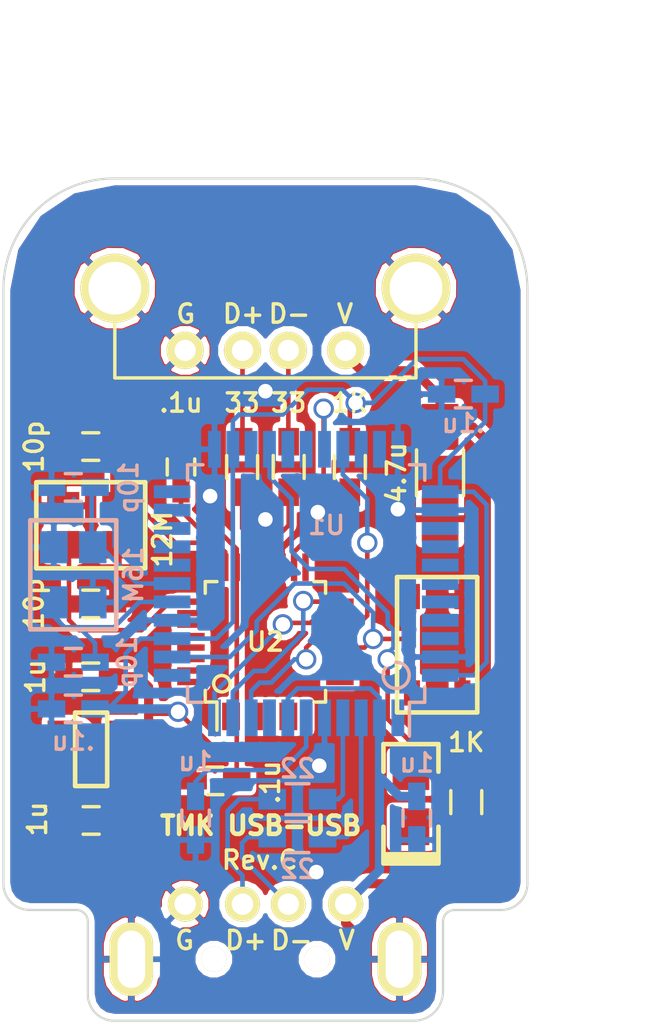
<source format=kicad_pcb>
(kicad_pcb (version 4) (host pcbnew 4.0.4+e1-6308~48~ubuntu16.04.1-stable)

  (general
    (links 82)
    (no_connects 0)
    (area 104.873 80.485 138.152 126.555)
    (thickness 1.6)
    (drawings 28)
    (tracks 270)
    (zones 0)
    (modules 28)
    (nets 25)
  )

  (page A4)
  (title_block
    (title "USB to USB keyboard converter")
    (date 2015/02)
    (rev A)
    (company TMK)
  )

  (layers
    (0 F.Cu signal)
    (31 B.Cu signal hide)
    (32 B.Adhes user)
    (33 F.Adhes user)
    (34 B.Paste user)
    (35 F.Paste user)
    (36 B.SilkS user)
    (37 F.SilkS user)
    (38 B.Mask user)
    (39 F.Mask user)
    (40 Dwgs.User user)
    (41 Cmts.User user)
    (42 Eco1.User user)
    (43 Eco2.User user)
    (44 Edge.Cuts user)
    (45 Margin user)
    (46 B.CrtYd user hide)
    (47 F.CrtYd user hide)
    (48 B.Fab user)
    (49 F.Fab user)
  )

  (setup
    (last_trace_width 0.2)
    (user_trace_width 0.1524)
    (user_trace_width 0.2)
    (user_trace_width 0.4)
    (trace_clearance 0.2)
    (zone_clearance 0.25)
    (zone_45_only no)
    (trace_min 0.1524)
    (segment_width 0.2)
    (edge_width 0.1)
    (via_size 0.889)
    (via_drill 0.635)
    (via_min_size 0.889)
    (via_min_drill 0.508)
    (uvia_size 0.508)
    (uvia_drill 0.127)
    (uvias_allowed no)
    (uvia_min_size 0.508)
    (uvia_min_drill 0.127)
    (pcb_text_width 0.3)
    (pcb_text_size 1.5 1.5)
    (mod_edge_width 0.15)
    (mod_text_size 1 1)
    (mod_text_width 0.15)
    (pad_size 1.4 1.2)
    (pad_drill 0)
    (pad_to_mask_clearance 0.13)
    (solder_mask_min_width 0.1)
    (pad_to_paste_clearance -0.08)
    (aux_axis_origin 105.41 87.757)
    (grid_origin 118.237 115.6335)
    (visible_elements FFFF7F7F)
    (pcbplotparams
      (layerselection 0x010fc_80000001)
      (usegerberextensions true)
      (excludeedgelayer true)
      (linewidth 0.100000)
      (plotframeref false)
      (viasonmask false)
      (mode 1)
      (useauxorigin true)
      (hpglpennumber 1)
      (hpglpenspeed 20)
      (hpglpendiameter 15)
      (hpglpenoverlay 2)
      (psnegative false)
      (psa4output false)
      (plotreference true)
      (plotvalue true)
      (plotinvisibletext false)
      (padsonsilk false)
      (subtractmaskfromsilk false)
      (outputformat 1)
      (mirror false)
      (drillshape 0)
      (scaleselection 1)
      (outputdirectory plot/revC/))
  )

  (net 0 "")
  (net 1 GND)
  (net 2 "Net-(C2-Pad1)")
  (net 3 /VUSB)
  (net 4 +3V3)
  (net 5 "Net-(D1-Pad1)")
  (net 6 "Net-(D1-Pad2)")
  (net 7 "Net-(J1-Pad2)")
  (net 8 "Net-(J1-Pad3)")
  (net 9 "Net-(J2-Pad3)")
  (net 10 "Net-(J2-Pad2)")
  (net 11 /RESET)
  (net 12 /SS)
  (net 13 /SCK)
  (net 14 /MOSI)
  (net 15 /MISO)
  (net 16 "Net-(C4-Pad1)")
  (net 17 "Net-(C5-Pad1)")
  (net 18 "Net-(C10-Pad1)")
  (net 19 "Net-(C11-Pad1)")
  (net 20 "Net-(R1-Pad1)")
  (net 21 "Net-(R2-Pad2)")
  (net 22 "Net-(R4-Pad2)")
  (net 23 "Net-(R5-Pad2)")
  (net 24 /INT)

  (net_class Default "This is the default net class."
    (clearance 0.2)
    (trace_width 0.2)
    (via_dia 0.889)
    (via_drill 0.635)
    (uvia_dia 0.508)
    (uvia_drill 0.127)
    (add_net +3V3)
    (add_net /INT)
    (add_net /MISO)
    (add_net /MOSI)
    (add_net /RESET)
    (add_net /SCK)
    (add_net /SS)
    (add_net /VUSB)
    (add_net GND)
    (add_net "Net-(C10-Pad1)")
    (add_net "Net-(C11-Pad1)")
    (add_net "Net-(C2-Pad1)")
    (add_net "Net-(C4-Pad1)")
    (add_net "Net-(C5-Pad1)")
    (add_net "Net-(D1-Pad1)")
    (add_net "Net-(D1-Pad2)")
    (add_net "Net-(J1-Pad2)")
    (add_net "Net-(J1-Pad3)")
    (add_net "Net-(J2-Pad2)")
    (add_net "Net-(J2-Pad3)")
    (add_net "Net-(R1-Pad1)")
    (add_net "Net-(R2-Pad2)")
    (add_net "Net-(R4-Pad2)")
    (add_net "Net-(R5-Pad2)")
  )

  (net_class Min ""
    (clearance 0.1524)
    (trace_width 0.1524)
    (via_dia 0.889)
    (via_drill 0.635)
    (uvia_dia 0.508)
    (uvia_drill 0.127)
  )

  (net_class Power ""
    (clearance 0.4)
    (trace_width 0.254)
    (via_dia 0.889)
    (via_drill 0.635)
    (uvia_dia 0.508)
    (uvia_drill 0.127)
  )

  (module keyboard_parts:FA-238 (layer F.Cu) (tedit 585484CA) (tstamp 54CAFC93)
    (at 109.22 102.87)
    (path /54967E6C)
    (fp_text reference X2 (at 0 2.55) (layer F.SilkS) hide
      (effects (font (size 0.8 0.8) (thickness 0.15)))
    )
    (fp_text value 12M (at 3.127 0.6135 90) (layer F.SilkS)
      (effects (font (size 0.8 0.8) (thickness 0.15)))
    )
    (fp_line (start -2.375 1.875) (end -2.375 -1.875) (layer F.SilkS) (width 0.2))
    (fp_line (start -2.375 -1.875) (end 2.375 -1.875) (layer F.SilkS) (width 0.2))
    (fp_line (start 2.375 -1.875) (end 2.375 1.875) (layer F.SilkS) (width 0.2))
    (fp_line (start 2.375 1.875) (end -2.375 1.875) (layer F.SilkS) (width 0.2))
    (pad 3 smd rect (at -1.1 -0.8) (size 1.4 1.2) (drill (offset -0.1 -0.05)) (layers F.Cu F.Paste F.Mask)
      (net 1 GND) (clearance 0.2))
    (pad 2 smd rect (at 1.1 -0.8) (size 1.4 1.2) (drill (offset 0.1 -0.05)) (layers F.Cu F.Paste F.Mask)
      (net 19 "Net-(C11-Pad1)") (clearance 0.2))
    (pad 1 smd rect (at -1.1 0.8) (size 1.4 1.2) (drill (offset -0.1 0.05)) (layers F.Cu F.Paste F.Mask)
      (net 18 "Net-(C10-Pad1)") (clearance 0.2))
    (pad 3 smd rect (at 1.1 0.8) (size 1.4 1.2) (drill (offset 0.1 0.05)) (layers F.Cu F.Paste F.Mask)
      (net 1 GND) (clearance 0.2))
  )

  (module keyboard_parts:FA-238 (layer B.Cu) (tedit 5854863B) (tstamp 54C8756D)
    (at 108.458 105.029 90)
    (path /549744CB)
    (fp_text reference X1 (at 0 -2.55 90) (layer B.SilkS) hide
      (effects (font (size 0.8 0.8) (thickness 0.15)) (justify mirror))
    )
    (fp_text value 16M (at 0 2.625 90) (layer B.SilkS)
      (effects (font (size 0.8 0.8) (thickness 0.15)) (justify mirror))
    )
    (fp_line (start -2.375 -1.875) (end -2.375 1.875) (layer B.SilkS) (width 0.2))
    (fp_line (start -2.375 1.875) (end 2.375 1.875) (layer B.SilkS) (width 0.2))
    (fp_line (start 2.375 1.875) (end 2.375 -1.875) (layer B.SilkS) (width 0.2))
    (fp_line (start 2.375 -1.875) (end -2.375 -1.875) (layer B.SilkS) (width 0.2))
    (pad 3 smd rect (at -1.1 0.8 90) (size 1.4 1.2) (drill (offset -0.1 0.05)) (layers B.Cu B.Paste B.Mask)
      (net 1 GND) (clearance 0.2))
    (pad 2 smd rect (at 1.1 0.8 90) (size 1.4 1.2) (drill (offset 0.1 0.05)) (layers B.Cu B.Paste B.Mask)
      (net 17 "Net-(C5-Pad1)") (clearance 0.2))
    (pad 1 smd rect (at -1.1 -0.8 90) (size 1.4 1.2) (drill (offset -0.1 -0.05)) (layers B.Cu B.Paste B.Mask)
      (net 16 "Net-(C4-Pad1)") (clearance 0.2))
    (pad 3 smd rect (at 1.1 -0.8 90) (size 1.4 1.2) (drill (offset 0.1 -0.05)) (layers B.Cu B.Paste B.Mask)
      (net 1 GND) (clearance 0.2))
  )

  (module Housings_QFP:LQFP-44_10x10mm_Pitch0.8mm (layer B.Cu) (tedit 5608B303) (tstamp 54C87537)
    (at 118.618 105.41 90)
    (descr "LQFP44 (see Appnote_PCB_Guidelines_TRINAMIC_packages.pdf)")
    (tags "QFP 0.8")
    (path /549743CD)
    (attr smd)
    (fp_text reference U1 (at 2.54 0.889 180) (layer B.SilkS)
      (effects (font (size 0.8 0.8) (thickness 0.15)) (justify mirror))
    )
    (fp_text value ATMEGA32U4 (at 0 -7.65 90) (layer B.SilkS) hide
      (effects (font (size 1 1) (thickness 0.15)) (justify mirror))
    )
    (fp_circle (center -4 3.925) (end -3.55 3.575) (layer B.SilkS) (width 0.15))
    (fp_line (start -6.9 6.9) (end -6.9 -6.9) (layer B.CrtYd) (width 0.05))
    (fp_line (start 6.9 6.9) (end 6.9 -6.9) (layer B.CrtYd) (width 0.05))
    (fp_line (start -6.9 6.9) (end 6.9 6.9) (layer B.CrtYd) (width 0.05))
    (fp_line (start -6.9 -6.9) (end 6.9 -6.9) (layer B.CrtYd) (width 0.05))
    (fp_line (start -5.175 5.175) (end -5.175 4.505) (layer B.SilkS) (width 0.15))
    (fp_line (start 5.175 5.175) (end 5.175 4.505) (layer B.SilkS) (width 0.15))
    (fp_line (start 5.175 -5.175) (end 5.175 -4.505) (layer B.SilkS) (width 0.15))
    (fp_line (start -5.175 -5.175) (end -5.175 -4.505) (layer B.SilkS) (width 0.15))
    (fp_line (start -5.175 5.175) (end -4.505 5.175) (layer B.SilkS) (width 0.15))
    (fp_line (start -5.175 -5.175) (end -4.505 -5.175) (layer B.SilkS) (width 0.15))
    (fp_line (start 5.175 -5.175) (end 4.505 -5.175) (layer B.SilkS) (width 0.15))
    (fp_line (start 5.175 5.175) (end 4.505 5.175) (layer B.SilkS) (width 0.15))
    (fp_line (start -5.175 4.505) (end -6.65 4.505) (layer B.SilkS) (width 0.15))
    (pad 1 smd rect (at -5.85 4 90) (size 1.6 0.56) (layers B.Cu B.Paste B.Mask))
    (pad 2 smd rect (at -5.85 3.2 90) (size 1.6 0.56) (layers B.Cu B.Paste B.Mask)
      (net 3 /VUSB))
    (pad 3 smd rect (at -5.85 2.4 90) (size 1.6 0.56) (layers B.Cu B.Paste B.Mask)
      (net 21 "Net-(R2-Pad2)"))
    (pad 4 smd rect (at -5.85 1.6 90) (size 1.6 0.56) (layers B.Cu B.Paste B.Mask)
      (net 20 "Net-(R1-Pad1)"))
    (pad 5 smd rect (at -5.85 0.8 90) (size 1.6 0.56) (layers B.Cu B.Paste B.Mask)
      (net 1 GND))
    (pad 6 smd rect (at -5.85 0 90) (size 1.6 0.56) (layers B.Cu B.Paste B.Mask)
      (net 2 "Net-(C2-Pad1)"))
    (pad 7 smd rect (at -5.85 -0.8 90) (size 1.6 0.56) (layers B.Cu B.Paste B.Mask)
      (net 3 /VUSB))
    (pad 8 smd rect (at -5.85 -1.6 90) (size 1.6 0.56) (layers B.Cu B.Paste B.Mask))
    (pad 9 smd rect (at -5.85 -2.4 90) (size 1.6 0.56) (layers B.Cu B.Paste B.Mask)
      (net 13 /SCK))
    (pad 10 smd rect (at -5.85 -3.2 90) (size 1.6 0.56) (layers B.Cu B.Paste B.Mask)
      (net 14 /MOSI))
    (pad 11 smd rect (at -5.85 -4 90) (size 1.6 0.56) (layers B.Cu B.Paste B.Mask)
      (net 15 /MISO))
    (pad 12 smd rect (at -4 -5.85) (size 1.6 0.56) (layers B.Cu B.Paste B.Mask))
    (pad 13 smd rect (at -3.2 -5.85) (size 1.6 0.56) (layers B.Cu B.Paste B.Mask)
      (net 11 /RESET))
    (pad 14 smd rect (at -2.4 -5.85) (size 1.6 0.56) (layers B.Cu B.Paste B.Mask)
      (net 4 +3V3))
    (pad 15 smd rect (at -1.6 -5.85) (size 1.6 0.56) (layers B.Cu B.Paste B.Mask)
      (net 1 GND))
    (pad 16 smd rect (at -0.8 -5.85) (size 1.6 0.56) (layers B.Cu B.Paste B.Mask)
      (net 16 "Net-(C4-Pad1)"))
    (pad 17 smd rect (at 0 -5.85) (size 1.6 0.56) (layers B.Cu B.Paste B.Mask)
      (net 17 "Net-(C5-Pad1)"))
    (pad 18 smd rect (at 0.8 -5.85) (size 1.6 0.56) (layers B.Cu B.Paste B.Mask))
    (pad 19 smd rect (at 1.6 -5.85) (size 1.6 0.56) (layers B.Cu B.Paste B.Mask))
    (pad 20 smd rect (at 2.4 -5.85) (size 1.6 0.56) (layers B.Cu B.Paste B.Mask))
    (pad 21 smd rect (at 3.2 -5.85) (size 1.6 0.56) (layers B.Cu B.Paste B.Mask))
    (pad 22 smd rect (at 4 -5.85) (size 1.6 0.56) (layers B.Cu B.Paste B.Mask))
    (pad 23 smd rect (at 5.85 -4 90) (size 1.6 0.56) (layers B.Cu B.Paste B.Mask)
      (net 1 GND))
    (pad 24 smd rect (at 5.85 -3.2 90) (size 1.6 0.56) (layers B.Cu B.Paste B.Mask)
      (net 4 +3V3))
    (pad 25 smd rect (at 5.85 -2.4 90) (size 1.6 0.56) (layers B.Cu B.Paste B.Mask))
    (pad 26 smd rect (at 5.85 -1.6 90) (size 1.6 0.56) (layers B.Cu B.Paste B.Mask)
      (net 5 "Net-(D1-Pad1)"))
    (pad 27 smd rect (at 5.85 -0.8 90) (size 1.6 0.56) (layers B.Cu B.Paste B.Mask))
    (pad 28 smd rect (at 5.85 0 90) (size 1.6 0.56) (layers B.Cu B.Paste B.Mask))
    (pad 29 smd rect (at 5.85 0.8 90) (size 1.6 0.56) (layers B.Cu B.Paste B.Mask)
      (net 24 /INT))
    (pad 30 smd rect (at 5.85 1.6 90) (size 1.6 0.56) (layers B.Cu B.Paste B.Mask)
      (net 12 /SS))
    (pad 31 smd rect (at 5.85 2.4 90) (size 1.6 0.56) (layers B.Cu B.Paste B.Mask))
    (pad 32 smd rect (at 5.85 3.2 90) (size 1.6 0.56) (layers B.Cu B.Paste B.Mask))
    (pad 33 smd rect (at 5.85 4 90) (size 1.6 0.56) (layers B.Cu B.Paste B.Mask)
      (net 1 GND))
    (pad 34 smd rect (at 4 5.85) (size 1.6 0.56) (layers B.Cu B.Paste B.Mask)
      (net 4 +3V3))
    (pad 35 smd rect (at 3.2 5.85) (size 1.6 0.56) (layers B.Cu B.Paste B.Mask)
      (net 1 GND))
    (pad 36 smd rect (at 2.4 5.85) (size 1.6 0.56) (layers B.Cu B.Paste B.Mask))
    (pad 37 smd rect (at 1.6 5.85) (size 1.6 0.56) (layers B.Cu B.Paste B.Mask))
    (pad 38 smd rect (at 0.8 5.85) (size 1.6 0.56) (layers B.Cu B.Paste B.Mask))
    (pad 39 smd rect (at 0 5.85) (size 1.6 0.56) (layers B.Cu B.Paste B.Mask))
    (pad 40 smd rect (at -0.8 5.85) (size 1.6 0.56) (layers B.Cu B.Paste B.Mask))
    (pad 41 smd rect (at -1.6 5.85) (size 1.6 0.56) (layers B.Cu B.Paste B.Mask))
    (pad 42 smd rect (at -2.4 5.85) (size 1.6 0.56) (layers B.Cu B.Paste B.Mask))
    (pad 43 smd rect (at -3.2 5.85) (size 1.6 0.56) (layers B.Cu B.Paste B.Mask)
      (net 1 GND))
    (pad 44 smd rect (at -4 5.85) (size 1.6 0.56) (layers B.Cu B.Paste B.Mask)
      (net 4 +3V3))
    (model Housings_QFP/LQFP-44_10x10mm_Pitch0.8mm.wrl
      (at (xyz 0 0 0))
      (scale (xyz 1 1 1))
      (rotate (xyz 0 0 0))
    )
  )

  (module Housings_QFP:LQFP-32_5x5mm_Pitch0.5mm (layer F.Cu) (tedit 5608B270) (tstamp 54C8755B)
    (at 116.84 107.95 90)
    (descr "LQFP32: plastic low profile quad flat package; 32 leads; body 5 x 5 x 1.4 mm (see NXP sot401-1_fr.pdf and sot401-1_po.pdf)")
    (tags "QFP 0.5")
    (path /54967D9B)
    (attr smd)
    (fp_text reference U2 (at 0 0 180) (layer F.SilkS)
      (effects (font (size 0.8 0.8) (thickness 0.15)))
    )
    (fp_text value MAX3421E (at 0 4.85 90) (layer F.SilkS) hide
      (effects (font (size 1 1) (thickness 0.15)))
    )
    (fp_circle (center -1.825 -1.9) (end -1.475 -1.975) (layer F.SilkS) (width 0.15))
    (fp_line (start -4.1 -4.1) (end -4.1 4.1) (layer F.CrtYd) (width 0.05))
    (fp_line (start 4.1 -4.1) (end 4.1 4.1) (layer F.CrtYd) (width 0.05))
    (fp_line (start -4.1 -4.1) (end 4.1 -4.1) (layer F.CrtYd) (width 0.05))
    (fp_line (start -4.1 4.1) (end 4.1 4.1) (layer F.CrtYd) (width 0.05))
    (fp_line (start -2.625 -2.625) (end -2.625 -2.115) (layer F.SilkS) (width 0.15))
    (fp_line (start 2.625 -2.625) (end 2.625 -2.115) (layer F.SilkS) (width 0.15))
    (fp_line (start 2.625 2.625) (end 2.625 2.115) (layer F.SilkS) (width 0.15))
    (fp_line (start -2.625 2.625) (end -2.625 2.115) (layer F.SilkS) (width 0.15))
    (fp_line (start -2.625 -2.625) (end -2.115 -2.625) (layer F.SilkS) (width 0.15))
    (fp_line (start -2.625 2.625) (end -2.115 2.625) (layer F.SilkS) (width 0.15))
    (fp_line (start 2.625 2.625) (end 2.115 2.625) (layer F.SilkS) (width 0.15))
    (fp_line (start 2.625 -2.625) (end 2.115 -2.625) (layer F.SilkS) (width 0.15))
    (fp_line (start -2.625 -2.115) (end -3.85 -2.115) (layer F.SilkS) (width 0.15))
    (pad 1 smd rect (at -3.25 -1.75 90) (size 1.2 0.28) (layers F.Cu F.Paste F.Mask))
    (pad 2 smd rect (at -3.25 -1.25 90) (size 1.2 0.28) (layers F.Cu F.Paste F.Mask)
      (net 4 +3V3))
    (pad 3 smd rect (at -3.25 -0.75 90) (size 1.2 0.28) (layers F.Cu F.Paste F.Mask)
      (net 1 GND))
    (pad 4 smd rect (at -3.25 -0.25 90) (size 1.2 0.28) (layers F.Cu F.Paste F.Mask))
    (pad 5 smd rect (at -3.25 0.25 90) (size 1.2 0.28) (layers F.Cu F.Paste F.Mask))
    (pad 6 smd rect (at -3.25 0.75 90) (size 1.2 0.28) (layers F.Cu F.Paste F.Mask))
    (pad 7 smd rect (at -3.25 1.25 90) (size 1.2 0.28) (layers F.Cu F.Paste F.Mask))
    (pad 8 smd rect (at -3.25 1.75 90) (size 1.2 0.28) (layers F.Cu F.Paste F.Mask))
    (pad 9 smd rect (at -1.75 3.25 180) (size 1.2 0.28) (layers F.Cu F.Paste F.Mask))
    (pad 10 smd rect (at -1.25 3.25 180) (size 1.2 0.28) (layers F.Cu F.Paste F.Mask))
    (pad 11 smd rect (at -0.75 3.25 180) (size 1.2 0.28) (layers F.Cu F.Paste F.Mask))
    (pad 12 smd rect (at -0.25 3.25 180) (size 1.2 0.28) (layers F.Cu F.Paste F.Mask)
      (net 11 /RESET))
    (pad 13 smd rect (at 0.25 3.25 180) (size 1.2 0.28) (layers F.Cu F.Paste F.Mask)
      (net 13 /SCK))
    (pad 14 smd rect (at 0.75 3.25 180) (size 1.2 0.28) (layers F.Cu F.Paste F.Mask)
      (net 12 /SS))
    (pad 15 smd rect (at 1.25 3.25 180) (size 1.2 0.28) (layers F.Cu F.Paste F.Mask)
      (net 15 /MISO))
    (pad 16 smd rect (at 1.75 3.25 180) (size 1.2 0.28) (layers F.Cu F.Paste F.Mask)
      (net 14 /MOSI))
    (pad 17 smd rect (at 3.25 1.75 90) (size 1.2 0.28) (layers F.Cu F.Paste F.Mask))
    (pad 18 smd rect (at 3.25 1.25 90) (size 1.2 0.28) (layers F.Cu F.Paste F.Mask)
      (net 24 /INT))
    (pad 19 smd rect (at 3.25 0.75 90) (size 1.2 0.28) (layers F.Cu F.Paste F.Mask)
      (net 1 GND))
    (pad 20 smd rect (at 3.25 0.25 90) (size 1.2 0.28) (layers F.Cu F.Paste F.Mask)
      (net 23 "Net-(R5-Pad2)"))
    (pad 21 smd rect (at 3.25 -0.25 90) (size 1.2 0.28) (layers F.Cu F.Paste F.Mask)
      (net 22 "Net-(R4-Pad2)"))
    (pad 22 smd rect (at 3.25 -0.75 90) (size 1.2 0.28) (layers F.Cu F.Paste F.Mask))
    (pad 23 smd rect (at 3.25 -1.25 90) (size 1.2 0.28) (layers F.Cu F.Paste F.Mask)
      (net 4 +3V3))
    (pad 24 smd rect (at 3.25 -1.75 90) (size 1.2 0.28) (layers F.Cu F.Paste F.Mask)
      (net 19 "Net-(C11-Pad1)"))
    (pad 25 smd rect (at 1.75 -3.25 180) (size 1.2 0.28) (layers F.Cu F.Paste F.Mask)
      (net 18 "Net-(C10-Pad1)") (clearance 0.1))
    (pad 26 smd rect (at 1.25 -3.25 180) (size 1.2 0.28) (layers F.Cu F.Paste F.Mask)
      (clearance 0.1))
    (pad 27 smd rect (at 0.75 -3.25 180) (size 1.2 0.28) (layers F.Cu F.Paste F.Mask))
    (pad 28 smd rect (at 0.25 -3.25 180) (size 1.2 0.28) (layers F.Cu F.Paste F.Mask))
    (pad 29 smd rect (at -0.25 -3.25 180) (size 1.2 0.28) (layers F.Cu F.Paste F.Mask))
    (pad 30 smd rect (at -0.75 -3.25 180) (size 1.2 0.28) (layers F.Cu F.Paste F.Mask))
    (pad 31 smd rect (at -1.25 -3.25 180) (size 1.2 0.28) (layers F.Cu F.Paste F.Mask))
    (pad 32 smd rect (at -1.75 -3.25 180) (size 1.2 0.28) (layers F.Cu F.Paste F.Mask))
    (model Housings_QFP/LQFP-32_5x5mm_Pitch0.5mm.wrl
      (at (xyz 0 0 0))
      (scale (xyz 1 1 1))
      (rotate (xyz 0 0 0))
    )
  )

  (module keyboard_parts:SOT23-5_HSOL (layer F.Cu) (tedit 56089E81) (tstamp 54C87565)
    (at 109.237 112.6335 270)
    (descr SOT23)
    (path /54976421)
    (attr smd)
    (fp_text reference U3 (at 0 0 270) (layer F.SilkS) hide
      (effects (font (size 0.8 0.8) (thickness 0.15)))
    )
    (fp_text value MIC5504-3.3 (at 0 0.09906 270) (layer F.SilkS) hide
      (effects (font (size 0.8 0.8) (thickness 0.15)))
    )
    (fp_line (start -1.6 -0.7) (end 1.6 -0.7) (layer F.SilkS) (width 0.2))
    (fp_line (start 1.6 -0.7) (end 1.6 0.7) (layer F.SilkS) (width 0.2))
    (fp_line (start 1.6 0.7) (end -1.6 0.7) (layer F.SilkS) (width 0.2))
    (fp_line (start -1.6 0.7) (end -1.6 -0.7) (layer F.SilkS) (width 0.2))
    (pad 1 smd rect (at -0.95 1.3 270) (size 0.6 1.2) (layers F.Cu F.Paste F.Mask)
      (net 3 /VUSB))
    (pad 3 smd rect (at 0.95 1.3 270) (size 0.6 1.2) (layers F.Cu F.Paste F.Mask)
      (net 3 /VUSB))
    (pad 2 smd rect (at 0 1.3 270) (size 0.6 1.2) (layers F.Cu F.Paste F.Mask)
      (net 1 GND))
    (pad 5 smd rect (at -0.95 -1.3 270) (size 0.6 1.2) (layers F.Cu F.Paste F.Mask)
      (net 4 +3V3))
    (pad 4 smd rect (at 0.95 -1.3 270) (size 0.6 1.2) (layers F.Cu F.Paste F.Mask))
    (model smd/smd_transistors/sot23.wrl
      (at (xyz 0 0 0))
      (scale (xyz 1 1 1))
      (rotate (xyz 0 0 0))
    )
  )

  (module Capacitors_SMD:C_0603_HandSoldering (layer B.Cu) (tedit 54CE594C) (tstamp 54C87477)
    (at 123.444 115.6335 270)
    (descr "Capacitor SMD 0603, hand soldering")
    (tags "capacitor 0603")
    (path /54C8BFC4)
    (attr smd)
    (fp_text reference C1 (at 0 1.9 270) (layer B.SilkS) hide
      (effects (font (size 1 1) (thickness 0.15)) (justify mirror))
    )
    (fp_text value 1u (at -2.413 0 540) (layer B.SilkS)
      (effects (font (size 0.8 0.8) (thickness 0.15)) (justify mirror))
    )
    (fp_line (start -1.85 0.75) (end 1.85 0.75) (layer B.CrtYd) (width 0.05))
    (fp_line (start -1.85 -0.75) (end 1.85 -0.75) (layer B.CrtYd) (width 0.05))
    (fp_line (start -1.85 0.75) (end -1.85 -0.75) (layer B.CrtYd) (width 0.05))
    (fp_line (start 1.85 0.75) (end 1.85 -0.75) (layer B.CrtYd) (width 0.05))
    (fp_line (start -0.35 0.6) (end 0.35 0.6) (layer B.SilkS) (width 0.15))
    (fp_line (start 0.35 -0.6) (end -0.35 -0.6) (layer B.SilkS) (width 0.15))
    (pad 1 smd rect (at -0.95 0 270) (size 1.2 0.75) (layers B.Cu B.Paste B.Mask)
      (net 3 /VUSB))
    (pad 2 smd rect (at 0.95 0 270) (size 1.2 0.75) (layers B.Cu B.Paste B.Mask)
      (net 1 GND))
    (model Capacitors_SMD/C_0603_HandSoldering.wrl
      (at (xyz 0 0 0))
      (scale (xyz 1 1 1))
      (rotate (xyz 0 0 0))
    )
  )

  (module Capacitors_SMD:C_0603_HandSoldering (layer B.Cu) (tedit 54CE596C) (tstamp 54CAF209)
    (at 113.792 115.6335 270)
    (descr "Capacitor SMD 0603, hand soldering")
    (tags "capacitor 0603")
    (path /5497561D)
    (attr smd)
    (fp_text reference C2 (at 0 1.9 270) (layer B.SilkS) hide
      (effects (font (size 1 1) (thickness 0.15)) (justify mirror))
    )
    (fp_text value 1u (at -2.4765 0 360) (layer B.SilkS)
      (effects (font (size 0.8 0.8) (thickness 0.15)) (justify mirror))
    )
    (fp_line (start -1.85 0.75) (end 1.85 0.75) (layer B.CrtYd) (width 0.05))
    (fp_line (start -1.85 -0.75) (end 1.85 -0.75) (layer B.CrtYd) (width 0.05))
    (fp_line (start -1.85 0.75) (end -1.85 -0.75) (layer B.CrtYd) (width 0.05))
    (fp_line (start 1.85 0.75) (end 1.85 -0.75) (layer B.CrtYd) (width 0.05))
    (fp_line (start -0.35 0.6) (end 0.35 0.6) (layer B.SilkS) (width 0.15))
    (fp_line (start 0.35 -0.6) (end -0.35 -0.6) (layer B.SilkS) (width 0.15))
    (pad 1 smd rect (at -0.95 0 270) (size 1.2 0.75) (layers B.Cu B.Paste B.Mask)
      (net 2 "Net-(C2-Pad1)"))
    (pad 2 smd rect (at 0.95 0 270) (size 1.2 0.75) (layers B.Cu B.Paste B.Mask)
      (net 1 GND))
    (model Capacitors_SMD/C_0603_HandSoldering.wrl
      (at (xyz 0 0 0))
      (scale (xyz 1 1 1))
      (rotate (xyz 0 0 0))
    )
  )

  (module Capacitors_SMD:C_0603_HandSoldering (layer B.Cu) (tedit 54CE5A24) (tstamp 54CAF202)
    (at 108.458 110.871 180)
    (descr "Capacitor SMD 0603, hand soldering")
    (tags "capacitor 0603")
    (path /5497A5B9)
    (attr smd)
    (fp_text reference C3 (at 0 1.9 180) (layer B.SilkS) hide
      (effects (font (size 1 1) (thickness 0.15)) (justify mirror))
    )
    (fp_text value .1u (at 0 -1.397 360) (layer B.SilkS)
      (effects (font (size 0.8 0.8) (thickness 0.15)) (justify mirror))
    )
    (fp_line (start -1.85 0.75) (end 1.85 0.75) (layer B.CrtYd) (width 0.05))
    (fp_line (start -1.85 -0.75) (end 1.85 -0.75) (layer B.CrtYd) (width 0.05))
    (fp_line (start -1.85 0.75) (end -1.85 -0.75) (layer B.CrtYd) (width 0.05))
    (fp_line (start 1.85 0.75) (end 1.85 -0.75) (layer B.CrtYd) (width 0.05))
    (fp_line (start -0.35 0.6) (end 0.35 0.6) (layer B.SilkS) (width 0.15))
    (fp_line (start 0.35 -0.6) (end -0.35 -0.6) (layer B.SilkS) (width 0.15))
    (pad 1 smd rect (at -0.95 0 180) (size 1.2 0.75) (layers B.Cu B.Paste B.Mask)
      (net 4 +3V3))
    (pad 2 smd rect (at 0.95 0 180) (size 1.2 0.75) (layers B.Cu B.Paste B.Mask)
      (net 1 GND))
    (model Capacitors_SMD/C_0603_HandSoldering.wrl
      (at (xyz 0 0 0))
      (scale (xyz 1 1 1))
      (rotate (xyz 0 0 0))
    )
  )

  (module Capacitors_SMD:C_0603_HandSoldering (layer B.Cu) (tedit 58546301) (tstamp 54C87489)
    (at 108.458 108.839 180)
    (descr "Capacitor SMD 0603, hand soldering")
    (tags "capacitor 0603")
    (path /5497459E)
    (attr smd)
    (fp_text reference C4 (at 0 1.9 180) (layer B.SilkS) hide
      (effects (font (size 1 1) (thickness 0.15)) (justify mirror))
    )
    (fp_text value 10p (at -2.3495 0 270) (layer B.SilkS)
      (effects (font (size 0.8 0.8) (thickness 0.15)) (justify mirror))
    )
    (fp_line (start -1.85 0.75) (end 1.85 0.75) (layer B.CrtYd) (width 0.05))
    (fp_line (start -1.85 -0.75) (end 1.85 -0.75) (layer B.CrtYd) (width 0.05))
    (fp_line (start -1.85 0.75) (end -1.85 -0.75) (layer B.CrtYd) (width 0.05))
    (fp_line (start 1.85 0.75) (end 1.85 -0.75) (layer B.CrtYd) (width 0.05))
    (fp_line (start -0.35 0.6) (end 0.35 0.6) (layer B.SilkS) (width 0.15))
    (fp_line (start 0.35 -0.6) (end -0.35 -0.6) (layer B.SilkS) (width 0.15))
    (pad 1 smd rect (at -0.95 0 180) (size 1.2 0.75) (layers B.Cu B.Paste B.Mask)
      (net 16 "Net-(C4-Pad1)"))
    (pad 2 smd rect (at 0.95 0 180) (size 1.2 0.75) (layers B.Cu B.Paste B.Mask)
      (net 1 GND))
    (model Capacitors_SMD/C_0603_HandSoldering.wrl
      (at (xyz 0 0 0))
      (scale (xyz 1 1 1))
      (rotate (xyz 0 0 0))
    )
  )

  (module Capacitors_SMD:C_0603_HandSoldering (layer B.Cu) (tedit 58546307) (tstamp 54C87714)
    (at 108.458 101.219 180)
    (descr "Capacitor SMD 0603, hand soldering")
    (tags "capacitor 0603")
    (path /54974516)
    (attr smd)
    (fp_text reference C5 (at 0 1.9 180) (layer B.SilkS) hide
      (effects (font (size 1 1) (thickness 0.15)) (justify mirror))
    )
    (fp_text value 10p (at -2.413 0 270) (layer B.SilkS)
      (effects (font (size 0.8 0.8) (thickness 0.15)) (justify mirror))
    )
    (fp_line (start -1.85 0.75) (end 1.85 0.75) (layer B.CrtYd) (width 0.05))
    (fp_line (start -1.85 -0.75) (end 1.85 -0.75) (layer B.CrtYd) (width 0.05))
    (fp_line (start -1.85 0.75) (end -1.85 -0.75) (layer B.CrtYd) (width 0.05))
    (fp_line (start 1.85 0.75) (end 1.85 -0.75) (layer B.CrtYd) (width 0.05))
    (fp_line (start -0.35 0.6) (end 0.35 0.6) (layer B.SilkS) (width 0.15))
    (fp_line (start 0.35 -0.6) (end -0.35 -0.6) (layer B.SilkS) (width 0.15))
    (pad 1 smd rect (at -0.95 0 180) (size 1.2 0.75) (layers B.Cu B.Paste B.Mask)
      (net 17 "Net-(C5-Pad1)"))
    (pad 2 smd rect (at 0.95 0 180) (size 1.2 0.75) (layers B.Cu B.Paste B.Mask)
      (net 1 GND))
    (model Capacitors_SMD/C_0603_HandSoldering.wrl
      (at (xyz 0 0 0))
      (scale (xyz 1 1 1))
      (rotate (xyz 0 0 0))
    )
  )

  (module Capacitors_SMD:C_0603_HandSoldering (layer B.Cu) (tedit 54CE58DF) (tstamp 54C87495)
    (at 125.476 97.155 180)
    (descr "Capacitor SMD 0603, hand soldering")
    (tags "capacitor 0603")
    (path /5497A560)
    (attr smd)
    (fp_text reference C6 (at 0 1.9 180) (layer B.SilkS) hide
      (effects (font (size 1 1) (thickness 0.15)) (justify mirror))
    )
    (fp_text value .1u (at 0 -1.27 180) (layer B.SilkS)
      (effects (font (size 0.8 0.8) (thickness 0.15)) (justify mirror))
    )
    (fp_line (start -1.85 0.75) (end 1.85 0.75) (layer B.CrtYd) (width 0.05))
    (fp_line (start -1.85 -0.75) (end 1.85 -0.75) (layer B.CrtYd) (width 0.05))
    (fp_line (start -1.85 0.75) (end -1.85 -0.75) (layer B.CrtYd) (width 0.05))
    (fp_line (start 1.85 0.75) (end 1.85 -0.75) (layer B.CrtYd) (width 0.05))
    (fp_line (start -0.35 0.6) (end 0.35 0.6) (layer B.SilkS) (width 0.15))
    (fp_line (start 0.35 -0.6) (end -0.35 -0.6) (layer B.SilkS) (width 0.15))
    (pad 1 smd rect (at -0.95 0 180) (size 1.2 0.75) (layers B.Cu B.Paste B.Mask)
      (net 4 +3V3))
    (pad 2 smd rect (at 0.95 0 180) (size 1.2 0.75) (layers B.Cu B.Paste B.Mask)
      (net 1 GND))
    (model Capacitors_SMD/C_0603_HandSoldering.wrl
      (at (xyz 0 0 0))
      (scale (xyz 1 1 1))
      (rotate (xyz 0 0 0))
    )
  )

  (module Capacitors_SMD:C_0603_HandSoldering (layer F.Cu) (tedit 54CE56D2) (tstamp 54C8749B)
    (at 114.637 114.0085 180)
    (descr "Capacitor SMD 0603, hand soldering")
    (tags "capacitor 0603")
    (path /54983857)
    (attr smd)
    (fp_text reference C7 (at 0 -1.9 180) (layer F.SilkS) hide
      (effects (font (size 1 1) (thickness 0.15)))
    )
    (fp_text value .1u (at -2.413 -0.0635 270) (layer F.SilkS)
      (effects (font (size 0.8 0.8) (thickness 0.15)))
    )
    (fp_line (start -1.85 -0.75) (end 1.85 -0.75) (layer F.CrtYd) (width 0.05))
    (fp_line (start -1.85 0.75) (end 1.85 0.75) (layer F.CrtYd) (width 0.05))
    (fp_line (start -1.85 -0.75) (end -1.85 0.75) (layer F.CrtYd) (width 0.05))
    (fp_line (start 1.85 -0.75) (end 1.85 0.75) (layer F.CrtYd) (width 0.05))
    (fp_line (start -0.35 -0.6) (end 0.35 -0.6) (layer F.SilkS) (width 0.15))
    (fp_line (start 0.35 0.6) (end -0.35 0.6) (layer F.SilkS) (width 0.15))
    (pad 1 smd rect (at -0.95 0 180) (size 1.2 0.75) (layers F.Cu F.Paste F.Mask)
      (net 4 +3V3))
    (pad 2 smd rect (at 0.95 0 180) (size 1.2 0.75) (layers F.Cu F.Paste F.Mask)
      (net 1 GND))
    (model Capacitors_SMD/C_0603_HandSoldering.wrl
      (at (xyz 0 0 0))
      (scale (xyz 1 1 1))
      (rotate (xyz 0 0 0))
    )
  )

  (module Capacitors_SMD:C_1206_HandSoldering (layer F.Cu) (tedit 54CE57C4) (tstamp 54CAFC86)
    (at 124.46 100.584 270)
    (descr "Capacitor SMD 1206, hand soldering")
    (tags "capacitor 1206")
    (path /5497A4E0)
    (attr smd)
    (fp_text reference C8 (at 0 -2.3 270) (layer F.SilkS) hide
      (effects (font (size 1 1) (thickness 0.15)))
    )
    (fp_text value 4.7u (at 0 1.905 450) (layer F.SilkS)
      (effects (font (size 0.8 0.8) (thickness 0.15)))
    )
    (fp_line (start -3.3 -1.15) (end 3.3 -1.15) (layer F.CrtYd) (width 0.05))
    (fp_line (start -3.3 1.15) (end 3.3 1.15) (layer F.CrtYd) (width 0.05))
    (fp_line (start -3.3 -1.15) (end -3.3 1.15) (layer F.CrtYd) (width 0.05))
    (fp_line (start 3.3 -1.15) (end 3.3 1.15) (layer F.CrtYd) (width 0.05))
    (fp_line (start 1 -1.025) (end -1 -1.025) (layer F.SilkS) (width 0.15))
    (fp_line (start -1 1.025) (end 1 1.025) (layer F.SilkS) (width 0.15))
    (pad 1 smd rect (at -2 0 270) (size 2 1.6) (layers F.Cu F.Paste F.Mask)
      (net 3 /VUSB))
    (pad 2 smd rect (at 2 0 270) (size 2 1.6) (layers F.Cu F.Paste F.Mask)
      (net 1 GND))
    (model Capacitors_SMD/C_1206_HandSoldering.wrl
      (at (xyz 0 0 0))
      (scale (xyz 1 1 1))
      (rotate (xyz 0 0 0))
    )
  )

  (module Capacitors_SMD:C_0603_HandSoldering (layer F.Cu) (tedit 54CE574D) (tstamp 54CE57B4)
    (at 113.157 100.33 90)
    (descr "Capacitor SMD 0603, hand soldering")
    (tags "capacitor 0603")
    (path /54983C9B)
    (attr smd)
    (fp_text reference C9 (at 0 -1.9 90) (layer F.SilkS) hide
      (effects (font (size 1 1) (thickness 0.15)))
    )
    (fp_text value .1u (at 2.794 0 180) (layer F.SilkS)
      (effects (font (size 0.8 0.8) (thickness 0.15)))
    )
    (fp_line (start -1.85 -0.75) (end 1.85 -0.75) (layer F.CrtYd) (width 0.05))
    (fp_line (start -1.85 0.75) (end 1.85 0.75) (layer F.CrtYd) (width 0.05))
    (fp_line (start -1.85 -0.75) (end -1.85 0.75) (layer F.CrtYd) (width 0.05))
    (fp_line (start 1.85 -0.75) (end 1.85 0.75) (layer F.CrtYd) (width 0.05))
    (fp_line (start -0.35 -0.6) (end 0.35 -0.6) (layer F.SilkS) (width 0.15))
    (fp_line (start 0.35 0.6) (end -0.35 0.6) (layer F.SilkS) (width 0.15))
    (pad 1 smd rect (at -0.95 0 90) (size 1.2 0.75) (layers F.Cu F.Paste F.Mask)
      (net 4 +3V3))
    (pad 2 smd rect (at 0.95 0 90) (size 1.2 0.75) (layers F.Cu F.Paste F.Mask)
      (net 1 GND))
    (model Capacitors_SMD/C_0603_HandSoldering.wrl
      (at (xyz 0 0 0))
      (scale (xyz 1 1 1))
      (rotate (xyz 0 0 0))
    )
  )

  (module Capacitors_SMD:C_0603_HandSoldering (layer F.Cu) (tedit 5854628E) (tstamp 54CAF980)
    (at 109.22 106.299)
    (descr "Capacitor SMD 0603, hand soldering")
    (tags "capacitor 0603")
    (path /54967FFB)
    (attr smd)
    (fp_text reference C10 (at 0 -1.9) (layer F.SilkS) hide
      (effects (font (size 1 1) (thickness 0.15)))
    )
    (fp_text value 10p (at -2.4765 0 90) (layer F.SilkS)
      (effects (font (size 0.8 0.8) (thickness 0.15)))
    )
    (fp_line (start -1.85 -0.75) (end 1.85 -0.75) (layer F.CrtYd) (width 0.05))
    (fp_line (start -1.85 0.75) (end 1.85 0.75) (layer F.CrtYd) (width 0.05))
    (fp_line (start -1.85 -0.75) (end -1.85 0.75) (layer F.CrtYd) (width 0.05))
    (fp_line (start 1.85 -0.75) (end 1.85 0.75) (layer F.CrtYd) (width 0.05))
    (fp_line (start -0.35 -0.6) (end 0.35 -0.6) (layer F.SilkS) (width 0.15))
    (fp_line (start 0.35 0.6) (end -0.35 0.6) (layer F.SilkS) (width 0.15))
    (pad 1 smd rect (at -0.95 0) (size 1.2 0.75) (layers F.Cu F.Paste F.Mask)
      (net 18 "Net-(C10-Pad1)"))
    (pad 2 smd rect (at 0.95 0) (size 1.2 0.75) (layers F.Cu F.Paste F.Mask)
      (net 1 GND))
    (model Capacitors_SMD/C_0603_HandSoldering.wrl
      (at (xyz 0 0 0))
      (scale (xyz 1 1 1))
      (rotate (xyz 0 0 0))
    )
  )

  (module Capacitors_SMD:C_0603_HandSoldering (layer F.Cu) (tedit 58546294) (tstamp 54C874B3)
    (at 109.22 99.441 180)
    (descr "Capacitor SMD 0603, hand soldering")
    (tags "capacitor 0603")
    (path /54967FC5)
    (attr smd)
    (fp_text reference C11 (at 0 -1.9 180) (layer F.SilkS) hide
      (effects (font (size 1 1) (thickness 0.15)))
    )
    (fp_text value 10p (at 2.4765 0 270) (layer F.SilkS)
      (effects (font (size 0.8 0.8) (thickness 0.15)))
    )
    (fp_line (start -1.85 -0.75) (end 1.85 -0.75) (layer F.CrtYd) (width 0.05))
    (fp_line (start -1.85 0.75) (end 1.85 0.75) (layer F.CrtYd) (width 0.05))
    (fp_line (start -1.85 -0.75) (end -1.85 0.75) (layer F.CrtYd) (width 0.05))
    (fp_line (start 1.85 -0.75) (end 1.85 0.75) (layer F.CrtYd) (width 0.05))
    (fp_line (start -0.35 -0.6) (end 0.35 -0.6) (layer F.SilkS) (width 0.15))
    (fp_line (start 0.35 0.6) (end -0.35 0.6) (layer F.SilkS) (width 0.15))
    (pad 1 smd rect (at -0.95 0 180) (size 1.2 0.75) (layers F.Cu F.Paste F.Mask)
      (net 19 "Net-(C11-Pad1)"))
    (pad 2 smd rect (at 0.95 0 180) (size 1.2 0.75) (layers F.Cu F.Paste F.Mask)
      (net 1 GND))
    (model Capacitors_SMD/C_0603_HandSoldering.wrl
      (at (xyz 0 0 0))
      (scale (xyz 1 1 1))
      (rotate (xyz 0 0 0))
    )
  )

  (module Capacitors_SMD:C_0603_HandSoldering (layer F.Cu) (tedit 54CE56B5) (tstamp 54C874B9)
    (at 109.237 115.7335)
    (descr "Capacitor SMD 0603, hand soldering")
    (tags "capacitor 0603")
    (path /5497E414)
    (attr smd)
    (fp_text reference C12 (at 0 -1.9) (layer F.SilkS) hide
      (effects (font (size 1 1) (thickness 0.15)))
    )
    (fp_text value 1u (at -2.3495 -0.0635 90) (layer F.SilkS)
      (effects (font (size 0.8 0.8) (thickness 0.15)))
    )
    (fp_line (start -1.85 -0.75) (end 1.85 -0.75) (layer F.CrtYd) (width 0.05))
    (fp_line (start -1.85 0.75) (end 1.85 0.75) (layer F.CrtYd) (width 0.05))
    (fp_line (start -1.85 -0.75) (end -1.85 0.75) (layer F.CrtYd) (width 0.05))
    (fp_line (start 1.85 -0.75) (end 1.85 0.75) (layer F.CrtYd) (width 0.05))
    (fp_line (start -0.35 -0.6) (end 0.35 -0.6) (layer F.SilkS) (width 0.15))
    (fp_line (start 0.35 0.6) (end -0.35 0.6) (layer F.SilkS) (width 0.15))
    (pad 1 smd rect (at -0.95 0) (size 1.2 0.75) (layers F.Cu F.Paste F.Mask)
      (net 3 /VUSB))
    (pad 2 smd rect (at 0.95 0) (size 1.2 0.75) (layers F.Cu F.Paste F.Mask)
      (net 1 GND))
    (model Capacitors_SMD/C_0603_HandSoldering.wrl
      (at (xyz 0 0 0))
      (scale (xyz 1 1 1))
      (rotate (xyz 0 0 0))
    )
  )

  (module Capacitors_SMD:C_0603_HandSoldering (layer F.Cu) (tedit 54CE5659) (tstamp 54C874BF)
    (at 109.22 109.474 180)
    (descr "Capacitor SMD 0603, hand soldering")
    (tags "capacitor 0603")
    (path /5497E38A)
    (attr smd)
    (fp_text reference C13 (at 0 -1.9 180) (layer F.SilkS) hide
      (effects (font (size 1 1) (thickness 0.15)))
    )
    (fp_text value 1u (at 2.413 0 270) (layer F.SilkS)
      (effects (font (size 0.8 0.8) (thickness 0.15)))
    )
    (fp_line (start -1.85 -0.75) (end 1.85 -0.75) (layer F.CrtYd) (width 0.05))
    (fp_line (start -1.85 0.75) (end 1.85 0.75) (layer F.CrtYd) (width 0.05))
    (fp_line (start -1.85 -0.75) (end -1.85 0.75) (layer F.CrtYd) (width 0.05))
    (fp_line (start 1.85 -0.75) (end 1.85 0.75) (layer F.CrtYd) (width 0.05))
    (fp_line (start -0.35 -0.6) (end 0.35 -0.6) (layer F.SilkS) (width 0.15))
    (fp_line (start 0.35 0.6) (end -0.35 0.6) (layer F.SilkS) (width 0.15))
    (pad 1 smd rect (at -0.95 0 180) (size 1.2 0.75) (layers F.Cu F.Paste F.Mask)
      (net 4 +3V3))
    (pad 2 smd rect (at 0.95 0 180) (size 1.2 0.75) (layers F.Cu F.Paste F.Mask)
      (net 1 GND))
    (model Capacitors_SMD/C_0603_HandSoldering.wrl
      (at (xyz 0 0 0))
      (scale (xyz 1 1 1))
      (rotate (xyz 0 0 0))
    )
  )

  (module keyboard:LED_2012_HSOL (layer F.Cu) (tedit 54CAFA4A) (tstamp 54CE50BD)
    (at 123.19 114.808 270)
    (descr "LED 0805 smd package")
    (tags "LED 0805 SMD")
    (path /5497957F)
    (attr smd)
    (fp_text reference D1 (at 0 -2 270) (layer F.SilkS) hide
      (effects (font (size 0.8 0.8) (thickness 0.15)))
    )
    (fp_text value LED (at 0 2 270) (layer F.SilkS) hide
      (effects (font (size 0.762 0.762) (thickness 0.127)))
    )
    (fp_line (start 2.7 -1.2) (end 2.7 1.2) (layer F.SilkS) (width 0.2))
    (fp_line (start 2.6 1.2) (end 2.6 -1.2) (layer F.SilkS) (width 0.2))
    (fp_line (start 2.5 -1.2) (end 2.5 1.2) (layer F.SilkS) (width 0.2))
    (fp_line (start -1.2 -1.2) (end -2.4 -1.2) (layer F.SilkS) (width 0.2))
    (fp_line (start -2.4 -1.2) (end -2.4 1.2) (layer F.SilkS) (width 0.2))
    (fp_line (start -2.4 1.2) (end -1.2 1.2) (layer F.SilkS) (width 0.2))
    (fp_line (start 2.4 -1.2) (end 2.4 1.2) (layer F.SilkS) (width 0.2))
    (fp_line (start 1.2 -1.2) (end 2.8 -1.2) (layer F.SilkS) (width 0.2))
    (fp_line (start 2.8 -1.2) (end 2.8 1.2) (layer F.SilkS) (width 0.2))
    (fp_line (start 2.8 1.2) (end 1.2 1.2) (layer F.SilkS) (width 0.2))
    (pad 1 smd rect (at -1.1 0 270) (size 1.6 1.6) (drill (offset -0.1 0)) (layers F.Cu F.Paste F.Mask)
      (net 5 "Net-(D1-Pad1)"))
    (pad 2 smd rect (at 1.1 0 270) (size 1.6 1.6) (drill (offset 0.1 0)) (layers F.Cu F.Paste F.Mask)
      (net 6 "Net-(D1-Pad2)"))
  )

  (module keyboard:USB_A_PLUG (layer F.Cu) (tedit 54CAF99D) (tstamp 54C874D1)
    (at 116.84 119.38 180)
    (path /54975BFE)
    (fp_text reference J1 (at 0 -5.5 180) (layer F.SilkS) hide
      (effects (font (size 1.5 1.5) (thickness 0.15)))
    )
    (fp_text value USB_B (at 0 2.4 180) (layer F.SilkS) hide
      (effects (font (size 1.5 1.5) (thickness 0.15)))
    )
    (pad 2 thru_hole circle (at -1 0 180) (size 1.524 1.524) (drill 0.93) (layers *.Cu *.Mask F.SilkS)
      (net 7 "Net-(J1-Pad2)"))
    (pad 3 thru_hole circle (at 1 0 180) (size 1.524 1.524) (drill 0.93) (layers *.Cu *.Mask F.SilkS)
      (net 8 "Net-(J1-Pad3)"))
    (pad 4 thru_hole circle (at 3.5 0 180) (size 1.524 1.524) (drill 0.93) (layers *.Cu *.Mask F.SilkS)
      (net 1 GND))
    (pad 1 thru_hole circle (at -3.5 0 180) (size 1.524 1.524) (drill 0.93) (layers *.Cu *.Mask F.SilkS)
      (net 3 /VUSB))
    (pad 6 thru_hole circle (at 2.25 -2.4 180) (size 1.1 1.1) (drill 1.1) (layers *.Cu *.Mask F.SilkS))
    (pad 6 thru_hole circle (at -2.25 -2.4 180) (size 1.1 1.1) (drill 1.1) (layers *.Cu *.Mask F.SilkS))
    (pad 5 thru_hole oval (at 5.85 -2.4 180) (size 1.9 3.2) (drill oval 1.2 2.5) (layers *.Cu *.Mask F.SilkS)
      (net 1 GND))
    (pad 5 thru_hole oval (at -5.85 -2.4 180) (size 1.9 3.2) (drill oval 1.2 2.5) (layers *.Cu *.Mask F.SilkS)
      (net 1 GND))
  )

  (module Resistors_SMD:R_0603_HandSoldering (layer B.Cu) (tedit 54CE592E) (tstamp 54CAF210)
    (at 118.237 114.808 180)
    (descr "Resistor SMD 0603, hand soldering")
    (tags "resistor 0603")
    (path /54978EB6)
    (attr smd)
    (fp_text reference R1 (at 0 1.9 180) (layer B.SilkS) hide
      (effects (font (size 1 1) (thickness 0.15)) (justify mirror))
    )
    (fp_text value 22 (at 0 1.3335 180) (layer B.SilkS)
      (effects (font (size 0.8 0.8) (thickness 0.15)) (justify mirror))
    )
    (fp_line (start -2 0.8) (end 2 0.8) (layer B.CrtYd) (width 0.05))
    (fp_line (start -2 -0.8) (end 2 -0.8) (layer B.CrtYd) (width 0.05))
    (fp_line (start -2 0.8) (end -2 -0.8) (layer B.CrtYd) (width 0.05))
    (fp_line (start 2 0.8) (end 2 -0.8) (layer B.CrtYd) (width 0.05))
    (fp_line (start 0.5 -0.675) (end -0.5 -0.675) (layer B.SilkS) (width 0.15))
    (fp_line (start -0.5 0.675) (end 0.5 0.675) (layer B.SilkS) (width 0.15))
    (pad 1 smd rect (at -1.1 0 180) (size 1.2 0.9) (layers B.Cu B.Paste B.Mask)
      (net 20 "Net-(R1-Pad1)"))
    (pad 2 smd rect (at 1.1 0 180) (size 1.2 0.9) (layers B.Cu B.Paste B.Mask)
      (net 8 "Net-(J1-Pad3)"))
    (model Resistors_SMD/R_0603_HandSoldering.wrl
      (at (xyz 0 0 0))
      (scale (xyz 1 1 1))
      (rotate (xyz 0 0 0))
    )
  )

  (module Resistors_SMD:R_0603_HandSoldering (layer B.Cu) (tedit 54CE592A) (tstamp 54CAF217)
    (at 118.237 116.459)
    (descr "Resistor SMD 0603, hand soldering")
    (tags "resistor 0603")
    (path /54978E44)
    (attr smd)
    (fp_text reference R2 (at 0 1.9) (layer B.SilkS) hide
      (effects (font (size 1 1) (thickness 0.15)) (justify mirror))
    )
    (fp_text value 22 (at 0 1.397) (layer B.SilkS)
      (effects (font (size 0.8 0.8) (thickness 0.15)) (justify mirror))
    )
    (fp_line (start -2 0.8) (end 2 0.8) (layer B.CrtYd) (width 0.05))
    (fp_line (start -2 -0.8) (end 2 -0.8) (layer B.CrtYd) (width 0.05))
    (fp_line (start -2 0.8) (end -2 -0.8) (layer B.CrtYd) (width 0.05))
    (fp_line (start 2 0.8) (end 2 -0.8) (layer B.CrtYd) (width 0.05))
    (fp_line (start 0.5 -0.675) (end -0.5 -0.675) (layer B.SilkS) (width 0.15))
    (fp_line (start -0.5 0.675) (end 0.5 0.675) (layer B.SilkS) (width 0.15))
    (pad 1 smd rect (at -1.1 0) (size 1.2 0.9) (layers B.Cu B.Paste B.Mask)
      (net 7 "Net-(J1-Pad2)"))
    (pad 2 smd rect (at 1.1 0) (size 1.2 0.9) (layers B.Cu B.Paste B.Mask)
      (net 21 "Net-(R2-Pad2)"))
    (model Resistors_SMD/R_0603_HandSoldering.wrl
      (at (xyz 0 0 0))
      (scale (xyz 1 1 1))
      (rotate (xyz 0 0 0))
    )
  )

  (module Resistors_SMD:R_0603_HandSoldering (layer F.Cu) (tedit 54CE57EA) (tstamp 54C874ED)
    (at 125.603 114.935 90)
    (descr "Resistor SMD 0603, hand soldering")
    (tags "resistor 0603")
    (path /549794FF)
    (attr smd)
    (fp_text reference R3 (at 0 -1.9 90) (layer F.SilkS) hide
      (effects (font (size 1 1) (thickness 0.15)))
    )
    (fp_text value 1K (at 2.6035 0 180) (layer F.SilkS)
      (effects (font (size 0.8 0.8) (thickness 0.15)))
    )
    (fp_line (start -2 -0.8) (end 2 -0.8) (layer F.CrtYd) (width 0.05))
    (fp_line (start -2 0.8) (end 2 0.8) (layer F.CrtYd) (width 0.05))
    (fp_line (start -2 -0.8) (end -2 0.8) (layer F.CrtYd) (width 0.05))
    (fp_line (start 2 -0.8) (end 2 0.8) (layer F.CrtYd) (width 0.05))
    (fp_line (start 0.5 0.675) (end -0.5 0.675) (layer F.SilkS) (width 0.15))
    (fp_line (start -0.5 -0.675) (end 0.5 -0.675) (layer F.SilkS) (width 0.15))
    (pad 1 smd rect (at -1.1 0 90) (size 1.2 0.9) (layers F.Cu F.Paste F.Mask)
      (net 6 "Net-(D1-Pad2)"))
    (pad 2 smd rect (at 1.1 0 90) (size 1.2 0.9) (layers F.Cu F.Paste F.Mask)
      (net 1 GND))
    (model Resistors_SMD/R_0603_HandSoldering.wrl
      (at (xyz 0 0 0))
      (scale (xyz 1 1 1))
      (rotate (xyz 0 0 0))
    )
  )

  (module Resistors_SMD:R_0603_HandSoldering (layer F.Cu) (tedit 54CE55C9) (tstamp 54C874F3)
    (at 115.824 100.33 270)
    (descr "Resistor SMD 0603, hand soldering")
    (tags "resistor 0603")
    (path /549683D6)
    (attr smd)
    (fp_text reference R4 (at 0 -1.9 270) (layer F.SilkS) hide
      (effects (font (size 1 1) (thickness 0.15)))
    )
    (fp_text value 33 (at -2.794 0 360) (layer F.SilkS)
      (effects (font (size 0.8 0.8) (thickness 0.15)))
    )
    (fp_line (start -2 -0.8) (end 2 -0.8) (layer F.CrtYd) (width 0.05))
    (fp_line (start -2 0.8) (end 2 0.8) (layer F.CrtYd) (width 0.05))
    (fp_line (start -2 -0.8) (end -2 0.8) (layer F.CrtYd) (width 0.05))
    (fp_line (start 2 -0.8) (end 2 0.8) (layer F.CrtYd) (width 0.05))
    (fp_line (start 0.5 0.675) (end -0.5 0.675) (layer F.SilkS) (width 0.15))
    (fp_line (start -0.5 -0.675) (end 0.5 -0.675) (layer F.SilkS) (width 0.15))
    (pad 1 smd rect (at -1.1 0 270) (size 1.2 0.9) (layers F.Cu F.Paste F.Mask)
      (net 9 "Net-(J2-Pad3)"))
    (pad 2 smd rect (at 1.1 0 270) (size 1.2 0.9) (layers F.Cu F.Paste F.Mask)
      (net 22 "Net-(R4-Pad2)"))
    (model Resistors_SMD/R_0603_HandSoldering.wrl
      (at (xyz 0 0 0))
      (scale (xyz 1 1 1))
      (rotate (xyz 0 0 0))
    )
  )

  (module Resistors_SMD:R_0603_HandSoldering (layer F.Cu) (tedit 54CE55C2) (tstamp 54C874F9)
    (at 117.856 100.33 270)
    (descr "Resistor SMD 0603, hand soldering")
    (tags "resistor 0603")
    (path /549683FC)
    (attr smd)
    (fp_text reference R5 (at 0 -1.9 270) (layer F.SilkS) hide
      (effects (font (size 1 1) (thickness 0.15)))
    )
    (fp_text value 33 (at -2.794 0 360) (layer F.SilkS)
      (effects (font (size 0.8 0.8) (thickness 0.15)))
    )
    (fp_line (start -2 -0.8) (end 2 -0.8) (layer F.CrtYd) (width 0.05))
    (fp_line (start -2 0.8) (end 2 0.8) (layer F.CrtYd) (width 0.05))
    (fp_line (start -2 -0.8) (end -2 0.8) (layer F.CrtYd) (width 0.05))
    (fp_line (start 2 -0.8) (end 2 0.8) (layer F.CrtYd) (width 0.05))
    (fp_line (start 0.5 0.675) (end -0.5 0.675) (layer F.SilkS) (width 0.15))
    (fp_line (start -0.5 -0.675) (end 0.5 -0.675) (layer F.SilkS) (width 0.15))
    (pad 1 smd rect (at -1.1 0 270) (size 1.2 0.9) (layers F.Cu F.Paste F.Mask)
      (net 10 "Net-(J2-Pad2)"))
    (pad 2 smd rect (at 1.1 0 270) (size 1.2 0.9) (layers F.Cu F.Paste F.Mask)
      (net 23 "Net-(R5-Pad2)"))
    (model Resistors_SMD/R_0603_HandSoldering.wrl
      (at (xyz 0 0 0))
      (scale (xyz 1 1 1))
      (rotate (xyz 0 0 0))
    )
  )

  (module Resistors_SMD:R_0603_HandSoldering (layer F.Cu) (tedit 58545E07) (tstamp 54CE55B7)
    (at 120.523 100.33 270)
    (descr "Resistor SMD 0603, hand soldering")
    (tags "resistor 0603")
    (path /549687C9)
    (attr smd)
    (fp_text reference R6 (at 0 -1.9 270) (layer F.SilkS) hide
      (effects (font (size 1 1) (thickness 0.15)))
    )
    (fp_text value 1K (at -2.794 0 360) (layer F.SilkS)
      (effects (font (size 0.8 0.8) (thickness 0.15)))
    )
    (fp_line (start -2 -0.8) (end 2 -0.8) (layer F.CrtYd) (width 0.05))
    (fp_line (start -2 0.8) (end 2 0.8) (layer F.CrtYd) (width 0.05))
    (fp_line (start -2 -0.8) (end -2 0.8) (layer F.CrtYd) (width 0.05))
    (fp_line (start 2 -0.8) (end 2 0.8) (layer F.CrtYd) (width 0.05))
    (fp_line (start 0.5 0.675) (end -0.5 0.675) (layer F.SilkS) (width 0.15))
    (fp_line (start -0.5 -0.675) (end 0.5 -0.675) (layer F.SilkS) (width 0.15))
    (pad 1 smd rect (at -1.1 0 270) (size 1.2 0.9) (layers F.Cu F.Paste F.Mask)
      (net 4 +3V3))
    (pad 2 smd rect (at 1.1 0 270) (size 1.2 0.9) (layers F.Cu F.Paste F.Mask)
      (net 24 /INT))
    (model Resistors_SMD/R_0603_HandSoldering.wrl
      (at (xyz 0 0 0))
      (scale (xyz 1 1 1))
      (rotate (xyz 0 0 0))
    )
  )

  (module keyboard:SW_ALPS_SKRP (layer F.Cu) (tedit 54CAFA6F) (tstamp 54C87507)
    (at 124.333 108.077 270)
    (path /5497BF93)
    (fp_text reference SW1 (at 0 -2.3 270) (layer F.SilkS) hide
      (effects (font (size 0.6096 0.6096) (thickness 0.1524)))
    )
    (fp_text value PUSH (at 0 2.425 270) (layer F.SilkS) hide
      (effects (font (size 0.8 0.8) (thickness 0.1524)))
    )
    (fp_line (start -2.95 -1.75) (end 2.95 -1.75) (layer F.SilkS) (width 0.2))
    (fp_line (start 2.95 -1.75) (end 2.95 1.75) (layer F.SilkS) (width 0.2))
    (fp_line (start 2.95 1.75) (end -2.95 1.75) (layer F.SilkS) (width 0.2))
    (fp_line (start -2.95 1.75) (end -2.95 -1.65) (layer F.SilkS) (width 0.2))
    (fp_line (start -2.95 -1.65) (end -2.95 -1.75) (layer F.SilkS) (width 0.2))
    (pad 2 smd rect (at 2.1 1.1 270) (size 1.1 0.7) (layers F.Cu F.Paste F.Mask)
      (net 11 /RESET))
    (pad 2 smd rect (at -2.1 1.1 270) (size 1.1 0.7) (layers F.Cu F.Paste F.Mask)
      (net 11 /RESET))
    (pad 1 smd rect (at -2.1 -1.1 270) (size 1.1 0.7) (layers F.Cu F.Paste F.Mask)
      (net 1 GND))
    (pad 1 smd rect (at 2.1 -1.1 270) (size 1.1 0.7) (layers F.Cu F.Paste F.Mask)
      (net 1 GND))
  )

  (module keyboard:USB_A (layer F.Cu) (tedit 54CB1DE8) (tstamp 54C874DB)
    (at 116.84 95.25 90)
    (path /549684D6)
    (fp_text reference J2 (at 2.3 0 180) (layer F.SilkS) hide
      (effects (font (size 1 1) (thickness 0.15)))
    )
    (fp_text value USB_A (at 3.9 0 180) (layer F.SilkS) hide
      (effects (font (size 1 1) (thickness 0.15)))
    )
    (fp_line (start -1.2 -6.57) (end 2.71 -6.57) (layer F.SilkS) (width 0.15))
    (fp_line (start 2.71 6.57) (end -1.143 6.57) (layer F.SilkS) (width 0.15))
    (fp_line (start -1.2 -6.57) (end -1.2 6.57) (layer F.SilkS) (width 0.15))
    (pad 4 thru_hole circle (at 0 -3.5 90) (size 1.62 1.62) (drill 0.92) (layers *.Cu *.Mask F.SilkS)
      (net 1 GND))
    (pad 3 thru_hole circle (at 0 -1 90) (size 1.62 1.62) (drill 0.92) (layers *.Cu *.Mask F.SilkS)
      (net 9 "Net-(J2-Pad3)"))
    (pad 2 thru_hole circle (at 0 1 90) (size 1.62 1.62) (drill 0.92) (layers *.Cu *.Mask F.SilkS)
      (net 10 "Net-(J2-Pad2)"))
    (pad 1 thru_hole circle (at 0 3.5 90) (size 1.62 1.62) (drill 0.92) (layers *.Cu *.Mask F.SilkS)
      (net 3 /VUSB))
    (pad 5 thru_hole circle (at 2.71 -6.57 90) (size 3 3) (drill 2.3) (layers *.Cu *.Mask F.SilkS)
      (net 1 GND))
    (pad 5 thru_hole circle (at 2.71 6.57 90) (size 3 3) (drill 2.3) (layers *.Cu *.Mask F.SilkS)
      (net 1 GND))
    (model Connect/USB_A.wrl
      (at (xyz 0 0 0))
      (scale (xyz 1 1 1))
      (rotate (xyz 0 0 0))
    )
  )

  (gr_text V (at 120.312 93.6585) (layer F.SilkS)
    (effects (font (size 0.8 0.8) (thickness 0.15)))
  )
  (gr_text G (at 113.362 93.6585) (layer F.SilkS)
    (effects (font (size 0.8 0.8) (thickness 0.15)))
  )
  (gr_text D+ (at 115.887 93.6585) (layer F.SilkS)
    (effects (font (size 0.8 0.8) (thickness 0.15)))
  )
  (gr_text D- (at 117.887 93.6585) (layer F.SilkS)
    (effects (font (size 0.8 0.8) (thickness 0.15)))
  )
  (gr_text V (at 120.387 120.9585) (layer F.SilkS)
    (effects (font (size 0.8 0.8) (thickness 0.15)))
  )
  (gr_text G (at 113.312 120.9585) (layer F.SilkS)
    (effects (font (size 0.8 0.8) (thickness 0.15)))
  )
  (gr_text D+ (at 115.987 120.9585) (layer F.SilkS)
    (effects (font (size 0.8 0.8) (thickness 0.15)))
  )
  (gr_text D- (at 117.987 120.9585) (layer F.SilkS)
    (effects (font (size 0.8 0.8) (thickness 0.15)))
  )
  (gr_text Rev.C (at 116.587 117.4585) (layer F.SilkS)
    (effects (font (size 0.8 0.8) (thickness 0.15)))
  )
  (gr_text "TMK USB-USB" (at 116.637 115.9585) (layer F.SilkS) (tstamp 54CE5726)
    (effects (font (size 0.8 0.8) (thickness 0.2)))
  )
  (dimension 22.86 (width 0.3) (layer Cmts.User)
    (gr_text "22.860 mm" (at 116.84 81.835) (layer Cmts.User)
      (effects (font (size 1.5 1.5) (thickness 0.3)))
    )
    (feature1 (pts (xy 128.27 92.71) (xy 128.27 80.485)))
    (feature2 (pts (xy 105.41 92.71) (xy 105.41 80.485)))
    (crossbar (pts (xy 105.41 83.185) (xy 128.27 83.185)))
    (arrow1a (pts (xy 128.27 83.185) (xy 127.143496 83.771421)))
    (arrow1b (pts (xy 128.27 83.185) (xy 127.143496 82.598579)))
    (arrow2a (pts (xy 105.41 83.185) (xy 106.536504 83.771421)))
    (arrow2b (pts (xy 105.41 83.185) (xy 106.536504 82.598579)))
  )
  (dimension 36.703 (width 0.3) (layer Cmts.User)
    (gr_text "36.703 mm" (at 131.652 106.1085 270) (layer Cmts.User)
      (effects (font (size 1.5 1.5) (thickness 0.3)))
    )
    (feature1 (pts (xy 123.19 124.46) (xy 133.002 124.46)))
    (feature2 (pts (xy 123.19 87.757) (xy 133.002 87.757)))
    (crossbar (pts (xy 130.302 87.757) (xy 130.302 124.46)))
    (arrow1a (pts (xy 130.302 124.46) (xy 129.715579 123.333496)))
    (arrow1b (pts (xy 130.302 124.46) (xy 130.888421 123.333496)))
    (arrow2a (pts (xy 130.302 87.757) (xy 129.715579 88.883504)))
    (arrow2b (pts (xy 130.302 87.757) (xy 130.888421 88.883504)))
  )
  (gr_line (start 110.236 87.757) (end 123.444 87.757) (angle 90) (layer Edge.Cuts) (width 0.1))
  (gr_arc (start 110.236 92.583) (end 105.41 92.583) (angle 90) (layer Edge.Cuts) (width 0.1))
  (gr_arc (start 123.444 92.583) (end 123.444 87.757) (angle 90) (layer Edge.Cuts) (width 0.1))
  (gr_line (start 127.127 119.634) (end 125.095 119.634) (angle 90) (layer Edge.Cuts) (width 0.1))
  (gr_arc (start 127.127 118.491) (end 128.27 118.491) (angle 90) (layer Edge.Cuts) (width 0.1))
  (gr_line (start 108.585 119.634) (end 106.553 119.634) (angle 90) (layer Edge.Cuts) (width 0.1))
  (gr_arc (start 125.095 120.142) (end 124.587 120.142) (angle 90) (layer Edge.Cuts) (width 0.1))
  (gr_arc (start 108.585 120.142) (end 108.585 119.634) (angle 90) (layer Edge.Cuts) (width 0.1))
  (gr_arc (start 106.553 118.491) (end 106.553 119.634) (angle 90) (layer Edge.Cuts) (width 0.1))
  (gr_line (start 105.41 118.491) (end 105.41 92.583) (angle 90) (layer Edge.Cuts) (width 0.1))
  (gr_line (start 128.27 118.491) (end 128.27 92.583) (angle 90) (layer Edge.Cuts) (width 0.1))
  (gr_line (start 109.093 123.317) (end 109.093 120.142) (angle 90) (layer Edge.Cuts) (width 0.1))
  (gr_line (start 124.587 123.19) (end 124.587 120.142) (angle 90) (layer Edge.Cuts) (width 0.1) (tstamp 54CB27E9))
  (gr_arc (start 123.317 123.19) (end 124.587 123.19) (angle 90) (layer Edge.Cuts) (width 0.1))
  (gr_arc (start 110.236 123.317) (end 110.236 124.46) (angle 90) (layer Edge.Cuts) (width 0.1))
  (gr_line (start 123.317 124.46) (end 110.236 124.46) (angle 90) (layer Edge.Cuts) (width 0.1) (tstamp 54CB22C3))

  (segment (start 113.34 119.38) (end 113.34 119.07) (width 0.2) (layer F.Cu) (net 1))
  (segment (start 113.731 99.38) (end 114.681 100.33) (width 0.1524) (layer F.Cu) (net 1) (tstamp 54CE4B08))
  (segment (start 114.681 100.33) (end 116.713 100.33) (width 0.1524) (layer F.Cu) (net 1) (tstamp 54CE4B09))
  (segment (start 116.713 100.33) (end 116.84 100.457) (width 0.1524) (layer F.Cu) (net 1) (tstamp 54CE4B0F))
  (segment (start 116.84 100.457) (end 116.84 102.616) (width 0.1524) (layer F.Cu) (net 1) (tstamp 54CE4B10))
  (via (at 116.84 102.616) (size 0.889) (layers F.Cu B.Cu) (net 1))
  (segment (start 113.157 99.38) (end 113.731 99.38) (width 0.1524) (layer F.Cu) (net 1))
  (segment (start 116.84 100.203) (end 116.713 100.33) (width 0.1524) (layer F.Cu) (net 1))
  (segment (start 116.84 97.028) (end 116.84 100.203) (width 0.1524) (layer F.Cu) (net 1) (tstamp 54CE4B24))
  (via (at 116.84 97.028) (size 0.889) (layers F.Cu B.Cu) (net 1))
  (segment (start 114.618 101.409) (end 114.427 101.6) (width 0.1524) (layer B.Cu) (net 1) (tstamp 54CE4B6B))
  (via (at 114.427 101.6) (size 0.889) (layers F.Cu B.Cu) (net 1))
  (segment (start 114.618 99.56) (end 114.618 101.409) (width 0.1524) (layer B.Cu) (net 1))
  (segment (start 117.59 103.8345) (end 119.126 102.2985) (width 0.2) (layer F.Cu) (net 1) (tstamp 54CE4CBC))
  (via (at 119.126 102.2985) (size 0.889) (layers F.Cu B.Cu) (net 1))
  (segment (start 117.59 104.7) (end 117.59 103.8345) (width 0.2) (layer F.Cu) (net 1))
  (segment (start 122.657 102.21) (end 122.6185 102.1715) (width 0.2) (layer B.Cu) (net 1) (tstamp 54CE4D2C))
  (via (at 122.6185 102.1715) (size 0.889) (layers F.Cu B.Cu) (net 1))
  (segment (start 124.468 102.21) (end 122.657 102.21) (width 0.2) (layer B.Cu) (net 1))
  (segment (start 114.681 120.7135) (end 118.618 120.7135) (width 0.1524) (layer B.Cu) (net 1) (tstamp 54CE4EAA))
  (segment (start 118.618 120.7135) (end 119.126 120.2055) (width 0.1524) (layer B.Cu) (net 1) (tstamp 54CE4EB0))
  (segment (start 119.126 120.2055) (end 119.126 118.0465) (width 0.1524) (layer B.Cu) (net 1) (tstamp 54CE4EB1))
  (segment (start 119.126 118.0465) (end 119.0625 117.983) (width 0.1524) (layer B.Cu) (net 1) (tstamp 54CE4EB2))
  (via (at 119.0625 117.983) (size 0.889) (layers F.Cu B.Cu) (net 1))
  (segment (start 113.3475 119.38) (end 114.681 120.7135) (width 0.1524) (layer B.Cu) (net 1) (tstamp 54CE4EA8))
  (segment (start 113.34 119.38) (end 113.3475 119.38) (width 0.1524) (layer B.Cu) (net 1))
  (segment (start 119.418 113.119) (end 119.1895 113.3475) (width 0.1524) (layer B.Cu) (net 1) (tstamp 54CE4F59))
  (via (at 119.1895 113.3475) (size 0.889) (layers F.Cu B.Cu) (net 1))
  (segment (start 119.418 111.26) (end 119.418 113.119) (width 0.1524) (layer B.Cu) (net 1))
  (segment (start 118.618 111.26) (end 118.618 112.522) (width 0.2) (layer B.Cu) (net 2))
  (segment (start 117.602 113.538) (end 114.3 113.538) (width 0.2) (layer B.Cu) (net 2) (tstamp 54CB19AD))
  (segment (start 118.618 112.522) (end 117.602 113.538) (width 0.2) (layer B.Cu) (net 2) (tstamp 54CB19AC))
  (segment (start 113.792 114.046) (end 114.3 113.538) (width 0.2) (layer B.Cu) (net 2) (tstamp 54CE5A7A))
  (segment (start 113.792 114.6835) (end 113.792 114.046) (width 0.2) (layer B.Cu) (net 2))
  (segment (start 107.937 113.5835) (end 108.787 113.5835) (width 0.4) (layer F.Cu) (net 3))
  (segment (start 108.807 111.6835) (end 107.937 111.6835) (width 0.4) (layer F.Cu) (net 3) (tstamp 5608B132))
  (segment (start 109.137 112.0135) (end 108.807 111.6835) (width 0.4) (layer F.Cu) (net 3) (tstamp 5608B131))
  (segment (start 109.137 113.2335) (end 109.137 112.0135) (width 0.4) (layer F.Cu) (net 3) (tstamp 5608B130))
  (segment (start 108.787 113.5835) (end 109.137 113.2335) (width 0.4) (layer F.Cu) (net 3) (tstamp 5608B12F))
  (segment (start 108.287 115.7335) (end 108.287 115.1835) (width 0.4) (layer F.Cu) (net 3))
  (segment (start 108.287 115.1835) (end 107.937 114.8335) (width 0.4) (layer F.Cu) (net 3) (tstamp 5608B120))
  (segment (start 107.937 114.8335) (end 107.937 113.5835) (width 0.4) (layer F.Cu) (net 3) (tstamp 5608B121))
  (segment (start 108.287 115.7335) (end 108.287 116.288) (width 0.4) (layer F.Cu) (net 3))
  (segment (start 108.287 116.288) (end 112.776 120.777) (width 0.4) (layer F.Cu) (net 3) (tstamp 5608B127))
  (segment (start 113.538 123.317) (end 112.776 122.555) (width 0.4) (layer F.Cu) (net 3) (tstamp 54CD9AE6))
  (segment (start 112.776 122.555) (end 112.776 120.777) (width 0.4) (layer F.Cu) (net 3) (tstamp 54CD9AE9))
  (segment (start 120.34 119.38) (end 120.34 120.213) (width 0.4) (layer F.Cu) (net 3))
  (segment (start 120.34 120.213) (end 120.65 120.523) (width 0.4) (layer F.Cu) (net 3) (tstamp 54CD9ADF))
  (segment (start 120.65 120.523) (end 120.65 122.428) (width 0.4) (layer F.Cu) (net 3) (tstamp 54CD9AE1))
  (segment (start 120.65 122.428) (end 119.761 123.317) (width 0.4) (layer F.Cu) (net 3) (tstamp 54CD9AE3))
  (segment (start 119.761 123.317) (end 113.538 123.317) (width 0.4) (layer F.Cu) (net 3) (tstamp 54CD9AE4))
  (segment (start 120.34 119.38) (end 120.34 119.436) (width 0.4) (layer F.Cu) (net 3))
  (segment (start 124.46 98.584) (end 125.889 98.584) (width 0.4) (layer F.Cu) (net 3))
  (segment (start 121.229 118.491) (end 121.031 118.689) (width 0.4) (layer F.Cu) (net 3) (tstamp 54CCFB29))
  (segment (start 121.031 118.689) (end 120.34 119.38) (width 0.4) (layer F.Cu) (net 3) (tstamp 54CB14DC))
  (segment (start 125.984 118.491) (end 127.127 117.348) (width 0.4) (layer F.Cu) (net 3) (tstamp 54CCFB27))
  (segment (start 127.127 117.348) (end 127.127 99.822) (width 0.4) (layer F.Cu) (net 3) (tstamp 54CAFEF6))
  (segment (start 125.889 98.584) (end 127.127 99.822) (width 0.4) (layer F.Cu) (net 3) (tstamp 54CD94C2))
  (segment (start 125.984 118.491) (end 121.229 118.491) (width 0.4) (layer F.Cu) (net 3))
  (segment (start 124.46 98.584) (end 124.46 98.584) (width 0.4) (layer F.Cu) (net 3) (tstamp 54CD94BE))
  (segment (start 117.818 111.26) (end 117.818 110.528) (width 0.2) (layer B.Cu) (net 3))
  (segment (start 117.818 110.401) (end 118.237 109.982) (width 0.2) (layer B.Cu) (net 3) (tstamp 54CDA093))
  (segment (start 118.237 109.982) (end 121.412 109.982) (width 0.2) (layer B.Cu) (net 3) (tstamp 54CDA095))
  (segment (start 121.412 109.982) (end 121.818 110.388) (width 0.2) (layer B.Cu) (net 3) (tstamp 54CDA098))
  (segment (start 121.818 110.388) (end 121.818 111.26) (width 0.2) (layer B.Cu) (net 3) (tstamp 54CDA09B))
  (segment (start 117.818 111.26) (end 117.818 110.401) (width 0.2) (layer B.Cu) (net 3))
  (segment (start 121.818 117.902) (end 120.34 119.38) (width 0.4) (layer B.Cu) (net 3) (tstamp 54CDA660))
  (segment (start 121.818 113.817) (end 121.818 117.902) (width 0.4) (layer B.Cu) (net 3) (tstamp 54CE5A6A))
  (segment (start 121.818 111.26) (end 121.818 113.817) (width 0.4) (layer B.Cu) (net 3))
  (segment (start 124.46 98.584) (end 124.46 97.282) (width 0.4) (layer F.Cu) (net 3))
  (segment (start 121.031 96.139) (end 123.317 96.139) (width 0.4) (layer F.Cu) (net 3) (tstamp 54CE44DF))
  (segment (start 123.317 96.139) (end 124.46 97.282) (width 0.4) (layer F.Cu) (net 3) (tstamp 54CE44E0))
  (segment (start 120.34 95.448) (end 121.031 96.139) (width 0.4) (layer F.Cu) (net 3) (tstamp 54CE44DE))
  (segment (start 120.34 95.25) (end 120.34 95.448) (width 0.4) (layer F.Cu) (net 3))
  (segment (start 122.6845 114.6835) (end 121.818 113.817) (width 0.4) (layer B.Cu) (net 3) (tstamp 54CE5A67))
  (segment (start 123.444 114.6835) (end 122.6845 114.6835) (width 0.4) (layer B.Cu) (net 3))
  (segment (start 115.587 112.4335) (end 115.587 114.0085) (width 0.2) (layer F.Cu) (net 4))
  (segment (start 115.59 112.4335) (end 115.587 112.4335) (width 0.2) (layer F.Cu) (net 4))
  (segment (start 115.587 112.4335) (end 114.4655 112.4335) (width 0.2) (layer F.Cu) (net 4) (tstamp 5608ADD8))
  (segment (start 114.4655 112.4335) (end 113.03 110.998) (width 0.2) (layer F.Cu) (net 4) (tstamp 5608ACFA))
  (segment (start 115.59 111.2) (end 115.59 112.4335) (width 0.2) (layer F.Cu) (net 4))
  (segment (start 111.74476 111.0235) (end 111.74476 109.92126) (width 0.4) (layer F.Cu) (net 4))
  (segment (start 111.2975 109.474) (end 110.17 109.474) (width 0.4) (layer F.Cu) (net 4) (tstamp 5608B155))
  (segment (start 111.74476 109.92126) (end 111.2975 109.474) (width 0.4) (layer F.Cu) (net 4) (tstamp 5608B154))
  (segment (start 110.537 111.6835) (end 111.467 111.6835) (width 0.4) (layer F.Cu) (net 4))
  (segment (start 111.74476 111.40574) (end 111.74476 111.0235) (width 0.4) (layer F.Cu) (net 4) (tstamp 5608B14E))
  (segment (start 111.74476 111.0235) (end 111.74476 110.98276) (width 0.4) (layer F.Cu) (net 4) (tstamp 5608B152))
  (segment (start 113.01476 110.98276) (end 113.03 110.98276) (width 0.4) (layer F.Cu) (net 4) (tstamp 54CDA7DC))
  (segment (start 113.03 110.98276) (end 111.74476 110.98276) (width 0.4) (layer F.Cu) (net 4) (tstamp 54CE46AA))
  (segment (start 113.03 110.998) (end 113.01476 110.98276) (width 0.4) (layer F.Cu) (net 4) (tstamp 54CDA7DB))
  (segment (start 111.467 111.6835) (end 111.74476 111.40574) (width 0.4) (layer F.Cu) (net 4) (tstamp 5608B14D))
  (segment (start 126.426 97.155) (end 126.426 98.364) (width 0.2) (layer B.Cu) (net 4))
  (segment (start 124.468 100.322) (end 124.468 101.41) (width 0.2) (layer B.Cu) (net 4) (tstamp 54CE3A38))
  (segment (start 126.426 98.364) (end 124.468 100.322) (width 0.2) (layer B.Cu) (net 4) (tstamp 54CE3A35))
  (segment (start 115.59 109.982) (end 115.59 105.664) (width 0.2) (layer F.Cu) (net 4) (tstamp 54CD9D54))
  (segment (start 115.59 110.216) (end 115.59 109.982) (width 0.2) (layer F.Cu) (net 4) (tstamp 54CD9D80))
  (segment (start 115.59 111.2) (end 115.59 110.216) (width 0.2) (layer F.Cu) (net 4))
  (segment (start 115.59 105.664) (end 115.59 104.7) (width 0.2) (layer F.Cu) (net 4) (tstamp 54CD9D79))
  (segment (start 112.768 107.81) (end 114.694 107.81) (width 0.2) (layer B.Cu) (net 4))
  (segment (start 115.418 107.086) (end 115.418 105.943) (width 0.2) (layer B.Cu) (net 4) (tstamp 54CD9FB3))
  (segment (start 114.694 107.81) (end 115.418 107.086) (width 0.2) (layer B.Cu) (net 4) (tstamp 54CD9FB1))
  (segment (start 126.492 108.839) (end 125.921 109.41) (width 0.2) (layer B.Cu) (net 4) (tstamp 54CB1A58))
  (segment (start 125.921 109.41) (end 124.468 109.41) (width 0.2) (layer B.Cu) (net 4) (tstamp 54CB1A59))
  (segment (start 124.468 101.41) (end 125.921 101.41) (width 0.2) (layer B.Cu) (net 4))
  (segment (start 125.921 101.41) (end 126.492 101.981) (width 0.2) (layer B.Cu) (net 4) (tstamp 54CB1A52))
  (segment (start 126.492 101.981) (end 126.492 108.839) (width 0.2) (layer B.Cu) (net 4) (tstamp 54CB1A54))
  (segment (start 109.408 110.871) (end 109.982 110.871) (width 0.2) (layer B.Cu) (net 4))
  (segment (start 109.982 110.871) (end 110.744 110.109) (width 0.2) (layer B.Cu) (net 4) (tstamp 54CB1A2E))
  (segment (start 110.744 110.109) (end 110.744 108.458) (width 0.2) (layer B.Cu) (net 4) (tstamp 54CB1A2F))
  (segment (start 110.744 108.458) (end 111.392 107.81) (width 0.2) (layer B.Cu) (net 4) (tstamp 54CB1A30))
  (segment (start 111.392 107.81) (end 112.768 107.81) (width 0.2) (layer B.Cu) (net 4) (tstamp 54CB1A31))
  (segment (start 115.418 99.56) (end 115.418 105.943) (width 0.2) (layer B.Cu) (net 4))
  (segment (start 113.551 107.81) (end 112.768 107.81) (width 0.2) (layer B.Cu) (net 4) (tstamp 54CB0834))
  (segment (start 112.903 110.871) (end 113.03 110.998) (width 0.4) (layer B.Cu) (net 4) (tstamp 54CDA7D3))
  (segment (start 109.408 110.871) (end 112.903 110.871) (width 0.4) (layer B.Cu) (net 4))
  (via (at 113.03 110.998) (size 0.889) (layers F.Cu B.Cu) (net 4))
  (segment (start 115.418 98.323) (end 115.697 98.044) (width 0.2) (layer B.Cu) (net 4) (tstamp 54CB1D5B))
  (segment (start 115.418 98.323) (end 115.418 99.56) (width 0.2) (layer B.Cu) (net 4))
  (segment (start 120.777 97.536) (end 120.269 97.028) (width 0.2) (layer B.Cu) (net 4) (tstamp 54CE342C))
  (segment (start 121.539 97.536) (end 123.444 95.631) (width 0.2) (layer B.Cu) (net 4) (tstamp 54CE3475))
  (segment (start 120.777 97.536) (end 121.539 97.536) (width 0.2) (layer B.Cu) (net 4))
  (segment (start 126.426 97.155) (end 126.426 96.581) (width 0.2) (layer B.Cu) (net 4))
  (segment (start 125.476 95.631) (end 126.426 96.581) (width 0.2) (layer B.Cu) (net 4) (tstamp 54CE35F1))
  (segment (start 123.444 95.631) (end 125.476 95.631) (width 0.2) (layer B.Cu) (net 4))
  (segment (start 117.602 98.044) (end 115.697 98.044) (width 0.2) (layer B.Cu) (net 4) (tstamp 54CE36F9))
  (segment (start 117.602 98.044) (end 118.6815 96.9645) (width 0.2) (layer B.Cu) (net 4))
  (segment (start 120.2055 96.9645) (end 120.269 97.028) (width 0.2) (layer B.Cu) (net 4) (tstamp 54CE37E8))
  (segment (start 118.6815 96.9645) (end 120.2055 96.9645) (width 0.2) (layer B.Cu) (net 4))
  (segment (start 115.59 104.7) (end 115.59 103.906) (width 0.2) (layer F.Cu) (net 4))
  (segment (start 115.59 103.906) (end 114.681 102.997) (width 0.2) (layer F.Cu) (net 4) (tstamp 54CE4A81))
  (segment (start 114.681 102.997) (end 113.919 102.997) (width 0.2) (layer F.Cu) (net 4) (tstamp 54CE4A86))
  (segment (start 113.919 102.997) (end 113.157 102.235) (width 0.2) (layer F.Cu) (net 4) (tstamp 54CE4A88))
  (segment (start 113.157 102.235) (end 113.157 101.28) (width 0.2) (layer F.Cu) (net 4) (tstamp 54CE4A89))
  (via (at 120.777 97.536) (size 0.889) (layers F.Cu B.Cu) (net 4))
  (segment (start 120.523 97.79) (end 120.777 97.536) (width 0.2) (layer F.Cu) (net 4) (tstamp 54CE4C2C))
  (segment (start 120.523 99.23) (end 120.523 97.79) (width 0.2) (layer F.Cu) (net 4))
  (segment (start 120.269 104.775) (end 118.745 104.775) (width 0.2) (layer B.Cu) (net 5) (tstamp 54CE408E))
  (segment (start 118.491 104.521) (end 117.983 104.013) (width 0.2) (layer B.Cu) (net 5) (tstamp 54CE3E34))
  (segment (start 118.745 104.775) (end 118.491 104.521) (width 0.2) (layer B.Cu) (net 5) (tstamp 54CE3E6F))
  (segment (start 120.269 104.775) (end 120.269 104.775) (width 0.2) (layer B.Cu) (net 5) (tstamp 54CE41A5))
  (segment (start 117.018 100.762) (end 117.983 101.727) (width 0.2) (layer B.Cu) (net 5) (tstamp 54CE42B3))
  (segment (start 117.983 101.727) (end 117.983 104.013) (width 0.2) (layer B.Cu) (net 5) (tstamp 54CE42B6))
  (segment (start 117.018 99.56) (end 117.018 100.762) (width 0.2) (layer B.Cu) (net 5))
  (segment (start 122.428 108.204) (end 122.428 107.442) (width 0.2) (layer B.Cu) (net 5) (tstamp 54CE419D))
  (segment (start 120.269 104.775) (end 122.174 106.68) (width 0.2) (layer B.Cu) (net 5) (tstamp 54CE41B0))
  (segment (start 122.174 106.68) (end 122.174 107.188) (width 0.2) (layer B.Cu) (net 5))
  (segment (start 122.174 108.712) (end 122.174 108.458) (width 0.2) (layer B.Cu) (net 5))
  (via (at 122.174 108.712) (size 0.889) (layers F.Cu B.Cu) (net 5))
  (segment (start 122.174 108.458) (end 122.428 108.204) (width 0.2) (layer B.Cu) (net 5) (tstamp 54CE4196))
  (segment (start 122.174 107.188) (end 122.428 107.442) (width 0.2) (layer B.Cu) (net 5) (tstamp 54CE41B2))
  (segment (start 123.19 112.3315) (end 122.174 111.3155) (width 0.2) (layer F.Cu) (net 5) (tstamp 54CE5347))
  (segment (start 122.174 111.3155) (end 122.174 108.712) (width 0.2) (layer F.Cu) (net 5) (tstamp 54CE534B))
  (segment (start 123.19 113.708) (end 123.19 112.3315) (width 0.2) (layer F.Cu) (net 5))
  (segment (start 125.476 115.908) (end 125.603 116.035) (width 0.2) (layer F.Cu) (net 6) (tstamp 54CE5343))
  (segment (start 123.19 115.908) (end 125.476 115.908) (width 0.2) (layer F.Cu) (net 6))
  (segment (start 117.137 116.459) (end 116.078 116.459) (width 0.2) (layer B.Cu) (net 7))
  (segment (start 115.824 117.364) (end 117.84 119.38) (width 0.2) (layer B.Cu) (net 7) (tstamp 54CB192A))
  (segment (start 115.824 116.713) (end 115.824 117.364) (width 0.2) (layer B.Cu) (net 7) (tstamp 54CB1928))
  (segment (start 116.078 116.459) (end 115.824 116.713) (width 0.2) (layer B.Cu) (net 7) (tstamp 54CB1926))
  (segment (start 115.84 119.38) (end 115.84 118.126) (width 0.2) (layer B.Cu) (net 8))
  (segment (start 115.697 114.808) (end 117.137 114.808) (width 0.2) (layer B.Cu) (net 8) (tstamp 54CB1923))
  (segment (start 115.189 115.316) (end 115.697 114.808) (width 0.2) (layer B.Cu) (net 8) (tstamp 54CB1922))
  (segment (start 115.189 117.475) (end 115.189 115.316) (width 0.2) (layer B.Cu) (net 8) (tstamp 54CB1921))
  (segment (start 115.84 118.126) (end 115.189 117.475) (width 0.2) (layer B.Cu) (net 8) (tstamp 54CB1920))
  (segment (start 115.84 99.214) (end 115.824 99.23) (width 0.2) (layer F.Cu) (net 9) (tstamp 54CE321A))
  (segment (start 115.84 95.25) (end 115.84 99.214) (width 0.2) (layer F.Cu) (net 9))
  (segment (start 117.84 99.214) (end 117.856 99.23) (width 0.2) (layer F.Cu) (net 10) (tstamp 54CE3216))
  (segment (start 117.84 95.25) (end 117.84 99.214) (width 0.2) (layer F.Cu) (net 10))
  (segment (start 118.11 105.41) (end 116.459 107.061) (width 0.2) (layer B.Cu) (net 11) (tstamp 54CE3F8B))
  (segment (start 120.269 105.41) (end 118.11 105.41) (width 0.2) (layer B.Cu) (net 11) (tstamp 54CE3F89))
  (segment (start 121.539 106.68) (end 120.269 105.41) (width 0.2) (layer B.Cu) (net 11) (tstamp 54CE3F7D))
  (segment (start 121.539 107.823) (end 121.539 106.68) (width 0.2) (layer B.Cu) (net 11))
  (segment (start 115.291 108.61) (end 116.459 107.442) (width 0.2) (layer B.Cu) (net 11) (tstamp 54CE3FA8))
  (segment (start 116.459 107.442) (end 116.459 107.061) (width 0.2) (layer B.Cu) (net 11) (tstamp 54CE3FAC))
  (segment (start 112.768 108.61) (end 115.291 108.61) (width 0.2) (layer B.Cu) (net 11))
  (via (at 121.539 107.823) (size 0.889) (layers F.Cu B.Cu) (net 11))
  (segment (start 120.09 108.2) (end 121.162 108.2) (width 0.2) (layer F.Cu) (net 11))
  (segment (start 121.162 108.2) (end 121.539 107.823) (width 0.2) (layer F.Cu) (net 11) (tstamp 54CE3F65))
  (segment (start 123.233 107.823) (end 123.233 110.177) (width 0.2) (layer F.Cu) (net 11) (tstamp 54CE5371))
  (segment (start 123.233 105.977) (end 123.233 107.823) (width 0.2) (layer F.Cu) (net 11))
  (segment (start 123.233 107.823) (end 121.539 107.823) (width 0.2) (layer F.Cu) (net 11))
  (segment (start 121.285 103.632) (end 121.285 106.807) (width 0.2) (layer F.Cu) (net 12))
  (segment (start 121.285 106.807) (end 120.892 107.2) (width 0.2) (layer F.Cu) (net 12) (tstamp 54CE3DAD))
  (segment (start 120.09 107.2) (end 120.892 107.2) (width 0.2) (layer F.Cu) (net 12))
  (segment (start 120.218 99.56) (end 120.218 100.66) (width 0.2) (layer B.Cu) (net 12))
  (via (at 121.285 103.632) (size 0.889) (layers F.Cu B.Cu) (net 12))
  (segment (start 121.285 101.727) (end 121.285 103.632) (width 0.2) (layer B.Cu) (net 12) (tstamp 54CD8A8D))
  (segment (start 120.218 100.66) (end 121.285 101.727) (width 0.2) (layer B.Cu) (net 12) (tstamp 54CD8A87))
  (segment (start 118.618 108.712) (end 118.11 108.712) (width 0.2) (layer B.Cu) (net 13))
  (segment (start 117.094 109.728) (end 116.586 109.728) (width 0.2) (layer B.Cu) (net 13) (tstamp 54CD904F))
  (segment (start 118.11 108.712) (end 117.094 109.728) (width 0.2) (layer B.Cu) (net 13) (tstamp 54CD904C))
  (segment (start 120.09 107.7) (end 119.122 107.7) (width 0.2) (layer F.Cu) (net 13))
  (segment (start 118.618 108.204) (end 118.618 108.712) (width 0.2) (layer F.Cu) (net 13) (tstamp 54CD9040))
  (segment (start 119.122 107.7) (end 118.618 108.204) (width 0.2) (layer F.Cu) (net 13) (tstamp 54CD903E))
  (segment (start 116.218 111.26) (end 116.218 110.096) (width 0.2) (layer B.Cu) (net 13))
  (segment (start 116.218 110.096) (end 116.586 109.728) (width 0.2) (layer B.Cu) (net 13) (tstamp 54CD9010))
  (via (at 118.618 108.712) (size 0.889) (layers F.Cu B.Cu) (net 13))
  (segment (start 115.418 111.26) (end 115.418 110.134) (width 0.2) (layer B.Cu) (net 14))
  (segment (start 118.491 107.569) (end 118.491 106.172) (width 0.2) (layer B.Cu) (net 14) (tstamp 54CD9083))
  (segment (start 116.84 109.22) (end 118.491 107.569) (width 0.2) (layer B.Cu) (net 14) (tstamp 54CD9082))
  (segment (start 116.332 109.22) (end 116.84 109.22) (width 0.2) (layer B.Cu) (net 14) (tstamp 54CD907F))
  (segment (start 115.418 110.134) (end 116.332 109.22) (width 0.2) (layer B.Cu) (net 14) (tstamp 54CD907D))
  (segment (start 118.519 106.2) (end 120.09 106.2) (width 0.2) (layer F.Cu) (net 14) (tstamp 54CB0E45))
  (via (at 118.491 106.172) (size 0.889) (layers F.Cu B.Cu) (net 14))
  (segment (start 118.491 106.172) (end 118.519 106.2) (width 0.2) (layer F.Cu) (net 14) (tstamp 54CB0E44))
  (segment (start 117.602 107.188) (end 116.078 108.712) (width 0.2) (layer B.Cu) (net 15))
  (segment (start 114.618 111.26) (end 114.618 110.172) (width 0.2) (layer B.Cu) (net 15))
  (segment (start 117.6655 107.1245) (end 118.8085 107.1245) (width 0.2) (layer F.Cu) (net 15) (tstamp 54CD90E2))
  (segment (start 117.602 107.188) (end 117.6655 107.1245) (width 0.2) (layer F.Cu) (net 15) (tstamp 54CD90E1))
  (via (at 117.602 107.188) (size 0.889) (layers F.Cu B.Cu) (net 15))
  (segment (start 114.618 110.172) (end 116.078 108.712) (width 0.2) (layer B.Cu) (net 15) (tstamp 54CD90CE))
  (segment (start 120.09 106.7) (end 119.233 106.7) (width 0.2) (layer F.Cu) (net 15))
  (segment (start 119.233 106.7) (end 118.8085 107.1245) (width 0.2) (layer F.Cu) (net 15) (tstamp 54CB0E68))
  (segment (start 109.408 108.839) (end 109.408 108.011) (width 0.2) (layer B.Cu) (net 16))
  (segment (start 109.408 108.011) (end 108.712 107.315) (width 0.2) (layer B.Cu) (net 16) (tstamp 54CB080D))
  (segment (start 107.658 106.129) (end 107.658 106.896) (width 0.2) (layer B.Cu) (net 16))
  (segment (start 108.585 107.315) (end 108.712 107.315) (width 0.2) (layer B.Cu) (net 16) (tstamp 54CB07E7))
  (segment (start 107.658 106.896) (end 108.077 107.315) (width 0.2) (layer B.Cu) (net 16) (tstamp 54CB07FF))
  (segment (start 108.077 107.315) (end 108.585 107.315) (width 0.2) (layer B.Cu) (net 16) (tstamp 54CB0801))
  (segment (start 107.658 106.129) (end 107.658 106.388) (width 0.2) (layer B.Cu) (net 16))
  (segment (start 108.712 107.315) (end 110.236 107.315) (width 0.2) (layer B.Cu) (net 16) (tstamp 54CB0812))
  (segment (start 110.236 107.315) (end 111.341 106.21) (width 0.2) (layer B.Cu) (net 16) (tstamp 54CB07ED))
  (segment (start 111.341 106.21) (end 112.768 106.21) (width 0.2) (layer B.Cu) (net 16) (tstamp 54CB07EF))
  (segment (start 109.408 108.839) (end 109.408 108.773) (width 0.2) (layer B.Cu) (net 16))
  (segment (start 109.258 103.929) (end 109.771 103.929) (width 0.2) (layer B.Cu) (net 17))
  (segment (start 109.771 103.929) (end 110.363 104.521) (width 0.2) (layer B.Cu) (net 17) (tstamp 54CB0816))
  (segment (start 109.258 103.929) (end 109.258 101.369) (width 0.2) (layer B.Cu) (net 17))
  (segment (start 109.258 101.369) (end 109.408 101.219) (width 0.2) (layer B.Cu) (net 17) (tstamp 54CB07D6))
  (segment (start 112.768 105.41) (end 111.252 105.41) (width 0.2) (layer B.Cu) (net 17))
  (segment (start 111.252 105.41) (end 110.363 104.521) (width 0.2) (layer B.Cu) (net 17) (tstamp 54CB07BD))
  (segment (start 108.27 106.299) (end 108.27 107) (width 0.2) (layer F.Cu) (net 18))
  (segment (start 111.435 107.442) (end 112.677 106.2) (width 0.2) (layer F.Cu) (net 18) (tstamp 54CD8F9A))
  (segment (start 108.712 107.442) (end 111.435 107.442) (width 0.2) (layer F.Cu) (net 18) (tstamp 54CD8F99))
  (segment (start 108.27 107) (end 108.712 107.442) (width 0.2) (layer F.Cu) (net 18) (tstamp 54CD8F98))
  (segment (start 113.59 106.2) (end 112.677 106.2) (width 0.2) (layer F.Cu) (net 18))
  (segment (start 108.27 106.299) (end 108.27 104.587) (width 0.2) (layer F.Cu) (net 18))
  (segment (start 108.27 104.587) (end 108.27 103.82) (width 0.2) (layer F.Cu) (net 18) (tstamp 54CB1208))
  (segment (start 108.27 103.82) (end 108.12 103.67) (width 0.2) (layer F.Cu) (net 18) (tstamp 54CB11FD))
  (segment (start 110.17 99.441) (end 110.17 101.92) (width 0.2) (layer F.Cu) (net 19))
  (segment (start 110.17 101.92) (end 110.32 102.07) (width 0.2) (layer F.Cu) (net 19) (tstamp 54CB11FA))
  (segment (start 115.09 104.7) (end 115.09 104.041) (width 0.2) (layer F.Cu) (net 19))
  (segment (start 111.341 102.07) (end 110.32 102.07) (width 0.2) (layer F.Cu) (net 19) (tstamp 54CB11F7))
  (segment (start 111.76 102.489) (end 111.341 102.07) (width 0.2) (layer F.Cu) (net 19) (tstamp 54CB11F6))
  (segment (start 111.76 102.489) (end 111.76 102.489) (width 0.2) (layer F.Cu) (net 19) (tstamp 54CB11F5))
  (segment (start 112.903 103.632) (end 111.76 102.489) (width 0.2) (layer F.Cu) (net 19) (tstamp 54CB11F4))
  (segment (start 114.681 103.632) (end 112.903 103.632) (width 0.2) (layer F.Cu) (net 19) (tstamp 54CB11F3))
  (segment (start 115.09 104.041) (end 114.681 103.632) (width 0.2) (layer F.Cu) (net 19) (tstamp 54CB11F2))
  (segment (start 120.218 111.26) (end 120.218 114.605) (width 0.2) (layer B.Cu) (net 20))
  (segment (start 120.015 114.808) (end 119.337 114.808) (width 0.2) (layer B.Cu) (net 20) (tstamp 54CB194D))
  (segment (start 120.218 114.605) (end 120.015 114.808) (width 0.2) (layer B.Cu) (net 20) (tstamp 54CB194B))
  (segment (start 119.337 116.459) (end 120.396 116.459) (width 0.2) (layer B.Cu) (net 21))
  (segment (start 121.018 115.837) (end 121.018 111.26) (width 0.2) (layer B.Cu) (net 21) (tstamp 54CB193C))
  (segment (start 120.396 116.459) (end 121.018 115.837) (width 0.2) (layer B.Cu) (net 21) (tstamp 54CB193B))
  (segment (start 115.824 102.997) (end 116.59 103.763) (width 0.2) (layer F.Cu) (net 22) (tstamp 54CE437F))
  (segment (start 116.59 103.763) (end 116.59 104.7) (width 0.2) (layer F.Cu) (net 22) (tstamp 54CE4383))
  (segment (start 115.824 101.43) (end 115.824 102.997) (width 0.2) (layer F.Cu) (net 22))
  (segment (start 117.09 103.636) (end 117.856 102.87) (width 0.2) (layer F.Cu) (net 23) (tstamp 54CE4365))
  (segment (start 117.856 102.87) (end 117.856 101.43) (width 0.2) (layer F.Cu) (net 23) (tstamp 54CE4368))
  (segment (start 117.09 104.7) (end 117.09 103.636) (width 0.2) (layer F.Cu) (net 23))
  (segment (start 120.523 102.235) (end 119.0625 103.6955) (width 0.2) (layer F.Cu) (net 24) (tstamp 54CE4C3C))
  (segment (start 119.0625 103.6955) (end 118.4275 103.6955) (width 0.2) (layer F.Cu) (net 24) (tstamp 54CE4C40))
  (segment (start 118.4275 103.6955) (end 118.09 104.033) (width 0.2) (layer F.Cu) (net 24) (tstamp 54CE4C44))
  (segment (start 118.09 104.033) (end 118.09 104.7) (width 0.2) (layer F.Cu) (net 24) (tstamp 54CE4C46))
  (segment (start 120.523 101.43) (end 120.523 102.235) (width 0.2) (layer F.Cu) (net 24))
  (segment (start 119.7815 101.43) (end 119.38 101.0285) (width 0.2) (layer F.Cu) (net 24) (tstamp 54CE4C5B))
  (segment (start 119.38 101.0285) (end 119.38 97.79) (width 0.2) (layer F.Cu) (net 24) (tstamp 54CE4C5C))
  (via (at 119.38 97.79) (size 0.889) (layers F.Cu B.Cu) (net 24))
  (segment (start 119.38 97.79) (end 119.418 97.828) (width 0.2) (layer B.Cu) (net 24) (tstamp 54CE4C66))
  (segment (start 119.418 97.828) (end 119.418 99.56) (width 0.2) (layer B.Cu) (net 24) (tstamp 54CE4C67))
  (segment (start 120.523 101.43) (end 119.7815 101.43) (width 0.2) (layer F.Cu) (net 24))

  (zone (net 1) (net_name GND) (layer F.Cu) (tstamp 54CCF9F0) (hatch edge 0.508)
    (connect_pads (clearance 0.25))
    (min_thickness 0.2)
    (fill yes (arc_segments 16) (thermal_gap 0.25) (thermal_bridge_width 0.3))
    (polygon
      (pts
        (xy 105.41 87.63) (xy 105.41 124.46) (xy 128.27 124.46) (xy 128.27 87.63)
      )
    )
    (filled_polygon
      (pts
        (xy 125.134758 88.501149) (xy 126.568113 89.458887) (xy 127.525851 90.892243) (xy 127.87 92.622396) (xy 127.87 118.451604)
        (xy 127.806203 118.772334) (xy 127.646839 119.010839) (xy 127.408335 119.170202) (xy 127.087604 119.234) (xy 125.095 119.234)
        (xy 125.05636 119.241686) (xy 125.016965 119.241686) (xy 124.822561 119.280355) (xy 124.82256 119.280355) (xy 124.678368 119.340082)
        (xy 124.513563 119.450201) (xy 124.403203 119.560561) (xy 124.293082 119.725368) (xy 124.293081 119.725369) (xy 124.258095 119.809834)
        (xy 124.236973 119.860827) (xy 124.233355 119.869561) (xy 124.194686 120.063964) (xy 124.194686 120.10336) (xy 124.187 120.142)
        (xy 124.187 123.150604) (xy 124.113535 123.519937) (xy 123.926642 123.799642) (xy 123.646936 123.986535) (xy 123.277604 124.06)
        (xy 110.275396 124.06) (xy 109.954666 123.996203) (xy 109.716161 123.836839) (xy 109.556798 123.598335) (xy 109.493 123.277604)
        (xy 109.493 121.83) (xy 109.69 121.83) (xy 109.69 122.48) (xy 109.808091 122.973682) (xy 110.106117 123.384594)
        (xy 110.538706 123.650177) (xy 110.737401 123.705223) (xy 110.94 123.641469) (xy 110.94 121.83) (xy 109.69 121.83)
        (xy 109.493 121.83) (xy 109.493 121.08) (xy 109.69 121.08) (xy 109.69 121.73) (xy 110.94 121.73)
        (xy 110.94 119.918531) (xy 110.737401 119.854777) (xy 110.538706 119.909823) (xy 110.106117 120.175406) (xy 109.808091 120.586318)
        (xy 109.69 121.08) (xy 109.493 121.08) (xy 109.493 120.142) (xy 109.485314 120.10336) (xy 109.485314 120.063965)
        (xy 109.446645 119.869561) (xy 109.443028 119.860827) (xy 109.386918 119.725368) (xy 109.276797 119.560561) (xy 109.166437 119.450201)
        (xy 109.001632 119.340082) (xy 109.001631 119.340081) (xy 108.908275 119.301412) (xy 108.85744 119.280355) (xy 108.857439 119.280355)
        (xy 108.663036 119.241686) (xy 108.62364 119.241686) (xy 108.585 119.234) (xy 106.592396 119.234) (xy 106.271666 119.170203)
        (xy 106.033161 119.010839) (xy 105.873798 118.772335) (xy 105.81 118.451604) (xy 105.81 111.3835) (xy 106.980144 111.3835)
        (xy 106.980144 111.9835) (xy 107.004549 112.113202) (xy 107.031843 112.155619) (xy 106.987 112.263881) (xy 106.987 112.496)
        (xy 107.0745 112.5835) (xy 107.887 112.5835) (xy 107.887 112.5635) (xy 107.987 112.5635) (xy 107.987 112.5835)
        (xy 108.007 112.5835) (xy 108.007 112.6835) (xy 107.987 112.6835) (xy 107.987 112.7035) (xy 107.887 112.7035)
        (xy 107.887 112.6835) (xy 107.0745 112.6835) (xy 106.987 112.771) (xy 106.987 113.003119) (xy 107.031525 113.110612)
        (xy 107.008259 113.144663) (xy 106.980144 113.2835) (xy 106.980144 113.8835) (xy 107.004549 114.013202) (xy 107.081203 114.132325)
        (xy 107.198163 114.212241) (xy 107.337 114.240356) (xy 107.387 114.240356) (xy 107.387 114.8335) (xy 107.428866 115.043976)
        (xy 107.459106 115.089234) (xy 107.438175 115.102703) (xy 107.358259 115.219663) (xy 107.330144 115.3585) (xy 107.330144 116.1085)
        (xy 107.354549 116.238202) (xy 107.431203 116.357325) (xy 107.548163 116.437241) (xy 107.687 116.465356) (xy 107.772278 116.465356)
        (xy 107.778866 116.498476) (xy 107.898091 116.676909) (xy 111.115846 119.894664) (xy 111.04 119.918531) (xy 111.04 121.73)
        (xy 111.06 121.73) (xy 111.06 121.83) (xy 111.04 121.83) (xy 111.04 123.641469) (xy 111.242599 123.705223)
        (xy 111.441294 123.650177) (xy 111.873883 123.384594) (xy 112.171909 122.973682) (xy 112.246912 122.660131) (xy 112.267866 122.765476)
        (xy 112.387091 122.943909) (xy 113.149091 123.705909) (xy 113.327524 123.825134) (xy 113.538 123.867001) (xy 113.538005 123.867)
        (xy 119.761 123.867) (xy 119.971476 123.825134) (xy 120.149909 123.705909) (xy 121.038909 122.816909) (xy 121.158134 122.638476)
        (xy 121.2 122.428) (xy 121.2 121.83) (xy 121.39 121.83) (xy 121.39 122.48) (xy 121.508091 122.973682)
        (xy 121.806117 123.384594) (xy 122.238706 123.650177) (xy 122.437401 123.705223) (xy 122.64 123.641469) (xy 122.64 121.83)
        (xy 122.74 121.83) (xy 122.74 123.641469) (xy 122.942599 123.705223) (xy 123.141294 123.650177) (xy 123.573883 123.384594)
        (xy 123.871909 122.973682) (xy 123.99 122.48) (xy 123.99 121.83) (xy 122.74 121.83) (xy 122.64 121.83)
        (xy 121.39 121.83) (xy 121.2 121.83) (xy 121.2 121.08) (xy 121.39 121.08) (xy 121.39 121.73)
        (xy 122.64 121.73) (xy 122.64 119.918531) (xy 122.74 119.918531) (xy 122.74 121.73) (xy 123.99 121.73)
        (xy 123.99 121.08) (xy 123.871909 120.586318) (xy 123.573883 120.175406) (xy 123.141294 119.909823) (xy 122.942599 119.854777)
        (xy 122.74 119.918531) (xy 122.64 119.918531) (xy 122.437401 119.854777) (xy 122.238706 119.909823) (xy 121.806117 120.175406)
        (xy 121.508091 120.586318) (xy 121.39 121.08) (xy 121.2 121.08) (xy 121.2 120.523) (xy 121.158134 120.312524)
        (xy 121.086789 120.205748) (xy 121.282158 120.01072) (xy 121.451806 119.602161) (xy 121.452192 119.15978) (xy 121.418815 119.079002)
        (xy 121.419906 119.077911) (xy 121.419909 119.077909) (xy 121.456818 119.041) (xy 125.984 119.041) (xy 126.194476 118.999134)
        (xy 126.372909 118.879909) (xy 127.515909 117.736909) (xy 127.635134 117.558476) (xy 127.677 117.348) (xy 127.677 99.822)
        (xy 127.635134 99.611524) (xy 127.515909 99.433091) (xy 127.515906 99.433089) (xy 126.277909 98.195091) (xy 126.099476 98.075866)
        (xy 125.889 98.034) (xy 125.616856 98.034) (xy 125.616856 97.584) (xy 125.592451 97.454298) (xy 125.515797 97.335175)
        (xy 125.398837 97.255259) (xy 125.26 97.227144) (xy 124.999089 97.227144) (xy 124.968134 97.071524) (xy 124.848909 96.893091)
        (xy 123.705909 95.750091) (xy 123.527476 95.630866) (xy 123.317 95.589) (xy 121.455264 95.589) (xy 121.499798 95.481751)
        (xy 121.500201 95.020274) (xy 121.323974 94.593771) (xy 120.997945 94.267173) (xy 120.571751 94.090202) (xy 120.110274 94.089799)
        (xy 119.683771 94.266026) (xy 119.357173 94.592055) (xy 119.180202 95.018249) (xy 119.179799 95.479726) (xy 119.356026 95.906229)
        (xy 119.682055 96.232827) (xy 120.108249 96.409798) (xy 120.524344 96.410161) (xy 120.642089 96.527906) (xy 120.642091 96.527909)
        (xy 120.820524 96.647134) (xy 121.031 96.689001) (xy 121.031005 96.689) (xy 123.089182 96.689) (xy 123.6325 97.232318)
        (xy 123.530298 97.251549) (xy 123.411175 97.328203) (xy 123.331259 97.445163) (xy 123.303144 97.584) (xy 123.303144 99.584)
        (xy 123.327549 99.713702) (xy 123.404203 99.832825) (xy 123.521163 99.912741) (xy 123.66 99.940856) (xy 125.26 99.940856)
        (xy 125.389702 99.916451) (xy 125.508825 99.839797) (xy 125.588741 99.722837) (xy 125.616856 99.584) (xy 125.616856 99.134)
        (xy 125.661182 99.134) (xy 126.577 100.049817) (xy 126.577 117.120182) (xy 125.756182 117.941) (xy 121.229 117.941)
        (xy 121.018524 117.982866) (xy 120.840091 118.102091) (xy 120.642091 118.300091) (xy 120.642089 118.300094) (xy 120.641178 118.301005)
        (xy 120.562161 118.268194) (xy 120.11978 118.267808) (xy 119.710926 118.436743) (xy 119.397842 118.74928) (xy 119.228194 119.157839)
        (xy 119.227808 119.60022) (xy 119.396743 120.009074) (xy 119.70928 120.322158) (xy 119.820935 120.368521) (xy 119.831866 120.423476)
        (xy 119.951091 120.601909) (xy 120.1 120.750818) (xy 120.1 122.200182) (xy 119.533182 122.767) (xy 113.765818 122.767)
        (xy 113.326 122.327182) (xy 113.326 121.958236) (xy 113.689844 121.958236) (xy 113.826572 122.289143) (xy 114.079525 122.542538)
        (xy 114.410194 122.679843) (xy 114.768236 122.680156) (xy 115.099143 122.543428) (xy 115.352538 122.290475) (xy 115.489843 121.959806)
        (xy 115.489844 121.958236) (xy 118.189844 121.958236) (xy 118.326572 122.289143) (xy 118.579525 122.542538) (xy 118.910194 122.679843)
        (xy 119.268236 122.680156) (xy 119.599143 122.543428) (xy 119.852538 122.290475) (xy 119.989843 121.959806) (xy 119.990156 121.601764)
        (xy 119.853428 121.270857) (xy 119.600475 121.017462) (xy 119.269806 120.880157) (xy 118.911764 120.879844) (xy 118.580857 121.016572)
        (xy 118.327462 121.269525) (xy 118.190157 121.600194) (xy 118.189844 121.958236) (xy 115.489844 121.958236) (xy 115.490156 121.601764)
        (xy 115.353428 121.270857) (xy 115.100475 121.017462) (xy 114.769806 120.880157) (xy 114.411764 120.879844) (xy 114.080857 121.016572)
        (xy 113.827462 121.269525) (xy 113.690157 121.600194) (xy 113.689844 121.958236) (xy 113.326 121.958236) (xy 113.326 120.777005)
        (xy 113.326001 120.777) (xy 113.284134 120.566524) (xy 113.234688 120.492523) (xy 113.566575 120.490915) (xy 113.965323 120.325748)
        (xy 114.043635 120.154346) (xy 113.34 119.450711) (xy 113.325858 119.464853) (xy 113.255147 119.394142) (xy 113.269289 119.38)
        (xy 113.410711 119.38) (xy 114.114346 120.083635) (xy 114.285748 120.005323) (xy 114.451252 119.60022) (xy 114.727808 119.60022)
        (xy 114.896743 120.009074) (xy 115.20928 120.322158) (xy 115.617839 120.491806) (xy 116.06022 120.492192) (xy 116.469074 120.323257)
        (xy 116.782158 120.01072) (xy 116.839933 119.871583) (xy 116.896743 120.009074) (xy 117.20928 120.322158) (xy 117.617839 120.491806)
        (xy 118.06022 120.492192) (xy 118.469074 120.323257) (xy 118.782158 120.01072) (xy 118.951806 119.602161) (xy 118.952192 119.15978)
        (xy 118.783257 118.750926) (xy 118.47072 118.437842) (xy 118.062161 118.268194) (xy 117.61978 118.267808) (xy 117.210926 118.436743)
        (xy 116.897842 118.74928) (xy 116.840067 118.888417) (xy 116.783257 118.750926) (xy 116.47072 118.437842) (xy 116.062161 118.268194)
        (xy 115.61978 118.267808) (xy 115.210926 118.436743) (xy 114.897842 118.74928) (xy 114.728194 119.157839) (xy 114.727808 119.60022)
        (xy 114.451252 119.60022) (xy 114.453058 119.595801) (xy 114.450915 119.153425) (xy 114.285748 118.754677) (xy 114.114346 118.676365)
        (xy 113.410711 119.38) (xy 113.269289 119.38) (xy 112.565654 118.676365) (xy 112.394252 118.754677) (xy 112.226942 119.164199)
        (xy 112.228334 119.451516) (xy 111.382472 118.605654) (xy 112.636365 118.605654) (xy 113.34 119.309289) (xy 114.043635 118.605654)
        (xy 113.965323 118.434252) (xy 113.555801 118.266942) (xy 113.113425 118.269085) (xy 112.714677 118.434252) (xy 112.636365 118.605654)
        (xy 111.382472 118.605654) (xy 109.137972 116.361154) (xy 109.215741 116.247337) (xy 109.237 116.142356) (xy 109.237 116.17812)
        (xy 109.290285 116.306759) (xy 109.388741 116.405216) (xy 109.517381 116.4585) (xy 110.0495 116.4585) (xy 110.137 116.371)
        (xy 110.137 115.7835) (xy 110.237 115.7835) (xy 110.237 116.371) (xy 110.3245 116.4585) (xy 110.856619 116.4585)
        (xy 110.985259 116.405216) (xy 111.083715 116.306759) (xy 111.137 116.17812) (xy 111.137 115.871) (xy 111.0495 115.7835)
        (xy 110.237 115.7835) (xy 110.137 115.7835) (xy 110.117 115.7835) (xy 110.117 115.6835) (xy 110.137 115.6835)
        (xy 110.137 115.096) (xy 110.237 115.096) (xy 110.237 115.6835) (xy 111.0495 115.6835) (xy 111.137 115.596)
        (xy 111.137 115.28888) (xy 111.103498 115.208) (xy 122.033144 115.208) (xy 122.033144 116.808) (xy 122.057549 116.937702)
        (xy 122.134203 117.056825) (xy 122.251163 117.136741) (xy 122.39 117.164856) (xy 123.99 117.164856) (xy 124.119702 117.140451)
        (xy 124.238825 117.063797) (xy 124.318741 116.946837) (xy 124.346856 116.808) (xy 124.346856 116.358) (xy 124.796144 116.358)
        (xy 124.796144 116.635) (xy 124.820549 116.764702) (xy 124.897203 116.883825) (xy 125.014163 116.963741) (xy 125.153 116.991856)
        (xy 126.053 116.991856) (xy 126.182702 116.967451) (xy 126.301825 116.890797) (xy 126.381741 116.773837) (xy 126.409856 116.635)
        (xy 126.409856 115.435) (xy 126.385451 115.305298) (xy 126.308797 115.186175) (xy 126.191837 115.106259) (xy 126.053 115.078144)
        (xy 125.153 115.078144) (xy 125.023298 115.102549) (xy 124.904175 115.179203) (xy 124.824259 115.296163) (xy 124.796144 115.435)
        (xy 124.796144 115.458) (xy 124.346856 115.458) (xy 124.346856 115.208) (xy 124.322451 115.078298) (xy 124.245797 114.959175)
        (xy 124.128837 114.879259) (xy 123.99 114.851144) (xy 122.39 114.851144) (xy 122.260298 114.875549) (xy 122.141175 114.952203)
        (xy 122.061259 115.069163) (xy 122.033144 115.208) (xy 111.103498 115.208) (xy 111.083715 115.160241) (xy 110.985259 115.061784)
        (xy 110.856619 115.0085) (xy 110.3245 115.0085) (xy 110.237 115.096) (xy 110.137 115.096) (xy 110.0495 115.0085)
        (xy 109.517381 115.0085) (xy 109.388741 115.061784) (xy 109.290285 115.160241) (xy 109.237 115.28888) (xy 109.237 115.322063)
        (xy 109.219451 115.228798) (xy 109.142797 115.109675) (xy 109.025837 115.029759) (xy 108.887 115.001644) (xy 108.800827 115.001644)
        (xy 108.795134 114.973024) (xy 108.675909 114.794591) (xy 108.487 114.605682) (xy 108.487 114.240356) (xy 108.537 114.240356)
        (xy 108.666702 114.215951) (xy 108.785825 114.139297) (xy 108.790224 114.132859) (xy 108.997476 114.091634) (xy 109.175909 113.972409)
        (xy 109.525909 113.622409) (xy 109.580144 113.541241) (xy 109.580144 113.8835) (xy 109.604549 114.013202) (xy 109.681203 114.132325)
        (xy 109.798163 114.212241) (xy 109.937 114.240356) (xy 111.137 114.240356) (xy 111.266702 114.215951) (xy 111.375408 114.146)
        (xy 112.737 114.146) (xy 112.737 114.45312) (xy 112.790285 114.581759) (xy 112.888741 114.680216) (xy 113.017381 114.7335)
        (xy 113.5495 114.7335) (xy 113.637 114.646) (xy 113.637 114.0585) (xy 112.8245 114.0585) (xy 112.737 114.146)
        (xy 111.375408 114.146) (xy 111.385825 114.139297) (xy 111.465741 114.022337) (xy 111.493856 113.8835) (xy 111.493856 113.56388)
        (xy 112.737 113.56388) (xy 112.737 113.871) (xy 112.8245 113.9585) (xy 113.637 113.9585) (xy 113.637 113.371)
        (xy 113.5495 113.2835) (xy 113.017381 113.2835) (xy 112.888741 113.336784) (xy 112.790285 113.435241) (xy 112.737 113.56388)
        (xy 111.493856 113.56388) (xy 111.493856 113.2835) (xy 111.469451 113.153798) (xy 111.392797 113.034675) (xy 111.275837 112.954759)
        (xy 111.137 112.926644) (xy 109.937 112.926644) (xy 109.807298 112.951049) (xy 109.688175 113.027703) (xy 109.687 113.029423)
        (xy 109.687 112.236286) (xy 109.798163 112.312241) (xy 109.937 112.340356) (xy 111.137 112.340356) (xy 111.266702 112.315951)
        (xy 111.385825 112.239297) (xy 111.389786 112.2335) (xy 111.467 112.2335) (xy 111.677476 112.191634) (xy 111.855909 112.072409)
        (xy 112.133669 111.794649) (xy 112.252894 111.616216) (xy 112.269494 111.53276) (xy 112.441214 111.53276) (xy 112.579364 111.671151)
        (xy 112.871271 111.792362) (xy 113.187342 111.792637) (xy 113.187978 111.792374) (xy 114.147302 112.751698) (xy 114.293293 112.849247)
        (xy 114.4655 112.8835) (xy 115.137 112.8835) (xy 115.137 113.276644) (xy 114.987 113.276644) (xy 114.857298 113.301049)
        (xy 114.738175 113.377703) (xy 114.658259 113.494663) (xy 114.637 113.599644) (xy 114.637 113.56388) (xy 114.583715 113.435241)
        (xy 114.485259 113.336784) (xy 114.356619 113.2835) (xy 113.8245 113.2835) (xy 113.737 113.371) (xy 113.737 113.9585)
        (xy 113.757 113.9585) (xy 113.757 114.0585) (xy 113.737 114.0585) (xy 113.737 114.646) (xy 113.8245 114.7335)
        (xy 114.356619 114.7335) (xy 114.485259 114.680216) (xy 114.583715 114.581759) (xy 114.637 114.45312) (xy 114.637 114.419937)
        (xy 114.654549 114.513202) (xy 114.731203 114.632325) (xy 114.848163 114.712241) (xy 114.987 114.740356) (xy 116.187 114.740356)
        (xy 116.316702 114.715951) (xy 116.435825 114.639297) (xy 116.515741 114.522337) (xy 116.543856 114.3835) (xy 116.543856 113.6335)
        (xy 116.519451 113.503798) (xy 116.442797 113.384675) (xy 116.325837 113.304759) (xy 116.187 113.276644) (xy 116.037 113.276644)
        (xy 116.037 112.448582) (xy 116.04 112.4335) (xy 116.04 111.966265) (xy 116.058741 111.938837) (xy 116.086856 111.8)
        (xy 116.086856 110.6) (xy 116.093144 110.6) (xy 116.093144 111.8) (xy 116.117549 111.929702) (xy 116.14 111.964592)
        (xy 116.14 112.0625) (xy 116.2275 112.15) (xy 116.29962 112.15) (xy 116.337881 112.134151) (xy 116.45 112.156856)
        (xy 116.73 112.156856) (xy 116.844038 112.135398) (xy 116.95 112.156856) (xy 117.23 112.156856) (xy 117.344038 112.135398)
        (xy 117.45 112.156856) (xy 117.73 112.156856) (xy 117.844038 112.135398) (xy 117.95 112.156856) (xy 118.23 112.156856)
        (xy 118.344038 112.135398) (xy 118.45 112.156856) (xy 118.73 112.156856) (xy 118.859702 112.132451) (xy 118.978825 112.055797)
        (xy 119.058741 111.938837) (xy 119.086856 111.8) (xy 119.086856 110.6) (xy 119.062451 110.470298) (xy 118.985797 110.351175)
        (xy 118.868837 110.271259) (xy 118.73 110.243144) (xy 118.45 110.243144) (xy 118.335962 110.264602) (xy 118.23 110.243144)
        (xy 117.95 110.243144) (xy 117.835962 110.264602) (xy 117.73 110.243144) (xy 117.45 110.243144) (xy 117.335962 110.264602)
        (xy 117.23 110.243144) (xy 116.95 110.243144) (xy 116.835962 110.264602) (xy 116.73 110.243144) (xy 116.45 110.243144)
        (xy 116.335212 110.264743) (xy 116.29962 110.25) (xy 116.2275 110.25) (xy 116.14 110.3375) (xy 116.14 110.433735)
        (xy 116.121259 110.461163) (xy 116.093144 110.6) (xy 116.086856 110.6) (xy 116.062451 110.470298) (xy 116.04 110.435408)
        (xy 116.04 105.656856) (xy 116.23 105.656856) (xy 116.344038 105.635398) (xy 116.45 105.656856) (xy 116.73 105.656856)
        (xy 116.844038 105.635398) (xy 116.95 105.656856) (xy 117.23 105.656856) (xy 117.344788 105.635257) (xy 117.38038 105.65)
        (xy 117.4525 105.65) (xy 117.54 105.5625) (xy 117.54 105.466265) (xy 117.558741 105.438837) (xy 117.586856 105.3)
        (xy 117.586856 104.63) (xy 117.593144 104.63) (xy 117.593144 105.3) (xy 117.617549 105.429702) (xy 117.64 105.464592)
        (xy 117.64 105.5625) (xy 117.7275 105.65) (xy 117.79962 105.65) (xy 117.837881 105.634151) (xy 117.893858 105.645487)
        (xy 117.817849 105.721364) (xy 117.696638 106.013271) (xy 117.696363 106.329342) (xy 117.722916 106.393605) (xy 117.444658 106.393363)
        (xy 117.15254 106.514063) (xy 116.928849 106.737364) (xy 116.807638 107.029271) (xy 116.807363 107.345342) (xy 116.928063 107.63746)
        (xy 117.151364 107.861151) (xy 117.443271 107.982362) (xy 117.759342 107.982637) (xy 118.05146 107.861937) (xy 118.275151 107.638636)
        (xy 118.301783 107.5745) (xy 118.611104 107.5745) (xy 118.299802 107.885802) (xy 118.209324 108.021212) (xy 118.16854 108.038063)
        (xy 117.944849 108.261364) (xy 117.823638 108.553271) (xy 117.823363 108.869342) (xy 117.944063 109.16146) (xy 118.167364 109.385151)
        (xy 118.459271 109.506362) (xy 118.775342 109.506637) (xy 119.06746 109.385937) (xy 119.133144 109.320368) (xy 119.133144 109.34)
        (xy 119.154602 109.454038) (xy 119.133144 109.56) (xy 119.133144 109.84) (xy 119.157549 109.969702) (xy 119.234203 110.088825)
        (xy 119.351163 110.168741) (xy 119.49 110.196856) (xy 120.69 110.196856) (xy 120.819702 110.172451) (xy 120.938825 110.095797)
        (xy 121.018741 109.978837) (xy 121.046856 109.84) (xy 121.046856 109.56) (xy 121.025398 109.445962) (xy 121.046856 109.34)
        (xy 121.046856 109.06) (xy 121.025398 108.945962) (xy 121.046856 108.84) (xy 121.046856 108.65) (xy 121.162 108.65)
        (xy 121.334208 108.615746) (xy 121.350371 108.604946) (xy 121.379582 108.617076) (xy 121.379363 108.869342) (xy 121.500063 109.16146)
        (xy 121.723364 109.385151) (xy 121.724 109.385415) (xy 121.724 111.3155) (xy 121.758254 111.487708) (xy 121.778627 111.518198)
        (xy 121.855802 111.633698) (xy 122.673248 112.451144) (xy 122.39 112.451144) (xy 122.260298 112.475549) (xy 122.141175 112.552203)
        (xy 122.061259 112.669163) (xy 122.033144 112.808) (xy 122.033144 114.408) (xy 122.057549 114.537702) (xy 122.134203 114.656825)
        (xy 122.251163 114.736741) (xy 122.39 114.764856) (xy 123.99 114.764856) (xy 124.119702 114.740451) (xy 124.238825 114.663797)
        (xy 124.318741 114.546837) (xy 124.346856 114.408) (xy 124.346856 113.9725) (xy 124.803 113.9725) (xy 124.803 114.504619)
        (xy 124.856284 114.633259) (xy 124.954741 114.731715) (xy 125.08338 114.785) (xy 125.4655 114.785) (xy 125.553 114.6975)
        (xy 125.553 113.885) (xy 125.653 113.885) (xy 125.653 114.6975) (xy 125.7405 114.785) (xy 126.12262 114.785)
        (xy 126.251259 114.731715) (xy 126.349716 114.633259) (xy 126.403 114.504619) (xy 126.403 113.9725) (xy 126.3155 113.885)
        (xy 125.653 113.885) (xy 125.553 113.885) (xy 124.8905 113.885) (xy 124.803 113.9725) (xy 124.346856 113.9725)
        (xy 124.346856 113.165381) (xy 124.803 113.165381) (xy 124.803 113.6975) (xy 124.8905 113.785) (xy 125.553 113.785)
        (xy 125.553 112.9725) (xy 125.653 112.9725) (xy 125.653 113.785) (xy 126.3155 113.785) (xy 126.403 113.6975)
        (xy 126.403 113.165381) (xy 126.349716 113.036741) (xy 126.251259 112.938285) (xy 126.12262 112.885) (xy 125.7405 112.885)
        (xy 125.653 112.9725) (xy 125.553 112.9725) (xy 125.4655 112.885) (xy 125.08338 112.885) (xy 124.954741 112.938285)
        (xy 124.856284 113.036741) (xy 124.803 113.165381) (xy 124.346856 113.165381) (xy 124.346856 112.808) (xy 124.322451 112.678298)
        (xy 124.245797 112.559175) (xy 124.128837 112.479259) (xy 123.99 112.451144) (xy 123.64 112.451144) (xy 123.64 112.3315)
        (xy 123.605746 112.159292) (xy 123.508198 112.013302) (xy 122.624 111.129104) (xy 122.624 110.970847) (xy 122.627203 110.975825)
        (xy 122.744163 111.055741) (xy 122.883 111.083856) (xy 123.583 111.083856) (xy 123.712702 111.059451) (xy 123.831825 110.982797)
        (xy 123.911741 110.865837) (xy 123.939856 110.727) (xy 123.939856 110.3145) (xy 124.733 110.3145) (xy 124.733 110.796619)
        (xy 124.786284 110.925259) (xy 124.884741 111.023715) (xy 125.01338 111.077) (xy 125.2955 111.077) (xy 125.383 110.9895)
        (xy 125.383 110.227) (xy 125.483 110.227) (xy 125.483 110.9895) (xy 125.5705 111.077) (xy 125.85262 111.077)
        (xy 125.981259 111.023715) (xy 126.079716 110.925259) (xy 126.133 110.796619) (xy 126.133 110.3145) (xy 126.0455 110.227)
        (xy 125.483 110.227) (xy 125.383 110.227) (xy 124.8205 110.227) (xy 124.733 110.3145) (xy 123.939856 110.3145)
        (xy 123.939856 109.627) (xy 123.926757 109.557381) (xy 124.733 109.557381) (xy 124.733 110.0395) (xy 124.8205 110.127)
        (xy 125.383 110.127) (xy 125.383 109.3645) (xy 125.483 109.3645) (xy 125.483 110.127) (xy 126.0455 110.127)
        (xy 126.133 110.0395) (xy 126.133 109.557381) (xy 126.079716 109.428741) (xy 125.981259 109.330285) (xy 125.85262 109.277)
        (xy 125.5705 109.277) (xy 125.483 109.3645) (xy 125.383 109.3645) (xy 125.2955 109.277) (xy 125.01338 109.277)
        (xy 124.884741 109.330285) (xy 124.786284 109.428741) (xy 124.733 109.557381) (xy 123.926757 109.557381) (xy 123.915451 109.497298)
        (xy 123.838797 109.378175) (xy 123.721837 109.298259) (xy 123.683 109.290394) (xy 123.683 106.86504) (xy 123.712702 106.859451)
        (xy 123.831825 106.782797) (xy 123.911741 106.665837) (xy 123.939856 106.527) (xy 123.939856 106.1145) (xy 124.733 106.1145)
        (xy 124.733 106.596619) (xy 124.786284 106.725259) (xy 124.884741 106.823715) (xy 125.01338 106.877) (xy 125.2955 106.877)
        (xy 125.383 106.7895) (xy 125.383 106.027) (xy 125.483 106.027) (xy 125.483 106.7895) (xy 125.5705 106.877)
        (xy 125.85262 106.877) (xy 125.981259 106.823715) (xy 126.079716 106.725259) (xy 126.133 106.596619) (xy 126.133 106.1145)
        (xy 126.0455 106.027) (xy 125.483 106.027) (xy 125.383 106.027) (xy 124.8205 106.027) (xy 124.733 106.1145)
        (xy 123.939856 106.1145) (xy 123.939856 105.427) (xy 123.926757 105.357381) (xy 124.733 105.357381) (xy 124.733 105.8395)
        (xy 124.8205 105.927) (xy 125.383 105.927) (xy 125.383 105.1645) (xy 125.483 105.1645) (xy 125.483 105.927)
        (xy 126.0455 105.927) (xy 126.133 105.8395) (xy 126.133 105.357381) (xy 126.079716 105.228741) (xy 125.981259 105.130285)
        (xy 125.85262 105.077) (xy 125.5705 105.077) (xy 125.483 105.1645) (xy 125.383 105.1645) (xy 125.2955 105.077)
        (xy 125.01338 105.077) (xy 124.884741 105.130285) (xy 124.786284 105.228741) (xy 124.733 105.357381) (xy 123.926757 105.357381)
        (xy 123.915451 105.297298) (xy 123.838797 105.178175) (xy 123.721837 105.098259) (xy 123.583 105.070144) (xy 122.883 105.070144)
        (xy 122.753298 105.094549) (xy 122.634175 105.171203) (xy 122.554259 105.288163) (xy 122.526144 105.427) (xy 122.526144 106.527)
        (xy 122.550549 106.656702) (xy 122.627203 106.775825) (xy 122.744163 106.855741) (xy 122.783 106.863606) (xy 122.783 107.373)
        (xy 122.212398 107.373) (xy 121.989636 107.149849) (xy 121.697729 107.028638) (xy 121.667735 107.028612) (xy 121.700746 106.979208)
        (xy 121.735 106.807) (xy 121.735 104.305398) (xy 121.958151 104.082636) (xy 122.079362 103.790729) (xy 122.079637 103.474658)
        (xy 121.958937 103.18254) (xy 121.735636 102.958849) (xy 121.443729 102.837638) (xy 121.127658 102.837363) (xy 120.83554 102.958063)
        (xy 120.611849 103.181364) (xy 120.490638 103.473271) (xy 120.490363 103.789342) (xy 120.611063 104.08146) (xy 120.834364 104.305151)
        (xy 120.835 104.305415) (xy 120.835 105.73547) (xy 120.828837 105.731259) (xy 120.69 105.703144) (xy 119.49 105.703144)
        (xy 119.360298 105.727549) (xy 119.325408 105.75) (xy 119.176283 105.75) (xy 119.164937 105.72254) (xy 118.986814 105.544105)
        (xy 119.058741 105.438837) (xy 119.086856 105.3) (xy 119.086856 104.140655) (xy 119.234708 104.111246) (xy 119.380698 104.013698)
        (xy 120.672896 102.7215) (xy 123.31 102.7215) (xy 123.31 103.653619) (xy 123.363284 103.782259) (xy 123.461741 103.880715)
        (xy 123.59038 103.934) (xy 124.3225 103.934) (xy 124.41 103.8465) (xy 124.41 102.634) (xy 124.51 102.634)
        (xy 124.51 103.8465) (xy 124.5975 103.934) (xy 125.32962 103.934) (xy 125.458259 103.880715) (xy 125.556716 103.782259)
        (xy 125.61 103.653619) (xy 125.61 102.7215) (xy 125.5225 102.634) (xy 124.51 102.634) (xy 124.41 102.634)
        (xy 123.3975 102.634) (xy 123.31 102.7215) (xy 120.672896 102.7215) (xy 120.841198 102.553198) (xy 120.907311 102.454253)
        (xy 120.938746 102.407208) (xy 120.942794 102.386856) (xy 120.973 102.386856) (xy 121.102702 102.362451) (xy 121.221825 102.285797)
        (xy 121.301741 102.168837) (xy 121.329856 102.03) (xy 121.329856 101.514381) (xy 123.31 101.514381) (xy 123.31 102.4465)
        (xy 123.3975 102.534) (xy 124.41 102.534) (xy 124.41 101.3215) (xy 124.51 101.3215) (xy 124.51 102.534)
        (xy 125.5225 102.534) (xy 125.61 102.4465) (xy 125.61 101.514381) (xy 125.556716 101.385741) (xy 125.458259 101.287285)
        (xy 125.32962 101.234) (xy 124.5975 101.234) (xy 124.51 101.3215) (xy 124.41 101.3215) (xy 124.3225 101.234)
        (xy 123.59038 101.234) (xy 123.461741 101.287285) (xy 123.363284 101.385741) (xy 123.31 101.514381) (xy 121.329856 101.514381)
        (xy 121.329856 100.83) (xy 121.305451 100.700298) (xy 121.228797 100.581175) (xy 121.111837 100.501259) (xy 120.973 100.473144)
        (xy 120.073 100.473144) (xy 119.943298 100.497549) (xy 119.83 100.570455) (xy 119.83 100.087569) (xy 119.934163 100.158741)
        (xy 120.073 100.186856) (xy 120.973 100.186856) (xy 121.102702 100.162451) (xy 121.221825 100.085797) (xy 121.301741 99.968837)
        (xy 121.329856 99.83) (xy 121.329856 98.63) (xy 121.305451 98.500298) (xy 121.228797 98.381175) (xy 121.111837 98.301259)
        (xy 121.040436 98.2868) (xy 121.22646 98.209937) (xy 121.450151 97.986636) (xy 121.571362 97.694729) (xy 121.571637 97.378658)
        (xy 121.450937 97.08654) (xy 121.227636 96.862849) (xy 120.935729 96.741638) (xy 120.619658 96.741363) (xy 120.32754 96.862063)
        (xy 120.103849 97.085364) (xy 120.014355 97.300889) (xy 119.830636 97.116849) (xy 119.538729 96.995638) (xy 119.222658 96.995363)
        (xy 118.93054 97.116063) (xy 118.706849 97.339364) (xy 118.585638 97.631271) (xy 118.585363 97.947342) (xy 118.706063 98.23946)
        (xy 118.929364 98.463151) (xy 118.93 98.463415) (xy 118.93 101.0285) (xy 118.964254 101.200708) (xy 119.044965 101.3215)
        (xy 119.061802 101.346698) (xy 119.463302 101.748198) (xy 119.609292 101.845746) (xy 119.716144 101.867) (xy 119.716144 102.03)
        (xy 119.740549 102.159702) (xy 119.817203 102.278825) (xy 119.832397 102.289207) (xy 118.876104 103.2455) (xy 118.4275 103.2455)
        (xy 118.255292 103.279754) (xy 118.154272 103.347254) (xy 118.109302 103.377302) (xy 117.771802 103.714802) (xy 117.748283 103.75)
        (xy 117.7275 103.75) (xy 117.640002 103.837498) (xy 117.640002 103.75) (xy 117.612396 103.75) (xy 118.174198 103.188198)
        (xy 118.271747 103.042207) (xy 118.306 102.87) (xy 118.306 102.386856) (xy 118.435702 102.362451) (xy 118.554825 102.285797)
        (xy 118.634741 102.168837) (xy 118.662856 102.03) (xy 118.662856 100.83) (xy 118.638451 100.700298) (xy 118.561797 100.581175)
        (xy 118.444837 100.501259) (xy 118.306 100.473144) (xy 117.406 100.473144) (xy 117.276298 100.497549) (xy 117.157175 100.574203)
        (xy 117.077259 100.691163) (xy 117.049144 100.83) (xy 117.049144 102.03) (xy 117.073549 102.159702) (xy 117.150203 102.278825)
        (xy 117.267163 102.358741) (xy 117.406 102.386856) (xy 117.406 102.683604) (xy 116.7765 103.313104) (xy 116.274 102.810604)
        (xy 116.274 102.386856) (xy 116.403702 102.362451) (xy 116.522825 102.285797) (xy 116.602741 102.168837) (xy 116.630856 102.03)
        (xy 116.630856 100.83) (xy 116.606451 100.700298) (xy 116.529797 100.581175) (xy 116.412837 100.501259) (xy 116.274 100.473144)
        (xy 115.374 100.473144) (xy 115.244298 100.497549) (xy 115.125175 100.574203) (xy 115.045259 100.691163) (xy 115.017144 100.83)
        (xy 115.017144 102.03) (xy 115.041549 102.159702) (xy 115.118203 102.278825) (xy 115.235163 102.358741) (xy 115.374 102.386856)
        (xy 115.374 102.997) (xy 115.388055 103.067659) (xy 114.999198 102.678802) (xy 114.911195 102.62) (xy 114.853208 102.581254)
        (xy 114.681 102.547) (xy 114.105396 102.547) (xy 113.728113 102.169717) (xy 113.780825 102.135797) (xy 113.860741 102.018837)
        (xy 113.888856 101.88) (xy 113.888856 100.68) (xy 113.864451 100.550298) (xy 113.787797 100.431175) (xy 113.670837 100.351259)
        (xy 113.565856 100.33) (xy 113.60162 100.33) (xy 113.730259 100.276715) (xy 113.828716 100.178259) (xy 113.882 100.049619)
        (xy 113.882 99.5175) (xy 113.7945 99.43) (xy 113.207 99.43) (xy 113.207 99.45) (xy 113.107 99.45)
        (xy 113.107 99.43) (xy 112.5195 99.43) (xy 112.432 99.5175) (xy 112.432 100.049619) (xy 112.485284 100.178259)
        (xy 112.583741 100.276715) (xy 112.71238 100.33) (xy 112.745563 100.33) (xy 112.652298 100.347549) (xy 112.533175 100.424203)
        (xy 112.453259 100.541163) (xy 112.425144 100.68) (xy 112.425144 101.88) (xy 112.449549 102.009702) (xy 112.526203 102.128825)
        (xy 112.643163 102.208741) (xy 112.707 102.221668) (xy 112.707 102.235) (xy 112.741254 102.407208) (xy 112.772689 102.454253)
        (xy 112.838802 102.553198) (xy 113.467604 103.182) (xy 113.089396 103.182) (xy 111.659198 101.751802) (xy 111.653198 101.747793)
        (xy 111.513208 101.654254) (xy 111.476856 101.647023) (xy 111.476856 101.42) (xy 111.452451 101.290298) (xy 111.375797 101.171175)
        (xy 111.258837 101.091259) (xy 111.12 101.063144) (xy 110.62 101.063144) (xy 110.62 100.172856) (xy 110.77 100.172856)
        (xy 110.899702 100.148451) (xy 111.018825 100.071797) (xy 111.098741 99.954837) (xy 111.126856 99.816) (xy 111.126856 99.066)
        (xy 111.102451 98.936298) (xy 111.025797 98.817175) (xy 110.908837 98.737259) (xy 110.776109 98.710381) (xy 112.432 98.710381)
        (xy 112.432 99.2425) (xy 112.5195 99.33) (xy 113.107 99.33) (xy 113.107 98.5175) (xy 113.207 98.5175)
        (xy 113.207 99.33) (xy 113.7945 99.33) (xy 113.882 99.2425) (xy 113.882 98.710381) (xy 113.828716 98.581741)
        (xy 113.730259 98.483285) (xy 113.60162 98.43) (xy 113.2945 98.43) (xy 113.207 98.5175) (xy 113.107 98.5175)
        (xy 113.0195 98.43) (xy 112.71238 98.43) (xy 112.583741 98.483285) (xy 112.485284 98.581741) (xy 112.432 98.710381)
        (xy 110.776109 98.710381) (xy 110.77 98.709144) (xy 109.57 98.709144) (xy 109.440298 98.733549) (xy 109.321175 98.810203)
        (xy 109.241259 98.927163) (xy 109.22 99.032144) (xy 109.22 98.99638) (xy 109.166715 98.867741) (xy 109.068259 98.769284)
        (xy 108.939619 98.716) (xy 108.4075 98.716) (xy 108.32 98.8035) (xy 108.32 99.391) (xy 108.34 99.391)
        (xy 108.34 99.491) (xy 108.32 99.491) (xy 108.32 100.0785) (xy 108.4075 100.166) (xy 108.939619 100.166)
        (xy 109.068259 100.112716) (xy 109.166715 100.014259) (xy 109.22 99.88562) (xy 109.22 99.852437) (xy 109.237549 99.945702)
        (xy 109.314203 100.064825) (xy 109.431163 100.144741) (xy 109.57 100.172856) (xy 109.72 100.172856) (xy 109.72 101.063144)
        (xy 109.590298 101.087549) (xy 109.471175 101.164203) (xy 109.391259 101.281163) (xy 109.363144 101.42) (xy 109.363144 102.62)
        (xy 109.387549 102.749702) (xy 109.464203 102.868825) (xy 109.47133 102.873695) (xy 109.423285 102.921741) (xy 109.37 103.05038)
        (xy 109.37 103.5825) (xy 109.4575 103.67) (xy 110.37 103.67) (xy 110.37 103.65) (xy 110.47 103.65)
        (xy 110.47 103.67) (xy 111.3825 103.67) (xy 111.47 103.5825) (xy 111.47 103.05038) (xy 111.416715 102.921741)
        (xy 111.369615 102.874641) (xy 111.426294 102.79169) (xy 112.584802 103.950198) (xy 112.730792 104.047746) (xy 112.903 104.082)
        (xy 114.494604 104.082) (xy 114.593144 104.18054) (xy 114.593144 105.3) (xy 114.617549 105.429702) (xy 114.694203 105.548825)
        (xy 114.811163 105.628741) (xy 114.95 105.656856) (xy 115.14 105.656856) (xy 115.14 110.243144) (xy 114.95 110.243144)
        (xy 114.820298 110.267549) (xy 114.701175 110.344203) (xy 114.621259 110.461163) (xy 114.593144 110.6) (xy 114.593144 111.8)
        (xy 114.617549 111.929702) (xy 114.652167 111.9835) (xy 114.651896 111.9835) (xy 113.824363 111.155967) (xy 113.824637 110.840658)
        (xy 113.703937 110.54854) (xy 113.480636 110.324849) (xy 113.188729 110.203638) (xy 112.872658 110.203363) (xy 112.58054 110.324063)
        (xy 112.471653 110.43276) (xy 112.29476 110.43276) (xy 112.29476 109.92126) (xy 112.252894 109.710784) (xy 112.133669 109.532351)
        (xy 111.686409 109.085091) (xy 111.507976 108.965866) (xy 111.2975 108.924) (xy 111.073302 108.924) (xy 111.025797 108.850175)
        (xy 110.908837 108.770259) (xy 110.77 108.742144) (xy 109.57 108.742144) (xy 109.440298 108.766549) (xy 109.321175 108.843203)
        (xy 109.241259 108.960163) (xy 109.22 109.065144) (xy 109.22 109.02938) (xy 109.166715 108.900741) (xy 109.068259 108.802284)
        (xy 108.939619 108.749) (xy 108.4075 108.749) (xy 108.32 108.8365) (xy 108.32 109.424) (xy 108.34 109.424)
        (xy 108.34 109.524) (xy 108.32 109.524) (xy 108.32 110.1115) (xy 108.4075 110.199) (xy 108.939619 110.199)
        (xy 109.068259 110.145716) (xy 109.166715 110.047259) (xy 109.22 109.91862) (xy 109.22 109.885437) (xy 109.237549 109.978702)
        (xy 109.314203 110.097825) (xy 109.431163 110.177741) (xy 109.57 110.205856) (xy 110.77 110.205856) (xy 110.899702 110.181451)
        (xy 111.018825 110.104797) (xy 111.072266 110.026584) (xy 111.19476 110.149078) (xy 111.19476 111.038341) (xy 111.137 111.026644)
        (xy 109.937 111.026644) (xy 109.807298 111.051049) (xy 109.688175 111.127703) (xy 109.608259 111.244663) (xy 109.580144 111.3835)
        (xy 109.580144 111.705759) (xy 109.525909 111.624591) (xy 109.525906 111.624589) (xy 109.195909 111.294591) (xy 109.017476 111.175366)
        (xy 108.807 111.1335) (xy 108.791077 111.1335) (xy 108.675837 111.054759) (xy 108.537 111.026644) (xy 107.337 111.026644)
        (xy 107.207298 111.051049) (xy 107.088175 111.127703) (xy 107.008259 111.244663) (xy 106.980144 111.3835) (xy 105.81 111.3835)
        (xy 105.81 109.6115) (xy 107.32 109.6115) (xy 107.32 109.91862) (xy 107.373285 110.047259) (xy 107.471741 110.145716)
        (xy 107.600381 110.199) (xy 108.1325 110.199) (xy 108.22 110.1115) (xy 108.22 109.524) (xy 107.4075 109.524)
        (xy 107.32 109.6115) (xy 105.81 109.6115) (xy 105.81 109.02938) (xy 107.32 109.02938) (xy 107.32 109.3365)
        (xy 107.4075 109.424) (xy 108.22 109.424) (xy 108.22 108.8365) (xy 108.1325 108.749) (xy 107.600381 108.749)
        (xy 107.471741 108.802284) (xy 107.373285 108.900741) (xy 107.32 109.02938) (xy 105.81 109.02938) (xy 105.81 103.12)
        (xy 106.963144 103.12) (xy 106.963144 104.32) (xy 106.987549 104.449702) (xy 107.064203 104.568825) (xy 107.181163 104.648741)
        (xy 107.32 104.676856) (xy 107.82 104.676856) (xy 107.82 105.567144) (xy 107.67 105.567144) (xy 107.540298 105.591549)
        (xy 107.421175 105.668203) (xy 107.341259 105.785163) (xy 107.313144 105.924) (xy 107.313144 106.674) (xy 107.337549 106.803702)
        (xy 107.414203 106.922825) (xy 107.531163 107.002741) (xy 107.67 107.030856) (xy 107.826138 107.030856) (xy 107.854254 107.172208)
        (xy 107.910911 107.257) (xy 107.951802 107.318198) (xy 108.393802 107.760198) (xy 108.539792 107.857746) (xy 108.712 107.892)
        (xy 111.435 107.892) (xy 111.607208 107.857746) (xy 111.753198 107.760198) (xy 112.639518 106.873878) (xy 112.654602 106.954038)
        (xy 112.633144 107.06) (xy 112.633144 107.34) (xy 112.654602 107.454038) (xy 112.633144 107.56) (xy 112.633144 107.84)
        (xy 112.654602 107.954038) (xy 112.633144 108.06) (xy 112.633144 108.34) (xy 112.654602 108.454038) (xy 112.633144 108.56)
        (xy 112.633144 108.84) (xy 112.654602 108.954038) (xy 112.633144 109.06) (xy 112.633144 109.34) (xy 112.654602 109.454038)
        (xy 112.633144 109.56) (xy 112.633144 109.84) (xy 112.657549 109.969702) (xy 112.734203 110.088825) (xy 112.851163 110.168741)
        (xy 112.99 110.196856) (xy 114.19 110.196856) (xy 114.319702 110.172451) (xy 114.438825 110.095797) (xy 114.518741 109.978837)
        (xy 114.546856 109.84) (xy 114.546856 109.56) (xy 114.525398 109.445962) (xy 114.546856 109.34) (xy 114.546856 109.06)
        (xy 114.525398 108.945962) (xy 114.546856 108.84) (xy 114.546856 108.56) (xy 114.525398 108.445962) (xy 114.546856 108.34)
        (xy 114.546856 108.06) (xy 114.525398 107.945962) (xy 114.546856 107.84) (xy 114.546856 107.56) (xy 114.525398 107.445962)
        (xy 114.546856 107.34) (xy 114.546856 107.06) (xy 114.525398 106.945962) (xy 114.546856 106.84) (xy 114.546856 106.56)
        (xy 114.525398 106.445962) (xy 114.546856 106.34) (xy 114.546856 106.06) (xy 114.522451 105.930298) (xy 114.445797 105.811175)
        (xy 114.328837 105.731259) (xy 114.19 105.703144) (xy 112.99 105.703144) (xy 112.860298 105.727549) (xy 112.825408 105.75)
        (xy 112.677 105.75) (xy 112.504792 105.784254) (xy 112.358802 105.881802) (xy 111.248604 106.992) (xy 110.916874 106.992)
        (xy 110.968259 106.970716) (xy 111.066715 106.872259) (xy 111.12 106.74362) (xy 111.12 106.4365) (xy 111.0325 106.349)
        (xy 110.22 106.349) (xy 110.22 106.369) (xy 110.12 106.369) (xy 110.12 106.349) (xy 110.1 106.349)
        (xy 110.1 106.249) (xy 110.12 106.249) (xy 110.12 105.6615) (xy 110.22 105.6615) (xy 110.22 106.249)
        (xy 111.0325 106.249) (xy 111.12 106.1615) (xy 111.12 105.85438) (xy 111.066715 105.725741) (xy 110.968259 105.627284)
        (xy 110.839619 105.574) (xy 110.3075 105.574) (xy 110.22 105.6615) (xy 110.12 105.6615) (xy 110.0325 105.574)
        (xy 109.500381 105.574) (xy 109.371741 105.627284) (xy 109.273285 105.725741) (xy 109.22 105.85438) (xy 109.22 105.887563)
        (xy 109.202451 105.794298) (xy 109.125797 105.675175) (xy 109.008837 105.595259) (xy 108.87 105.567144) (xy 108.72 105.567144)
        (xy 108.72 104.676856) (xy 108.849702 104.652451) (xy 108.968825 104.575797) (xy 109.048741 104.458837) (xy 109.076856 104.32)
        (xy 109.076856 103.8575) (xy 109.37 103.8575) (xy 109.37 104.38962) (xy 109.423285 104.518259) (xy 109.521741 104.616716)
        (xy 109.650381 104.67) (xy 110.2825 104.67) (xy 110.37 104.5825) (xy 110.37 103.77) (xy 110.47 103.77)
        (xy 110.47 104.5825) (xy 110.5575 104.67) (xy 111.189619 104.67) (xy 111.318259 104.616716) (xy 111.416715 104.518259)
        (xy 111.47 104.38962) (xy 111.47 103.8575) (xy 111.3825 103.77) (xy 110.47 103.77) (xy 110.37 103.77)
        (xy 109.4575 103.77) (xy 109.37 103.8575) (xy 109.076856 103.8575) (xy 109.076856 103.12) (xy 109.052451 102.990298)
        (xy 108.975797 102.871175) (xy 108.96867 102.866305) (xy 109.016715 102.818259) (xy 109.07 102.68962) (xy 109.07 102.1575)
        (xy 108.9825 102.07) (xy 108.07 102.07) (xy 108.07 102.09) (xy 107.97 102.09) (xy 107.97 102.07)
        (xy 107.0575 102.07) (xy 106.97 102.1575) (xy 106.97 102.68962) (xy 107.023285 102.818259) (xy 107.070385 102.865359)
        (xy 106.991259 102.981163) (xy 106.963144 103.12) (xy 105.81 103.12) (xy 105.81 101.35038) (xy 106.97 101.35038)
        (xy 106.97 101.8825) (xy 107.0575 101.97) (xy 107.97 101.97) (xy 107.97 101.1575) (xy 108.07 101.1575)
        (xy 108.07 101.97) (xy 108.9825 101.97) (xy 109.07 101.8825) (xy 109.07 101.35038) (xy 109.016715 101.221741)
        (xy 108.918259 101.123284) (xy 108.789619 101.07) (xy 108.1575 101.07) (xy 108.07 101.1575) (xy 107.97 101.1575)
        (xy 107.8825 101.07) (xy 107.250381 101.07) (xy 107.121741 101.123284) (xy 107.023285 101.221741) (xy 106.97 101.35038)
        (xy 105.81 101.35038) (xy 105.81 99.5785) (xy 107.32 99.5785) (xy 107.32 99.88562) (xy 107.373285 100.014259)
        (xy 107.471741 100.112716) (xy 107.600381 100.166) (xy 108.1325 100.166) (xy 108.22 100.0785) (xy 108.22 99.491)
        (xy 107.4075 99.491) (xy 107.32 99.5785) (xy 105.81 99.5785) (xy 105.81 98.99638) (xy 107.32 98.99638)
        (xy 107.32 99.3035) (xy 107.4075 99.391) (xy 108.22 99.391) (xy 108.22 98.8035) (xy 108.1325 98.716)
        (xy 107.600381 98.716) (xy 107.471741 98.769284) (xy 107.373285 98.867741) (xy 107.32 98.99638) (xy 105.81 98.99638)
        (xy 105.81 96.05899) (xy 112.601721 96.05899) (xy 112.685883 96.235379) (xy 113.112763 96.410692) (xy 113.574238 96.409299)
        (xy 113.994117 96.235379) (xy 114.078279 96.05899) (xy 113.34 95.320711) (xy 112.601721 96.05899) (xy 105.81 96.05899)
        (xy 105.81 95.022763) (xy 112.179308 95.022763) (xy 112.180701 95.484238) (xy 112.354621 95.904117) (xy 112.53101 95.988279)
        (xy 113.269289 95.25) (xy 113.410711 95.25) (xy 114.14899 95.988279) (xy 114.325379 95.904117) (xy 114.499669 95.479726)
        (xy 114.679799 95.479726) (xy 114.856026 95.906229) (xy 115.182055 96.232827) (xy 115.39 96.319173) (xy 115.39 98.273144)
        (xy 115.374 98.273144) (xy 115.244298 98.297549) (xy 115.125175 98.374203) (xy 115.045259 98.491163) (xy 115.017144 98.63)
        (xy 115.017144 99.83) (xy 115.041549 99.959702) (xy 115.118203 100.078825) (xy 115.235163 100.158741) (xy 115.374 100.186856)
        (xy 116.274 100.186856) (xy 116.403702 100.162451) (xy 116.522825 100.085797) (xy 116.602741 99.968837) (xy 116.630856 99.83)
        (xy 116.630856 98.63) (xy 116.606451 98.500298) (xy 116.529797 98.381175) (xy 116.412837 98.301259) (xy 116.29 98.276384)
        (xy 116.29 96.319186) (xy 116.496229 96.233974) (xy 116.822827 95.907945) (xy 116.839823 95.867014) (xy 116.856026 95.906229)
        (xy 117.182055 96.232827) (xy 117.39 96.319173) (xy 117.39 98.276155) (xy 117.276298 98.297549) (xy 117.157175 98.374203)
        (xy 117.077259 98.491163) (xy 117.049144 98.63) (xy 117.049144 99.83) (xy 117.073549 99.959702) (xy 117.150203 100.078825)
        (xy 117.267163 100.158741) (xy 117.406 100.186856) (xy 118.306 100.186856) (xy 118.435702 100.162451) (xy 118.554825 100.085797)
        (xy 118.634741 99.968837) (xy 118.662856 99.83) (xy 118.662856 98.63) (xy 118.638451 98.500298) (xy 118.561797 98.381175)
        (xy 118.444837 98.301259) (xy 118.306 98.273144) (xy 118.29 98.273144) (xy 118.29 96.319186) (xy 118.496229 96.233974)
        (xy 118.822827 95.907945) (xy 118.999798 95.481751) (xy 119.000201 95.020274) (xy 118.823974 94.593771) (xy 118.497945 94.267173)
        (xy 118.071751 94.090202) (xy 117.610274 94.089799) (xy 117.183771 94.266026) (xy 116.857173 94.592055) (xy 116.840177 94.632986)
        (xy 116.823974 94.593771) (xy 116.497945 94.267173) (xy 116.071751 94.090202) (xy 115.610274 94.089799) (xy 115.183771 94.266026)
        (xy 114.857173 94.592055) (xy 114.680202 95.018249) (xy 114.679799 95.479726) (xy 114.499669 95.479726) (xy 114.500692 95.477237)
        (xy 114.499299 95.015762) (xy 114.325379 94.595883) (xy 114.14899 94.511721) (xy 113.410711 95.25) (xy 113.269289 95.25)
        (xy 112.53101 94.511721) (xy 112.354621 94.595883) (xy 112.179308 95.022763) (xy 105.81 95.022763) (xy 105.81 94.44101)
        (xy 112.601721 94.44101) (xy 113.34 95.179289) (xy 114.078279 94.44101) (xy 113.994117 94.264621) (xy 113.567237 94.089308)
        (xy 113.105762 94.090701) (xy 112.685883 94.264621) (xy 112.601721 94.44101) (xy 105.81 94.44101) (xy 105.81 93.846768)
        (xy 109.033943 93.846768) (xy 109.202134 94.094856) (xy 109.878437 94.385155) (xy 110.614353 94.394545) (xy 111.297845 94.121598)
        (xy 111.337866 94.094856) (xy 111.506057 93.846768) (xy 122.173943 93.846768) (xy 122.342134 94.094856) (xy 123.018437 94.385155)
        (xy 123.754353 94.394545) (xy 124.437845 94.121598) (xy 124.477866 94.094856) (xy 124.646057 93.846768) (xy 123.41 92.610711)
        (xy 122.173943 93.846768) (xy 111.506057 93.846768) (xy 110.27 92.610711) (xy 109.033943 93.846768) (xy 105.81 93.846768)
        (xy 105.81 92.884353) (xy 108.415455 92.884353) (xy 108.688402 93.567845) (xy 108.715144 93.607866) (xy 108.963232 93.776057)
        (xy 110.199289 92.54) (xy 110.340711 92.54) (xy 111.576768 93.776057) (xy 111.824856 93.607866) (xy 112.115155 92.931563)
        (xy 112.115757 92.884353) (xy 121.555455 92.884353) (xy 121.828402 93.567845) (xy 121.855144 93.607866) (xy 122.103232 93.776057)
        (xy 123.339289 92.54) (xy 123.480711 92.54) (xy 124.716768 93.776057) (xy 124.964856 93.607866) (xy 125.255155 92.931563)
        (xy 125.264545 92.195647) (xy 124.991598 91.512155) (xy 124.964856 91.472134) (xy 124.716768 91.303943) (xy 123.480711 92.54)
        (xy 123.339289 92.54) (xy 122.103232 91.303943) (xy 121.855144 91.472134) (xy 121.564845 92.148437) (xy 121.555455 92.884353)
        (xy 112.115757 92.884353) (xy 112.124545 92.195647) (xy 111.851598 91.512155) (xy 111.824856 91.472134) (xy 111.576768 91.303943)
        (xy 110.340711 92.54) (xy 110.199289 92.54) (xy 108.963232 91.303943) (xy 108.715144 91.472134) (xy 108.424845 92.148437)
        (xy 108.415455 92.884353) (xy 105.81 92.884353) (xy 105.81 92.622396) (xy 106.086321 91.233232) (xy 109.033943 91.233232)
        (xy 110.27 92.469289) (xy 111.506057 91.233232) (xy 122.173943 91.233232) (xy 123.41 92.469289) (xy 124.646057 91.233232)
        (xy 124.477866 90.985144) (xy 123.801563 90.694845) (xy 123.065647 90.685455) (xy 122.382155 90.958402) (xy 122.342134 90.985144)
        (xy 122.173943 91.233232) (xy 111.506057 91.233232) (xy 111.337866 90.985144) (xy 110.661563 90.694845) (xy 109.925647 90.685455)
        (xy 109.242155 90.958402) (xy 109.202134 90.985144) (xy 109.033943 91.233232) (xy 106.086321 91.233232) (xy 106.154149 90.892242)
        (xy 107.111887 89.458887) (xy 108.545243 88.501149) (xy 110.275396 88.157) (xy 123.404604 88.157)
      )
    )
  )
  (zone (net 1) (net_name GND) (layer B.Cu) (tstamp 54CD8783) (hatch edge 0.508)
    (connect_pads (clearance 0.25))
    (min_thickness 0.2)
    (fill yes (arc_segments 16) (thermal_gap 0.3) (thermal_bridge_width 0.25))
    (polygon
      (pts
        (xy 128.27 124.46) (xy 105.41 124.46) (xy 105.41 87.63) (xy 128.27 87.63)
      )
    )
    (filled_polygon
      (pts
        (xy 125.134758 88.501149) (xy 126.568113 89.458887) (xy 127.525851 90.892243) (xy 127.87 92.622396) (xy 127.87 118.451604)
        (xy 127.806203 118.772334) (xy 127.646839 119.010839) (xy 127.408335 119.170202) (xy 127.087604 119.234) (xy 125.095 119.234)
        (xy 125.05636 119.241686) (xy 125.016965 119.241686) (xy 124.822561 119.280355) (xy 124.82256 119.280355) (xy 124.678368 119.340082)
        (xy 124.513563 119.450201) (xy 124.403203 119.560561) (xy 124.293082 119.725368) (xy 124.293081 119.725369) (xy 124.26393 119.795746)
        (xy 124.236973 119.860827) (xy 124.233355 119.869561) (xy 124.194686 120.063964) (xy 124.194686 120.10336) (xy 124.187 120.142)
        (xy 124.187 123.150604) (xy 124.113535 123.519937) (xy 123.926642 123.799642) (xy 123.646936 123.986535) (xy 123.277604 124.06)
        (xy 110.275396 124.06) (xy 109.954666 123.996203) (xy 109.716161 123.836839) (xy 109.556798 123.598335) (xy 109.493 123.277604)
        (xy 109.493 121.805) (xy 109.64 121.805) (xy 109.64 122.455) (xy 109.75233 122.96972) (xy 110.053084 123.402272)
        (xy 110.496475 123.686804) (xy 110.754158 123.759239) (xy 110.965 123.67975) (xy 110.965 121.805) (xy 111.015 121.805)
        (xy 111.015 123.67975) (xy 111.225842 123.759239) (xy 111.483525 123.686804) (xy 111.926916 123.402272) (xy 112.22767 122.96972)
        (xy 112.34 122.455) (xy 112.34 121.958236) (xy 113.689844 121.958236) (xy 113.826572 122.289143) (xy 114.079525 122.542538)
        (xy 114.410194 122.679843) (xy 114.768236 122.680156) (xy 115.099143 122.543428) (xy 115.352538 122.290475) (xy 115.489843 121.959806)
        (xy 115.489844 121.958236) (xy 118.189844 121.958236) (xy 118.326572 122.289143) (xy 118.579525 122.542538) (xy 118.910194 122.679843)
        (xy 119.268236 122.680156) (xy 119.599143 122.543428) (xy 119.852538 122.290475) (xy 119.989843 121.959806) (xy 119.989978 121.805)
        (xy 121.34 121.805) (xy 121.34 122.455) (xy 121.45233 122.96972) (xy 121.753084 123.402272) (xy 122.196475 123.686804)
        (xy 122.454158 123.759239) (xy 122.665 123.67975) (xy 122.665 121.805) (xy 122.715 121.805) (xy 122.715 123.67975)
        (xy 122.925842 123.759239) (xy 123.183525 123.686804) (xy 123.626916 123.402272) (xy 123.92767 122.96972) (xy 124.04 122.455)
        (xy 124.04 121.805) (xy 122.715 121.805) (xy 122.665 121.805) (xy 121.34 121.805) (xy 119.989978 121.805)
        (xy 119.990156 121.601764) (xy 119.853428 121.270857) (xy 119.687861 121.105) (xy 121.34 121.105) (xy 121.34 121.755)
        (xy 122.665 121.755) (xy 122.665 119.88025) (xy 122.715 119.88025) (xy 122.715 121.755) (xy 124.04 121.755)
        (xy 124.04 121.105) (xy 123.92767 120.59028) (xy 123.626916 120.157728) (xy 123.183525 119.873196) (xy 122.925842 119.800761)
        (xy 122.715 119.88025) (xy 122.665 119.88025) (xy 122.454158 119.800761) (xy 122.196475 119.873196) (xy 121.753084 120.157728)
        (xy 121.45233 120.59028) (xy 121.34 121.105) (xy 119.687861 121.105) (xy 119.600475 121.017462) (xy 119.269806 120.880157)
        (xy 118.911764 120.879844) (xy 118.580857 121.016572) (xy 118.327462 121.269525) (xy 118.190157 121.600194) (xy 118.189844 121.958236)
        (xy 115.489844 121.958236) (xy 115.490156 121.601764) (xy 115.353428 121.270857) (xy 115.100475 121.017462) (xy 114.769806 120.880157)
        (xy 114.411764 120.879844) (xy 114.080857 121.016572) (xy 113.827462 121.269525) (xy 113.690157 121.600194) (xy 113.689844 121.958236)
        (xy 112.34 121.958236) (xy 112.34 121.805) (xy 111.015 121.805) (xy 110.965 121.805) (xy 109.64 121.805)
        (xy 109.493 121.805) (xy 109.493 121.105) (xy 109.64 121.105) (xy 109.64 121.755) (xy 110.965 121.755)
        (xy 110.965 119.88025) (xy 111.015 119.88025) (xy 111.015 121.755) (xy 112.34 121.755) (xy 112.34 121.105)
        (xy 112.22767 120.59028) (xy 111.931638 120.164519) (xy 112.590837 120.164519) (xy 112.663993 120.352976) (xy 113.087793 120.537609)
        (xy 113.549989 120.546007) (xy 113.980216 120.37689) (xy 114.016007 120.352976) (xy 114.089163 120.164519) (xy 113.34 119.415355)
        (xy 112.590837 120.164519) (xy 111.931638 120.164519) (xy 111.926916 120.157728) (xy 111.483525 119.873196) (xy 111.225842 119.800761)
        (xy 111.015 119.88025) (xy 110.965 119.88025) (xy 110.754158 119.800761) (xy 110.496475 119.873196) (xy 110.053084 120.157728)
        (xy 109.75233 120.59028) (xy 109.64 121.105) (xy 109.493 121.105) (xy 109.493 120.142) (xy 109.485314 120.10336)
        (xy 109.485314 120.063965) (xy 109.446645 119.869561) (xy 109.443028 119.860827) (xy 109.386918 119.725368) (xy 109.296461 119.589989)
        (xy 112.173993 119.589989) (xy 112.34311 120.020216) (xy 112.367024 120.056007) (xy 112.555481 120.129163) (xy 113.304645 119.38)
        (xy 113.375355 119.38) (xy 114.124519 120.129163) (xy 114.312976 120.056007) (xy 114.497609 119.632207) (xy 114.49819 119.60022)
        (xy 114.727808 119.60022) (xy 114.896743 120.009074) (xy 115.20928 120.322158) (xy 115.617839 120.491806) (xy 116.06022 120.492192)
        (xy 116.469074 120.323257) (xy 116.782158 120.01072) (xy 116.839933 119.871583) (xy 116.896743 120.009074) (xy 117.20928 120.322158)
        (xy 117.617839 120.491806) (xy 118.06022 120.492192) (xy 118.469074 120.323257) (xy 118.782158 120.01072) (xy 118.951806 119.602161)
        (xy 118.952192 119.15978) (xy 118.783257 118.750926) (xy 118.47072 118.437842) (xy 118.062161 118.268194) (xy 117.61978 118.267808)
        (xy 117.43893 118.342534) (xy 116.274 117.177604) (xy 116.274 117.146631) (xy 116.281203 117.157825) (xy 116.398163 117.237741)
        (xy 116.537 117.265856) (xy 117.737 117.265856) (xy 117.866702 117.241451) (xy 117.985825 117.164797) (xy 118.065741 117.047837)
        (xy 118.093856 116.909) (xy 118.093856 116.009) (xy 118.069451 115.879298) (xy 117.992797 115.760175) (xy 117.875837 115.680259)
        (xy 117.737 115.652144) (xy 116.537 115.652144) (xy 116.407298 115.676549) (xy 116.288175 115.753203) (xy 116.208259 115.870163)
        (xy 116.180144 116.009) (xy 116.078 116.009) (xy 115.905792 116.043254) (xy 115.759802 116.140802) (xy 115.639 116.261604)
        (xy 115.639 115.502396) (xy 115.883396 115.258) (xy 116.180144 115.258) (xy 116.204549 115.387702) (xy 116.281203 115.506825)
        (xy 116.398163 115.586741) (xy 116.537 115.614856) (xy 117.737 115.614856) (xy 117.866702 115.590451) (xy 117.985825 115.513797)
        (xy 118.065741 115.396837) (xy 118.093856 115.258) (xy 118.093856 114.358) (xy 118.069451 114.228298) (xy 117.992797 114.109175)
        (xy 117.875837 114.029259) (xy 117.737 114.001144) (xy 116.537 114.001144) (xy 116.407298 114.025549) (xy 116.288175 114.102203)
        (xy 116.208259 114.219163) (xy 116.180144 114.358) (xy 115.697 114.358) (xy 115.524792 114.392254) (xy 115.378802 114.489802)
        (xy 114.870802 114.997802) (xy 114.773254 115.143792) (xy 114.739 115.316) (xy 114.739 117.475) (xy 114.773254 117.647208)
        (xy 114.861814 117.779746) (xy 114.870802 117.793198) (xy 115.39 118.312396) (xy 115.39 118.362751) (xy 115.210926 118.436743)
        (xy 114.897842 118.74928) (xy 114.728194 119.157839) (xy 114.727808 119.60022) (xy 114.49819 119.60022) (xy 114.506007 119.170011)
        (xy 114.33689 118.739784) (xy 114.312976 118.703993) (xy 114.124519 118.630837) (xy 113.375355 119.38) (xy 113.304645 119.38)
        (xy 112.555481 118.630837) (xy 112.367024 118.703993) (xy 112.182391 119.127793) (xy 112.173993 119.589989) (xy 109.296461 119.589989)
        (xy 109.276797 119.560561) (xy 109.166437 119.450201) (xy 109.001632 119.340082) (xy 109.001631 119.340081) (xy 108.908275 119.301412)
        (xy 108.85744 119.280355) (xy 108.857439 119.280355) (xy 108.663036 119.241686) (xy 108.62364 119.241686) (xy 108.585 119.234)
        (xy 106.592396 119.234) (xy 106.271666 119.170203) (xy 106.033161 119.010839) (xy 105.873798 118.772335) (xy 105.83862 118.595481)
        (xy 112.590837 118.595481) (xy 113.34 119.344645) (xy 114.089163 118.595481) (xy 114.016007 118.407024) (xy 113.592207 118.222391)
        (xy 113.130011 118.213993) (xy 112.699784 118.38311) (xy 112.663993 118.407024) (xy 112.590837 118.595481) (xy 105.83862 118.595481)
        (xy 105.81 118.451604) (xy 105.81 116.7085) (xy 113.017 116.7085) (xy 113.017 117.263065) (xy 113.077896 117.410082)
        (xy 113.190418 117.522604) (xy 113.337435 117.5835) (xy 113.667 117.5835) (xy 113.767 117.4835) (xy 113.767 116.6085)
        (xy 113.817 116.6085) (xy 113.817 117.4835) (xy 113.917 117.5835) (xy 114.246565 117.5835) (xy 114.393582 117.522604)
        (xy 114.506104 117.410082) (xy 114.567 117.263065) (xy 114.567 116.7085) (xy 114.467 116.6085) (xy 113.817 116.6085)
        (xy 113.767 116.6085) (xy 113.117 116.6085) (xy 113.017 116.7085) (xy 105.81 116.7085) (xy 105.81 110.996)
        (xy 106.508 110.996) (xy 106.508 111.325565) (xy 106.568896 111.472582) (xy 106.681418 111.585104) (xy 106.828435 111.646)
        (xy 107.383 111.646) (xy 107.483 111.546) (xy 107.483 110.896) (xy 106.608 110.896) (xy 106.508 110.996)
        (xy 105.81 110.996) (xy 105.81 110.416435) (xy 106.508 110.416435) (xy 106.508 110.746) (xy 106.608 110.846)
        (xy 107.483 110.846) (xy 107.483 110.196) (xy 107.383 110.096) (xy 106.828435 110.096) (xy 106.681418 110.156896)
        (xy 106.568896 110.269418) (xy 106.508 110.416435) (xy 105.81 110.416435) (xy 105.81 108.964) (xy 106.508 108.964)
        (xy 106.508 109.293565) (xy 106.568896 109.440582) (xy 106.681418 109.553104) (xy 106.828435 109.614) (xy 107.383 109.614)
        (xy 107.483 109.514) (xy 107.483 108.864) (xy 106.608 108.864) (xy 106.508 108.964) (xy 105.81 108.964)
        (xy 105.81 108.384435) (xy 106.508 108.384435) (xy 106.508 108.714) (xy 106.608 108.814) (xy 107.483 108.814)
        (xy 107.483 108.164) (xy 107.383 108.064) (xy 106.828435 108.064) (xy 106.681418 108.124896) (xy 106.568896 108.237418)
        (xy 106.508 108.384435) (xy 105.81 108.384435) (xy 105.81 105.529) (xy 106.651144 105.529) (xy 106.651144 106.929)
        (xy 106.675549 107.058702) (xy 106.752203 107.177825) (xy 106.869163 107.257741) (xy 107.008 107.285856) (xy 107.41146 107.285856)
        (xy 107.758802 107.633198) (xy 107.904792 107.730746) (xy 108.077 107.765) (xy 108.525604 107.765) (xy 108.867748 108.107144)
        (xy 108.808 108.107144) (xy 108.678298 108.131549) (xy 108.559175 108.208203) (xy 108.481868 108.321345) (xy 108.447104 108.237418)
        (xy 108.334582 108.124896) (xy 108.187565 108.064) (xy 107.633 108.064) (xy 107.533 108.164) (xy 107.533 108.814)
        (xy 107.553 108.814) (xy 107.553 108.864) (xy 107.533 108.864) (xy 107.533 109.514) (xy 107.633 109.614)
        (xy 108.187565 109.614) (xy 108.334582 109.553104) (xy 108.447104 109.440582) (xy 108.482657 109.354748) (xy 108.552203 109.462825)
        (xy 108.669163 109.542741) (xy 108.808 109.570856) (xy 110.008 109.570856) (xy 110.137702 109.546451) (xy 110.256825 109.469797)
        (xy 110.294 109.41539) (xy 110.294 109.922604) (xy 110.065763 110.150841) (xy 110.008 110.139144) (xy 108.808 110.139144)
        (xy 108.678298 110.163549) (xy 108.559175 110.240203) (xy 108.481868 110.353345) (xy 108.447104 110.269418) (xy 108.334582 110.156896)
        (xy 108.187565 110.096) (xy 107.633 110.096) (xy 107.533 110.196) (xy 107.533 110.846) (xy 107.553 110.846)
        (xy 107.553 110.896) (xy 107.533 110.896) (xy 107.533 111.546) (xy 107.633 111.646) (xy 108.187565 111.646)
        (xy 108.334582 111.585104) (xy 108.447104 111.472582) (xy 108.482657 111.386748) (xy 108.552203 111.494825) (xy 108.669163 111.574741)
        (xy 108.808 111.602856) (xy 110.008 111.602856) (xy 110.137702 111.578451) (xy 110.256825 111.501797) (xy 110.312032 111.421)
        (xy 112.34513 111.421) (xy 112.356063 111.44746) (xy 112.579364 111.671151) (xy 112.871271 111.792362) (xy 113.187342 111.792637)
        (xy 113.47946 111.671937) (xy 113.703151 111.448636) (xy 113.824362 111.156729) (xy 113.824637 110.840658) (xy 113.703937 110.54854)
        (xy 113.480636 110.324849) (xy 113.188729 110.203638) (xy 112.872658 110.203363) (xy 112.587953 110.321) (xy 111.133158 110.321)
        (xy 111.159746 110.281208) (xy 111.194 110.109) (xy 111.194 108.644396) (xy 111.578396 108.26) (xy 111.625319 108.26)
        (xy 111.611144 108.33) (xy 111.611144 108.89) (xy 111.634552 109.014405) (xy 111.611144 109.13) (xy 111.611144 109.69)
        (xy 111.635549 109.819702) (xy 111.712203 109.938825) (xy 111.829163 110.018741) (xy 111.968 110.046856) (xy 113.568 110.046856)
        (xy 113.697702 110.022451) (xy 113.816825 109.945797) (xy 113.896741 109.828837) (xy 113.924856 109.69) (xy 113.924856 109.13)
        (xy 113.911685 109.06) (xy 115.093604 109.06) (xy 114.299802 109.853802) (xy 114.202254 109.999792) (xy 114.172225 110.150762)
        (xy 114.089175 110.204203) (xy 114.009259 110.321163) (xy 113.981144 110.46) (xy 113.981144 112.06) (xy 114.005549 112.189702)
        (xy 114.082203 112.308825) (xy 114.199163 112.388741) (xy 114.338 112.416856) (xy 114.898 112.416856) (xy 115.022405 112.393448)
        (xy 115.138 112.416856) (xy 115.698 112.416856) (xy 115.822405 112.393448) (xy 115.938 112.416856) (xy 116.498 112.416856)
        (xy 116.622405 112.393448) (xy 116.738 112.416856) (xy 117.298 112.416856) (xy 117.422405 112.393448) (xy 117.538 112.416856)
        (xy 118.086748 112.416856) (xy 117.415604 113.088) (xy 114.3 113.088) (xy 114.127792 113.122254) (xy 113.981802 113.219802)
        (xy 113.47496 113.726644) (xy 113.417 113.726644) (xy 113.287298 113.751049) (xy 113.168175 113.827703) (xy 113.088259 113.944663)
        (xy 113.060144 114.0835) (xy 113.060144 115.2835) (xy 113.084549 115.413202) (xy 113.161203 115.532325) (xy 113.274345 115.609632)
        (xy 113.190418 115.644396) (xy 113.077896 115.756918) (xy 113.017 115.903935) (xy 113.017 116.4585) (xy 113.117 116.5585)
        (xy 113.767 116.5585) (xy 113.767 116.5385) (xy 113.817 116.5385) (xy 113.817 116.5585) (xy 114.467 116.5585)
        (xy 114.567 116.4585) (xy 114.567 115.903935) (xy 114.506104 115.756918) (xy 114.393582 115.644396) (xy 114.307748 115.608843)
        (xy 114.415825 115.539297) (xy 114.495741 115.422337) (xy 114.523856 115.2835) (xy 114.523856 114.0835) (xy 114.505887 113.988)
        (xy 117.602 113.988) (xy 117.774208 113.953746) (xy 117.920198 113.856198) (xy 118.936198 112.840198) (xy 119.033746 112.694208)
        (xy 119.068 112.522) (xy 119.068 112.46) (xy 119.293 112.46) (xy 119.393 112.36) (xy 119.393 111.285)
        (xy 119.373 111.285) (xy 119.373 111.235) (xy 119.393 111.235) (xy 119.393 111.215) (xy 119.443 111.215)
        (xy 119.443 111.235) (xy 119.463 111.235) (xy 119.463 111.285) (xy 119.443 111.285) (xy 119.443 112.36)
        (xy 119.543 112.46) (xy 119.768 112.46) (xy 119.768 114.001144) (xy 118.737 114.001144) (xy 118.607298 114.025549)
        (xy 118.488175 114.102203) (xy 118.408259 114.219163) (xy 118.380144 114.358) (xy 118.380144 115.258) (xy 118.404549 115.387702)
        (xy 118.481203 115.506825) (xy 118.598163 115.586741) (xy 118.737 115.614856) (xy 119.937 115.614856) (xy 120.066702 115.590451)
        (xy 120.185825 115.513797) (xy 120.265741 115.396837) (xy 120.293856 115.258) (xy 120.293856 115.152486) (xy 120.333198 115.126198)
        (xy 120.536198 114.923198) (xy 120.568 114.875603) (xy 120.568 115.650604) (xy 120.280514 115.93809) (xy 120.269451 115.879298)
        (xy 120.192797 115.760175) (xy 120.075837 115.680259) (xy 119.937 115.652144) (xy 118.737 115.652144) (xy 118.607298 115.676549)
        (xy 118.488175 115.753203) (xy 118.408259 115.870163) (xy 118.380144 116.009) (xy 118.380144 116.909) (xy 118.404549 117.038702)
        (xy 118.481203 117.157825) (xy 118.598163 117.237741) (xy 118.737 117.265856) (xy 119.937 117.265856) (xy 120.066702 117.241451)
        (xy 120.185825 117.164797) (xy 120.265741 117.047837) (xy 120.293856 116.909) (xy 120.396 116.909) (xy 120.568208 116.874746)
        (xy 120.714198 116.777198) (xy 121.268 116.223396) (xy 121.268 117.674183) (xy 120.641178 118.301005) (xy 120.562161 118.268194)
        (xy 120.11978 118.267808) (xy 119.710926 118.436743) (xy 119.397842 118.74928) (xy 119.228194 119.157839) (xy 119.227808 119.60022)
        (xy 119.396743 120.009074) (xy 119.70928 120.322158) (xy 120.117839 120.491806) (xy 120.56022 120.492192) (xy 120.969074 120.323257)
        (xy 121.282158 120.01072) (xy 121.451806 119.602161) (xy 121.452192 119.15978) (xy 121.418815 119.079002) (xy 122.206906 118.290911)
        (xy 122.206909 118.290909) (xy 122.326134 118.112476) (xy 122.328877 118.098686) (xy 122.368001 117.902) (xy 122.368 117.901995)
        (xy 122.368 116.7085) (xy 122.669 116.7085) (xy 122.669 117.263065) (xy 122.729896 117.410082) (xy 122.842418 117.522604)
        (xy 122.989435 117.5835) (xy 123.319 117.5835) (xy 123.419 117.4835) (xy 123.419 116.6085) (xy 123.469 116.6085)
        (xy 123.469 117.4835) (xy 123.569 117.5835) (xy 123.898565 117.5835) (xy 124.045582 117.522604) (xy 124.158104 117.410082)
        (xy 124.219 117.263065) (xy 124.219 116.7085) (xy 124.119 116.6085) (xy 123.469 116.6085) (xy 123.419 116.6085)
        (xy 122.769 116.6085) (xy 122.669 116.7085) (xy 122.368 116.7085) (xy 122.368 115.120791) (xy 122.474024 115.191634)
        (xy 122.6845 115.2335) (xy 122.712144 115.2335) (xy 122.712144 115.2835) (xy 122.736549 115.413202) (xy 122.813203 115.532325)
        (xy 122.926345 115.609632) (xy 122.842418 115.644396) (xy 122.729896 115.756918) (xy 122.669 115.903935) (xy 122.669 116.4585)
        (xy 122.769 116.5585) (xy 123.419 116.5585) (xy 123.419 116.5385) (xy 123.469 116.5385) (xy 123.469 116.5585)
        (xy 124.119 116.5585) (xy 124.219 116.4585) (xy 124.219 115.903935) (xy 124.158104 115.756918) (xy 124.045582 115.644396)
        (xy 123.959748 115.608843) (xy 124.067825 115.539297) (xy 124.147741 115.422337) (xy 124.175856 115.2835) (xy 124.175856 114.0835)
        (xy 124.151451 113.953798) (xy 124.074797 113.834675) (xy 123.957837 113.754759) (xy 123.819 113.726644) (xy 123.069 113.726644)
        (xy 122.939298 113.751049) (xy 122.820175 113.827703) (xy 122.740259 113.944663) (xy 122.737434 113.958616) (xy 122.368 113.589182)
        (xy 122.368 112.416856) (xy 122.898 112.416856) (xy 123.027702 112.392451) (xy 123.146825 112.315797) (xy 123.226741 112.198837)
        (xy 123.254856 112.06) (xy 123.254856 110.46) (xy 123.230451 110.330298) (xy 123.153797 110.211175) (xy 123.036837 110.131259)
        (xy 122.898 110.103144) (xy 122.338 110.103144) (xy 122.213595 110.126552) (xy 122.16794 110.117307) (xy 122.136198 110.069802)
        (xy 121.730198 109.663802) (xy 121.723011 109.659) (xy 121.584208 109.566254) (xy 121.412 109.532) (xy 118.237 109.532)
        (xy 118.064792 109.566254) (xy 117.918802 109.663802) (xy 117.499802 110.082802) (xy 117.478762 110.11429) (xy 117.413595 110.126552)
        (xy 117.320234 110.107647) (xy 117.412198 110.046198) (xy 118.120346 109.33805) (xy 118.167364 109.385151) (xy 118.459271 109.506362)
        (xy 118.775342 109.506637) (xy 119.06746 109.385937) (xy 119.291151 109.162636) (xy 119.412362 108.870729) (xy 119.412637 108.554658)
        (xy 119.291937 108.26254) (xy 119.068636 108.038849) (xy 118.778163 107.918233) (xy 118.809198 107.887198) (xy 118.906747 107.741207)
        (xy 118.941 107.569) (xy 118.941 106.845398) (xy 119.164151 106.622636) (xy 119.285362 106.330729) (xy 119.285637 106.014658)
        (xy 119.221734 105.86) (xy 120.082604 105.86) (xy 121.089 106.866396) (xy 121.089 107.149602) (xy 120.865849 107.372364)
        (xy 120.744638 107.664271) (xy 120.744363 107.980342) (xy 120.865063 108.27246) (xy 121.088364 108.496151) (xy 121.379582 108.617076)
        (xy 121.379363 108.869342) (xy 121.500063 109.16146) (xy 121.723364 109.385151) (xy 122.015271 109.506362) (xy 122.331342 109.506637)
        (xy 122.62346 109.385937) (xy 122.847151 109.162636) (xy 122.968362 108.870729) (xy 122.968637 108.554658) (xy 122.86037 108.292631)
        (xy 122.878 108.204) (xy 122.878 107.442) (xy 122.843746 107.269792) (xy 122.746198 107.123802) (xy 122.624 107.001604)
        (xy 122.624 106.68) (xy 122.589746 106.507792) (xy 122.492198 106.361802) (xy 120.587198 104.456802) (xy 120.542053 104.426637)
        (xy 120.441208 104.359254) (xy 120.269 104.325) (xy 118.931396 104.325) (xy 118.433 103.826604) (xy 118.433 101.727)
        (xy 118.398746 101.554792) (xy 118.301198 101.408802) (xy 117.609252 100.716856) (xy 118.098 100.716856) (xy 118.222405 100.693448)
        (xy 118.338 100.716856) (xy 118.898 100.716856) (xy 119.022405 100.693448) (xy 119.138 100.716856) (xy 119.698 100.716856)
        (xy 119.776376 100.702109) (xy 119.802254 100.832208) (xy 119.860247 100.919) (xy 119.899802 100.978198) (xy 120.835 101.913396)
        (xy 120.835 102.958602) (xy 120.611849 103.181364) (xy 120.490638 103.473271) (xy 120.490363 103.789342) (xy 120.611063 104.08146)
        (xy 120.834364 104.305151) (xy 121.126271 104.426362) (xy 121.442342 104.426637) (xy 121.73446 104.305937) (xy 121.958151 104.082636)
        (xy 122.079362 103.790729) (xy 122.079637 103.474658) (xy 121.958937 103.18254) (xy 121.735636 102.958849) (xy 121.735 102.958585)
        (xy 121.735 102.335) (xy 123.268 102.335) (xy 123.268 102.569565) (xy 123.318798 102.692203) (xy 123.311144 102.73)
        (xy 123.311144 103.29) (xy 123.334552 103.414405) (xy 123.311144 103.53) (xy 123.311144 104.09) (xy 123.334552 104.214405)
        (xy 123.311144 104.33) (xy 123.311144 104.89) (xy 123.334552 105.014405) (xy 123.311144 105.13) (xy 123.311144 105.69)
        (xy 123.334552 105.814405) (xy 123.311144 105.93) (xy 123.311144 106.49) (xy 123.334552 106.614405) (xy 123.311144 106.73)
        (xy 123.311144 107.29) (xy 123.334552 107.414405) (xy 123.311144 107.53) (xy 123.311144 108.09) (xy 123.318425 108.128697)
        (xy 123.268 108.250435) (xy 123.268 108.485) (xy 123.368 108.585) (xy 124.443 108.585) (xy 124.443 108.565)
        (xy 124.493 108.565) (xy 124.493 108.585) (xy 125.568 108.585) (xy 125.668 108.485) (xy 125.668 108.250435)
        (xy 125.617202 108.127797) (xy 125.624856 108.09) (xy 125.624856 107.53) (xy 125.601448 107.405595) (xy 125.624856 107.29)
        (xy 125.624856 106.73) (xy 125.601448 106.605595) (xy 125.624856 106.49) (xy 125.624856 105.93) (xy 125.601448 105.805595)
        (xy 125.624856 105.69) (xy 125.624856 105.13) (xy 125.601448 105.005595) (xy 125.624856 104.89) (xy 125.624856 104.33)
        (xy 125.601448 104.205595) (xy 125.624856 104.09) (xy 125.624856 103.53) (xy 125.601448 103.405595) (xy 125.624856 103.29)
        (xy 125.624856 102.73) (xy 125.617575 102.691303) (xy 125.668 102.569565) (xy 125.668 102.335) (xy 125.568 102.235)
        (xy 124.493 102.235) (xy 124.493 102.255) (xy 124.443 102.255) (xy 124.443 102.235) (xy 123.368 102.235)
        (xy 123.268 102.335) (xy 121.735 102.335) (xy 121.735 101.727) (xy 121.700746 101.554792) (xy 121.603198 101.408802)
        (xy 120.911252 100.716856) (xy 121.298 100.716856) (xy 121.422405 100.693448) (xy 121.538 100.716856) (xy 122.098 100.716856)
        (xy 122.136697 100.709575) (xy 122.258435 100.76) (xy 122.493 100.76) (xy 122.593 100.66) (xy 122.593 99.585)
        (xy 122.643 99.585) (xy 122.643 100.66) (xy 122.743 100.76) (xy 122.977565 100.76) (xy 123.124582 100.699104)
        (xy 123.237104 100.586582) (xy 123.298 100.439565) (xy 123.298 99.685) (xy 123.198 99.585) (xy 122.643 99.585)
        (xy 122.593 99.585) (xy 122.573 99.585) (xy 122.573 99.535) (xy 122.593 99.535) (xy 122.593 98.46)
        (xy 122.643 98.46) (xy 122.643 99.535) (xy 123.198 99.535) (xy 123.298 99.435) (xy 123.298 98.680435)
        (xy 123.237104 98.533418) (xy 123.124582 98.420896) (xy 122.977565 98.36) (xy 122.743 98.36) (xy 122.643 98.46)
        (xy 122.593 98.46) (xy 122.493 98.36) (xy 122.258435 98.36) (xy 122.135797 98.410798) (xy 122.098 98.403144)
        (xy 121.538 98.403144) (xy 121.413595 98.426552) (xy 121.298 98.403144) (xy 120.738 98.403144) (xy 120.613595 98.426552)
        (xy 120.498 98.403144) (xy 119.938 98.403144) (xy 119.879294 98.41419) (xy 120.053151 98.240636) (xy 120.142645 98.025111)
        (xy 120.326364 98.209151) (xy 120.618271 98.330362) (xy 120.934342 98.330637) (xy 121.22646 98.209937) (xy 121.450151 97.986636)
        (xy 121.450415 97.986) (xy 121.539 97.986) (xy 121.711208 97.951746) (xy 121.857198 97.854198) (xy 122.431396 97.28)
        (xy 123.526 97.28) (xy 123.526 97.609565) (xy 123.586896 97.756582) (xy 123.699418 97.869104) (xy 123.846435 97.93)
        (xy 124.401 97.93) (xy 124.501 97.83) (xy 124.501 97.18) (xy 123.626 97.18) (xy 123.526 97.28)
        (xy 122.431396 97.28) (xy 123.010961 96.700435) (xy 123.526 96.700435) (xy 123.526 97.03) (xy 123.626 97.13)
        (xy 124.501 97.13) (xy 124.501 96.48) (xy 124.401 96.38) (xy 123.846435 96.38) (xy 123.699418 96.440896)
        (xy 123.586896 96.553418) (xy 123.526 96.700435) (xy 123.010961 96.700435) (xy 123.630396 96.081) (xy 125.289604 96.081)
        (xy 125.671871 96.463267) (xy 125.577175 96.524203) (xy 125.499868 96.637345) (xy 125.465104 96.553418) (xy 125.352582 96.440896)
        (xy 125.205565 96.38) (xy 124.651 96.38) (xy 124.551 96.48) (xy 124.551 97.13) (xy 124.571 97.13)
        (xy 124.571 97.18) (xy 124.551 97.18) (xy 124.551 97.83) (xy 124.651 97.93) (xy 125.205565 97.93)
        (xy 125.352582 97.869104) (xy 125.465104 97.756582) (xy 125.500657 97.670748) (xy 125.570203 97.778825) (xy 125.687163 97.858741)
        (xy 125.826 97.886856) (xy 125.976 97.886856) (xy 125.976 98.177604) (xy 124.149802 100.003802) (xy 124.052254 100.149792)
        (xy 124.018 100.322) (xy 124.018 100.773144) (xy 123.668 100.773144) (xy 123.538298 100.797549) (xy 123.419175 100.874203)
        (xy 123.339259 100.991163) (xy 123.311144 101.13) (xy 123.311144 101.69) (xy 123.318425 101.728697) (xy 123.268 101.850435)
        (xy 123.268 102.085) (xy 123.368 102.185) (xy 124.443 102.185) (xy 124.443 102.165) (xy 124.493 102.165)
        (xy 124.493 102.185) (xy 125.568 102.185) (xy 125.668 102.085) (xy 125.668 101.86) (xy 125.734604 101.86)
        (xy 126.042 102.167396) (xy 126.042 108.652604) (xy 125.734604 108.96) (xy 125.668 108.96) (xy 125.668 108.735)
        (xy 125.568 108.635) (xy 124.493 108.635) (xy 124.493 108.655) (xy 124.443 108.655) (xy 124.443 108.635)
        (xy 123.368 108.635) (xy 123.268 108.735) (xy 123.268 108.969565) (xy 123.318798 109.092203) (xy 123.311144 109.13)
        (xy 123.311144 109.69) (xy 123.335549 109.819702) (xy 123.412203 109.938825) (xy 123.529163 110.018741) (xy 123.668 110.046856)
        (xy 125.268 110.046856) (xy 125.397702 110.022451) (xy 125.516825 109.945797) (xy 125.575448 109.86) (xy 125.921 109.86)
        (xy 126.093208 109.825746) (xy 126.239198 109.728198) (xy 126.810198 109.157198) (xy 126.817816 109.145797) (xy 126.907746 109.011208)
        (xy 126.942 108.839) (xy 126.942 101.981) (xy 126.907746 101.808792) (xy 126.810198 101.662802) (xy 126.239198 101.091802)
        (xy 126.221831 101.080198) (xy 126.093208 100.994254) (xy 125.921 100.96) (xy 125.57452 100.96) (xy 125.523797 100.881175)
        (xy 125.406837 100.801259) (xy 125.268 100.773144) (xy 124.918 100.773144) (xy 124.918 100.508396) (xy 126.744198 98.682198)
        (xy 126.771593 98.641198) (xy 126.841746 98.536208) (xy 126.876 98.364) (xy 126.876 97.886856) (xy 127.026 97.886856)
        (xy 127.155702 97.862451) (xy 127.274825 97.785797) (xy 127.354741 97.668837) (xy 127.382856 97.53) (xy 127.382856 96.78)
        (xy 127.358451 96.650298) (xy 127.281797 96.531175) (xy 127.164837 96.451259) (xy 127.026 96.423144) (xy 126.844601 96.423144)
        (xy 126.841746 96.408792) (xy 126.744198 96.262802) (xy 125.794198 95.312802) (xy 125.753121 95.285355) (xy 125.648208 95.215254)
        (xy 125.476 95.181) (xy 123.444 95.181) (xy 123.271792 95.215254) (xy 123.166879 95.285355) (xy 123.125802 95.312802)
        (xy 121.401544 97.03706) (xy 121.227636 96.862849) (xy 120.935729 96.741638) (xy 120.619658 96.741363) (xy 120.619022 96.741626)
        (xy 120.523698 96.646302) (xy 120.421477 96.578) (xy 120.377708 96.548754) (xy 120.2055 96.5145) (xy 118.6815 96.5145)
        (xy 118.509293 96.548753) (xy 118.363302 96.646302) (xy 117.415604 97.594) (xy 115.697 97.594) (xy 115.524793 97.628253)
        (xy 115.378802 97.725802) (xy 115.099802 98.004802) (xy 115.002254 98.150792) (xy 114.968 98.323) (xy 114.968 98.36)
        (xy 114.743 98.36) (xy 114.643 98.46) (xy 114.643 99.535) (xy 114.663 99.535) (xy 114.663 99.585)
        (xy 114.643 99.585) (xy 114.643 100.66) (xy 114.743 100.76) (xy 114.968 100.76) (xy 114.968 106.899604)
        (xy 114.507604 107.36) (xy 113.968 107.36) (xy 113.968 107.135) (xy 113.868 107.035) (xy 112.793 107.035)
        (xy 112.793 107.055) (xy 112.743 107.055) (xy 112.743 107.035) (xy 111.668 107.035) (xy 111.568 107.135)
        (xy 111.568 107.36) (xy 111.392 107.36) (xy 111.219792 107.394254) (xy 111.073802 107.491802) (xy 110.425802 108.139802)
        (xy 110.328254 108.285792) (xy 110.323764 108.308366) (xy 110.263797 108.215175) (xy 110.146837 108.135259) (xy 110.008 108.107144)
        (xy 109.858 108.107144) (xy 109.858 108.011) (xy 109.856062 108.001259) (xy 109.823747 107.838793) (xy 109.77444 107.765)
        (xy 110.236 107.765) (xy 110.408208 107.730746) (xy 110.554198 107.633198) (xy 111.527396 106.66) (xy 111.568 106.66)
        (xy 111.568 106.885) (xy 111.668 106.985) (xy 112.743 106.985) (xy 112.743 106.965) (xy 112.793 106.965)
        (xy 112.793 106.985) (xy 113.868 106.985) (xy 113.968 106.885) (xy 113.968 106.650435) (xy 113.917202 106.527797)
        (xy 113.924856 106.49) (xy 113.924856 105.93) (xy 113.901448 105.805595) (xy 113.924856 105.69) (xy 113.924856 105.13)
        (xy 113.901448 105.005595) (xy 113.924856 104.89) (xy 113.924856 104.33) (xy 113.901448 104.205595) (xy 113.924856 104.09)
        (xy 113.924856 103.53) (xy 113.901448 103.405595) (xy 113.924856 103.29) (xy 113.924856 102.73) (xy 113.901448 102.605595)
        (xy 113.924856 102.49) (xy 113.924856 101.93) (xy 113.901448 101.805595) (xy 113.924856 101.69) (xy 113.924856 101.13)
        (xy 113.900451 101.000298) (xy 113.823797 100.881175) (xy 113.706837 100.801259) (xy 113.568 100.773144) (xy 111.968 100.773144)
        (xy 111.838298 100.797549) (xy 111.719175 100.874203) (xy 111.639259 100.991163) (xy 111.611144 101.13) (xy 111.611144 101.69)
        (xy 111.634552 101.814405) (xy 111.611144 101.93) (xy 111.611144 102.49) (xy 111.634552 102.614405) (xy 111.611144 102.73)
        (xy 111.611144 103.29) (xy 111.634552 103.414405) (xy 111.611144 103.53) (xy 111.611144 104.09) (xy 111.634552 104.214405)
        (xy 111.611144 104.33) (xy 111.611144 104.89) (xy 111.624315 104.96) (xy 111.438396 104.96) (xy 110.264856 103.78646)
        (xy 110.264856 103.129) (xy 110.240451 102.999298) (xy 110.163797 102.880175) (xy 110.046837 102.800259) (xy 109.908 102.772144)
        (xy 109.708 102.772144) (xy 109.708 101.950856) (xy 110.008 101.950856) (xy 110.137702 101.926451) (xy 110.256825 101.849797)
        (xy 110.336741 101.732837) (xy 110.364856 101.594) (xy 110.364856 100.844) (xy 110.340451 100.714298) (xy 110.263797 100.595175)
        (xy 110.146837 100.515259) (xy 110.008 100.487144) (xy 108.808 100.487144) (xy 108.678298 100.511549) (xy 108.559175 100.588203)
        (xy 108.481868 100.701345) (xy 108.447104 100.617418) (xy 108.334582 100.504896) (xy 108.187565 100.444) (xy 107.633 100.444)
        (xy 107.533 100.544) (xy 107.533 101.194) (xy 107.553 101.194) (xy 107.553 101.244) (xy 107.533 101.244)
        (xy 107.533 101.894) (xy 107.633 101.994) (xy 108.187565 101.994) (xy 108.334582 101.933104) (xy 108.447104 101.820582)
        (xy 108.482657 101.734748) (xy 108.552203 101.842825) (xy 108.669163 101.922741) (xy 108.808 101.950856) (xy 108.808 102.772144)
        (xy 108.708 102.772144) (xy 108.578298 102.796549) (xy 108.4949 102.850214) (xy 108.434582 102.789896) (xy 108.287565 102.729)
        (xy 107.733 102.729) (xy 107.633 102.829) (xy 107.633 103.804) (xy 107.653 103.804) (xy 107.653 103.854)
        (xy 107.633 103.854) (xy 107.633 104.829) (xy 107.733 104.929) (xy 108.287565 104.929) (xy 108.434582 104.868104)
        (xy 108.495368 104.807318) (xy 108.569163 104.857741) (xy 108.708 104.885856) (xy 109.908 104.885856) (xy 110.037702 104.861451)
        (xy 110.055562 104.849958) (xy 110.933802 105.728198) (xy 111.079792 105.825746) (xy 111.112056 105.832164) (xy 111.079673 105.853802)
        (xy 111.022802 105.891802) (xy 110.308 106.606604) (xy 110.308 106.354) (xy 110.208 106.254) (xy 109.333 106.254)
        (xy 109.333 106.274) (xy 109.283 106.274) (xy 109.283 106.254) (xy 109.263 106.254) (xy 109.263 106.204)
        (xy 109.283 106.204) (xy 109.283 105.229) (xy 109.333 105.229) (xy 109.333 106.204) (xy 110.208 106.204)
        (xy 110.308 106.104) (xy 110.308 105.449435) (xy 110.247104 105.302418) (xy 110.134582 105.189896) (xy 109.987565 105.129)
        (xy 109.433 105.129) (xy 109.333 105.229) (xy 109.283 105.229) (xy 109.183 105.129) (xy 108.628435 105.129)
        (xy 108.481418 105.189896) (xy 108.420632 105.250682) (xy 108.346837 105.200259) (xy 108.208 105.172144) (xy 107.008 105.172144)
        (xy 106.878298 105.196549) (xy 106.759175 105.273203) (xy 106.679259 105.390163) (xy 106.651144 105.529) (xy 105.81 105.529)
        (xy 105.81 103.954) (xy 106.608 103.954) (xy 106.608 104.608565) (xy 106.668896 104.755582) (xy 106.781418 104.868104)
        (xy 106.928435 104.929) (xy 107.483 104.929) (xy 107.583 104.829) (xy 107.583 103.854) (xy 106.708 103.854)
        (xy 106.608 103.954) (xy 105.81 103.954) (xy 105.81 103.049435) (xy 106.608 103.049435) (xy 106.608 103.704)
        (xy 106.708 103.804) (xy 107.583 103.804) (xy 107.583 102.829) (xy 107.483 102.729) (xy 106.928435 102.729)
        (xy 106.781418 102.789896) (xy 106.668896 102.902418) (xy 106.608 103.049435) (xy 105.81 103.049435) (xy 105.81 101.344)
        (xy 106.508 101.344) (xy 106.508 101.673565) (xy 106.568896 101.820582) (xy 106.681418 101.933104) (xy 106.828435 101.994)
        (xy 107.383 101.994) (xy 107.483 101.894) (xy 107.483 101.244) (xy 106.608 101.244) (xy 106.508 101.344)
        (xy 105.81 101.344) (xy 105.81 100.764435) (xy 106.508 100.764435) (xy 106.508 101.094) (xy 106.608 101.194)
        (xy 107.483 101.194) (xy 107.483 100.544) (xy 107.383 100.444) (xy 106.828435 100.444) (xy 106.681418 100.504896)
        (xy 106.568896 100.617418) (xy 106.508 100.764435) (xy 105.81 100.764435) (xy 105.81 99.685) (xy 113.938 99.685)
        (xy 113.938 100.439565) (xy 113.998896 100.586582) (xy 114.111418 100.699104) (xy 114.258435 100.76) (xy 114.493 100.76)
        (xy 114.593 100.66) (xy 114.593 99.585) (xy 114.038 99.585) (xy 113.938 99.685) (xy 105.81 99.685)
        (xy 105.81 98.680435) (xy 113.938 98.680435) (xy 113.938 99.435) (xy 114.038 99.535) (xy 114.593 99.535)
        (xy 114.593 98.46) (xy 114.493 98.36) (xy 114.258435 98.36) (xy 114.111418 98.420896) (xy 113.998896 98.533418)
        (xy 113.938 98.680435) (xy 105.81 98.680435) (xy 105.81 96.069133) (xy 112.556222 96.069133) (xy 112.635221 96.262578)
        (xy 113.076366 96.455208) (xy 113.557647 96.464355) (xy 114.005793 96.288627) (xy 114.044779 96.262578) (xy 114.123778 96.069133)
        (xy 113.34 95.285355) (xy 112.556222 96.069133) (xy 105.81 96.069133) (xy 105.81 95.467647) (xy 112.125645 95.467647)
        (xy 112.301373 95.915793) (xy 112.327422 95.954779) (xy 112.520867 96.033778) (xy 113.304645 95.25) (xy 113.375355 95.25)
        (xy 114.159133 96.033778) (xy 114.352578 95.954779) (xy 114.545208 95.513634) (xy 114.545852 95.479726) (xy 114.679799 95.479726)
        (xy 114.856026 95.906229) (xy 115.182055 96.232827) (xy 115.608249 96.409798) (xy 116.069726 96.410201) (xy 116.496229 96.233974)
        (xy 116.822827 95.907945) (xy 116.839823 95.867014) (xy 116.856026 95.906229) (xy 117.182055 96.232827) (xy 117.608249 96.409798)
        (xy 118.069726 96.410201) (xy 118.496229 96.233974) (xy 118.822827 95.907945) (xy 118.999798 95.481751) (xy 118.999799 95.479726)
        (xy 119.179799 95.479726) (xy 119.356026 95.906229) (xy 119.682055 96.232827) (xy 120.108249 96.409798) (xy 120.569726 96.410201)
        (xy 120.996229 96.233974) (xy 121.322827 95.907945) (xy 121.499798 95.481751) (xy 121.500201 95.020274) (xy 121.323974 94.593771)
        (xy 120.997945 94.267173) (xy 120.571751 94.090202) (xy 120.110274 94.089799) (xy 119.683771 94.266026) (xy 119.357173 94.592055)
        (xy 119.180202 95.018249) (xy 119.179799 95.479726) (xy 118.999799 95.479726) (xy 119.000201 95.020274) (xy 118.823974 94.593771)
        (xy 118.497945 94.267173) (xy 118.071751 94.090202) (xy 117.610274 94.089799) (xy 117.183771 94.266026) (xy 116.857173 94.592055)
        (xy 116.840177 94.632986) (xy 116.823974 94.593771) (xy 116.497945 94.267173) (xy 116.071751 94.090202) (xy 115.610274 94.089799)
        (xy 115.183771 94.266026) (xy 114.857173 94.592055) (xy 114.680202 95.018249) (xy 114.679799 95.479726) (xy 114.545852 95.479726)
        (xy 114.554355 95.032353) (xy 114.378627 94.584207) (xy 114.352578 94.545221) (xy 114.159133 94.466222) (xy 113.375355 95.25)
        (xy 113.304645 95.25) (xy 112.520867 94.466222) (xy 112.327422 94.545221) (xy 112.134792 94.986366) (xy 112.125645 95.467647)
        (xy 105.81 95.467647) (xy 105.81 93.85667) (xy 108.988685 93.85667) (xy 109.151648 94.121811) (xy 109.842111 94.429377)
        (xy 110.597715 94.449304) (xy 110.645771 94.430867) (xy 112.556222 94.430867) (xy 113.34 95.214645) (xy 114.123778 94.430867)
        (xy 114.044779 94.237422) (xy 113.603634 94.044792) (xy 113.122353 94.035645) (xy 112.674207 94.211373) (xy 112.635221 94.237422)
        (xy 112.556222 94.430867) (xy 110.645771 94.430867) (xy 111.303428 94.178556) (xy 111.388352 94.121811) (xy 111.551315 93.85667)
        (xy 122.128685 93.85667) (xy 122.291648 94.121811) (xy 122.982111 94.429377) (xy 123.737715 94.449304) (xy 124.443428 94.178556)
        (xy 124.528352 94.121811) (xy 124.691315 93.85667) (xy 123.41 92.575355) (xy 122.128685 93.85667) (xy 111.551315 93.85667)
        (xy 110.27 92.575355) (xy 108.988685 93.85667) (xy 105.81 93.85667) (xy 105.81 92.867715) (xy 108.360696 92.867715)
        (xy 108.631444 93.573428) (xy 108.688189 93.658352) (xy 108.95333 93.821315) (xy 110.234645 92.54) (xy 110.305355 92.54)
        (xy 111.58667 93.821315) (xy 111.851811 93.658352) (xy 112.159377 92.967889) (xy 112.162018 92.867715) (xy 121.500696 92.867715)
        (xy 121.771444 93.573428) (xy 121.828189 93.658352) (xy 122.09333 93.821315) (xy 123.374645 92.54) (xy 123.445355 92.54)
        (xy 124.72667 93.821315) (xy 124.991811 93.658352) (xy 125.299377 92.967889) (xy 125.319304 92.212285) (xy 125.048556 91.506572)
        (xy 124.991811 91.421648) (xy 124.72667 91.258685) (xy 123.445355 92.54) (xy 123.374645 92.54) (xy 122.09333 91.258685)
        (xy 121.828189 91.421648) (xy 121.520623 92.112111) (xy 121.500696 92.867715) (xy 112.162018 92.867715) (xy 112.179304 92.212285)
        (xy 111.908556 91.506572) (xy 111.851811 91.421648) (xy 111.58667 91.258685) (xy 110.305355 92.54) (xy 110.234645 92.54)
        (xy 108.95333 91.258685) (xy 108.688189 91.421648) (xy 108.380623 92.112111) (xy 108.360696 92.867715) (xy 105.81 92.867715)
        (xy 105.81 92.622396) (xy 106.088291 91.22333) (xy 108.988685 91.22333) (xy 110.27 92.504645) (xy 111.551315 91.22333)
        (xy 122.128685 91.22333) (xy 123.41 92.504645) (xy 124.691315 91.22333) (xy 124.528352 90.958189) (xy 123.837889 90.650623)
        (xy 123.082285 90.630696) (xy 122.376572 90.901444) (xy 122.291648 90.958189) (xy 122.128685 91.22333) (xy 111.551315 91.22333)
        (xy 111.388352 90.958189) (xy 110.697889 90.650623) (xy 109.942285 90.630696) (xy 109.236572 90.901444) (xy 109.151648 90.958189)
        (xy 108.988685 91.22333) (xy 106.088291 91.22333) (xy 106.154149 90.892242) (xy 107.111887 89.458887) (xy 108.545243 88.501149)
        (xy 110.275396 88.157) (xy 123.404604 88.157)
      )
    )
    (filled_polygon
      (pts
        (xy 115.938 100.716856) (xy 116.498 100.716856) (xy 116.568 100.703685) (xy 116.568 100.762) (xy 116.602254 100.934208)
        (xy 116.68016 101.050802) (xy 116.699802 101.080198) (xy 117.533 101.913396) (xy 117.533 104.013) (xy 117.567254 104.185208)
        (xy 117.608675 104.247198) (xy 117.664802 104.331198) (xy 118.293604 104.96) (xy 118.11 104.96) (xy 117.937793 104.994253)
        (xy 117.791802 105.091802) (xy 116.140802 106.742802) (xy 116.043254 106.888792) (xy 116.009 107.061) (xy 116.009 107.255604)
        (xy 115.104604 108.16) (xy 114.964603 108.16) (xy 115.012198 108.128198) (xy 115.736198 107.404198) (xy 115.833747 107.258207)
        (xy 115.868 107.086) (xy 115.868 100.702681)
      )
    )
  )
)

</source>
